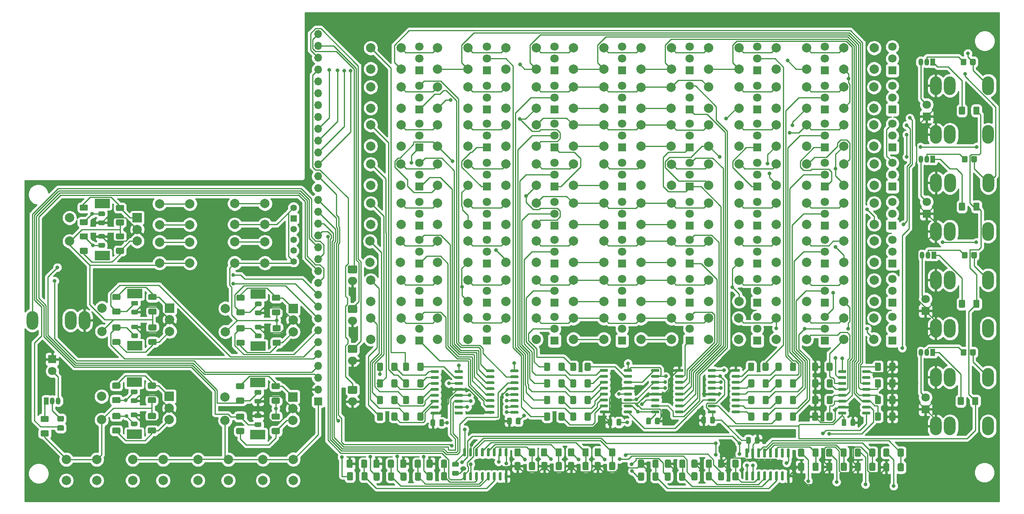
<source format=gbr>
%TF.GenerationSoftware,KiCad,Pcbnew,(5.1.10)-1*%
%TF.CreationDate,2021-10-30T12:18:13-04:00*%
%TF.ProjectId,Control Board,436f6e74-726f-46c2-9042-6f6172642e6b,rev?*%
%TF.SameCoordinates,Original*%
%TF.FileFunction,Copper,L1,Top*%
%TF.FilePolarity,Positive*%
%FSLAX46Y46*%
G04 Gerber Fmt 4.6, Leading zero omitted, Abs format (unit mm)*
G04 Created by KiCad (PCBNEW (5.1.10)-1) date 2021-10-30 12:18:13*
%MOMM*%
%LPD*%
G01*
G04 APERTURE LIST*
%TA.AperFunction,ComponentPad*%
%ADD10C,2.000000*%
%TD*%
%TA.AperFunction,ComponentPad*%
%ADD11R,1.800000X1.800000*%
%TD*%
%TA.AperFunction,ComponentPad*%
%ADD12C,1.800000*%
%TD*%
%TA.AperFunction,ComponentPad*%
%ADD13O,2.000000X1.700000*%
%TD*%
%TA.AperFunction,ComponentPad*%
%ADD14R,1.700000X1.700000*%
%TD*%
%TA.AperFunction,ComponentPad*%
%ADD15O,1.700000X1.700000*%
%TD*%
%TA.AperFunction,ComponentPad*%
%ADD16O,1.050000X1.500000*%
%TD*%
%TA.AperFunction,ComponentPad*%
%ADD17R,1.050000X1.500000*%
%TD*%
%TA.AperFunction,ComponentPad*%
%ADD18R,1.400000X1.400000*%
%TD*%
%TA.AperFunction,ComponentPad*%
%ADD19C,1.400000*%
%TD*%
%TA.AperFunction,ComponentPad*%
%ADD20R,3.200000X2.000000*%
%TD*%
%TA.AperFunction,ComponentPad*%
%ADD21R,2.000000X2.000000*%
%TD*%
%TA.AperFunction,ComponentPad*%
%ADD22O,2.500000X4.000000*%
%TD*%
%TA.AperFunction,ViaPad*%
%ADD23C,0.800000*%
%TD*%
%TA.AperFunction,Conductor*%
%ADD24C,0.250000*%
%TD*%
%TA.AperFunction,Conductor*%
%ADD25C,0.254000*%
%TD*%
%TA.AperFunction,Conductor*%
%ADD26C,0.100000*%
%TD*%
G04 APERTURE END LIST*
%TO.P,R94,2*%
%TO.N,Net-(C11-Pad2)*%
%TA.AperFunction,SMDPad,CuDef*%
G36*
G01*
X236586000Y-109400500D02*
X236586000Y-108150500D01*
G75*
G02*
X236836000Y-107900500I250000J0D01*
G01*
X237636000Y-107900500D01*
G75*
G02*
X237886000Y-108150500I0J-250000D01*
G01*
X237886000Y-109400500D01*
G75*
G02*
X237636000Y-109650500I-250000J0D01*
G01*
X236836000Y-109650500D01*
G75*
G02*
X236586000Y-109400500I0J250000D01*
G01*
G37*
%TD.AperFunction*%
%TO.P,R94,1*%
%TO.N,Net-(Q5-Pad1)*%
%TA.AperFunction,SMDPad,CuDef*%
G36*
G01*
X233486000Y-109400500D02*
X233486000Y-108150500D01*
G75*
G02*
X233736000Y-107900500I250000J0D01*
G01*
X234536000Y-107900500D01*
G75*
G02*
X234786000Y-108150500I0J-250000D01*
G01*
X234786000Y-109400500D01*
G75*
G02*
X234536000Y-109650500I-250000J0D01*
G01*
X233736000Y-109650500D01*
G75*
G02*
X233486000Y-109400500I0J250000D01*
G01*
G37*
%TD.AperFunction*%
%TD*%
%TO.P,R34,2*%
%TO.N,Net-(C11-Pad2)*%
%TA.AperFunction,SMDPad,CuDef*%
G36*
G01*
X37271800Y-115073600D02*
X38521800Y-115073600D01*
G75*
G02*
X38771800Y-115323600I0J-250000D01*
G01*
X38771800Y-116123600D01*
G75*
G02*
X38521800Y-116373600I-250000J0D01*
G01*
X37271800Y-116373600D01*
G75*
G02*
X37021800Y-116123600I0J250000D01*
G01*
X37021800Y-115323600D01*
G75*
G02*
X37271800Y-115073600I250000J0D01*
G01*
G37*
%TD.AperFunction*%
%TO.P,R34,1*%
%TO.N,Net-(Q1-Pad1)*%
%TA.AperFunction,SMDPad,CuDef*%
G36*
G01*
X37271800Y-111973600D02*
X38521800Y-111973600D01*
G75*
G02*
X38771800Y-112223600I0J-250000D01*
G01*
X38771800Y-113023600D01*
G75*
G02*
X38521800Y-113273600I-250000J0D01*
G01*
X37271800Y-113273600D01*
G75*
G02*
X37021800Y-113023600I0J250000D01*
G01*
X37021800Y-112223600D01*
G75*
G02*
X37271800Y-111973600I250000J0D01*
G01*
G37*
%TD.AperFunction*%
%TD*%
%TO.P,R50,1*%
%TO.N,Net-(R50-Pad1)*%
%TA.AperFunction,SMDPad,CuDef*%
G36*
G01*
X124095200Y-121599800D02*
X124095200Y-122849800D01*
G75*
G02*
X123845200Y-123099800I-250000J0D01*
G01*
X123045200Y-123099800D01*
G75*
G02*
X122795200Y-122849800I0J250000D01*
G01*
X122795200Y-121599800D01*
G75*
G02*
X123045200Y-121349800I250000J0D01*
G01*
X123845200Y-121349800D01*
G75*
G02*
X124095200Y-121599800I0J-250000D01*
G01*
G37*
%TD.AperFunction*%
%TO.P,R50,2*%
%TO.N,GND*%
%TA.AperFunction,SMDPad,CuDef*%
G36*
G01*
X120995200Y-121599800D02*
X120995200Y-122849800D01*
G75*
G02*
X120745200Y-123099800I-250000J0D01*
G01*
X119945200Y-123099800D01*
G75*
G02*
X119695200Y-122849800I0J250000D01*
G01*
X119695200Y-121599800D01*
G75*
G02*
X119945200Y-121349800I250000J0D01*
G01*
X120745200Y-121349800D01*
G75*
G02*
X120995200Y-121599800I0J-250000D01*
G01*
G37*
%TD.AperFunction*%
%TD*%
%TO.P,R47,2*%
%TO.N,GND*%
%TA.AperFunction,SMDPad,CuDef*%
G36*
G01*
X103874400Y-121599800D02*
X103874400Y-122849800D01*
G75*
G02*
X103624400Y-123099800I-250000J0D01*
G01*
X102824400Y-123099800D01*
G75*
G02*
X102574400Y-122849800I0J250000D01*
G01*
X102574400Y-121599800D01*
G75*
G02*
X102824400Y-121349800I250000J0D01*
G01*
X103624400Y-121349800D01*
G75*
G02*
X103874400Y-121599800I0J-250000D01*
G01*
G37*
%TD.AperFunction*%
%TO.P,R47,1*%
%TO.N,Net-(R47-Pad1)*%
%TA.AperFunction,SMDPad,CuDef*%
G36*
G01*
X106974400Y-121599800D02*
X106974400Y-122849800D01*
G75*
G02*
X106724400Y-123099800I-250000J0D01*
G01*
X105924400Y-123099800D01*
G75*
G02*
X105674400Y-122849800I0J250000D01*
G01*
X105674400Y-121599800D01*
G75*
G02*
X105924400Y-121349800I250000J0D01*
G01*
X106724400Y-121349800D01*
G75*
G02*
X106974400Y-121599800I0J-250000D01*
G01*
G37*
%TD.AperFunction*%
%TD*%
%TO.P,R48,2*%
%TO.N,GND*%
%TA.AperFunction,SMDPad,CuDef*%
G36*
G01*
X109616000Y-121599800D02*
X109616000Y-122849800D01*
G75*
G02*
X109366000Y-123099800I-250000J0D01*
G01*
X108566000Y-123099800D01*
G75*
G02*
X108316000Y-122849800I0J250000D01*
G01*
X108316000Y-121599800D01*
G75*
G02*
X108566000Y-121349800I250000J0D01*
G01*
X109366000Y-121349800D01*
G75*
G02*
X109616000Y-121599800I0J-250000D01*
G01*
G37*
%TD.AperFunction*%
%TO.P,R48,1*%
%TO.N,Net-(R48-Pad1)*%
%TA.AperFunction,SMDPad,CuDef*%
G36*
G01*
X112716000Y-121599800D02*
X112716000Y-122849800D01*
G75*
G02*
X112466000Y-123099800I-250000J0D01*
G01*
X111666000Y-123099800D01*
G75*
G02*
X111416000Y-122849800I0J250000D01*
G01*
X111416000Y-121599800D01*
G75*
G02*
X111666000Y-121349800I250000J0D01*
G01*
X112466000Y-121349800D01*
G75*
G02*
X112716000Y-121599800I0J-250000D01*
G01*
G37*
%TD.AperFunction*%
%TD*%
%TO.P,R49,2*%
%TO.N,GND*%
%TA.AperFunction,SMDPad,CuDef*%
G36*
G01*
X115356400Y-121599800D02*
X115356400Y-122849800D01*
G75*
G02*
X115106400Y-123099800I-250000J0D01*
G01*
X114306400Y-123099800D01*
G75*
G02*
X114056400Y-122849800I0J250000D01*
G01*
X114056400Y-121599800D01*
G75*
G02*
X114306400Y-121349800I250000J0D01*
G01*
X115106400Y-121349800D01*
G75*
G02*
X115356400Y-121599800I0J-250000D01*
G01*
G37*
%TD.AperFunction*%
%TO.P,R49,1*%
%TO.N,Net-(R49-Pad1)*%
%TA.AperFunction,SMDPad,CuDef*%
G36*
G01*
X118456400Y-121599800D02*
X118456400Y-122849800D01*
G75*
G02*
X118206400Y-123099800I-250000J0D01*
G01*
X117406400Y-123099800D01*
G75*
G02*
X117156400Y-122849800I0J250000D01*
G01*
X117156400Y-121599800D01*
G75*
G02*
X117406400Y-121349800I250000J0D01*
G01*
X118206400Y-121349800D01*
G75*
G02*
X118456400Y-121599800I0J-250000D01*
G01*
G37*
%TD.AperFunction*%
%TD*%
%TO.P,R63,2*%
%TO.N,Net-(R47-Pad1)*%
%TA.AperFunction,SMDPad,CuDef*%
G36*
G01*
X105751200Y-125542200D02*
X105751200Y-124292200D01*
G75*
G02*
X106001200Y-124042200I250000J0D01*
G01*
X106801200Y-124042200D01*
G75*
G02*
X107051200Y-124292200I0J-250000D01*
G01*
X107051200Y-125542200D01*
G75*
G02*
X106801200Y-125792200I-250000J0D01*
G01*
X106001200Y-125792200D01*
G75*
G02*
X105751200Y-125542200I0J250000D01*
G01*
G37*
%TD.AperFunction*%
%TO.P,R63,1*%
%TO.N,Net-(R63-Pad1)*%
%TA.AperFunction,SMDPad,CuDef*%
G36*
G01*
X102651200Y-125542200D02*
X102651200Y-124292200D01*
G75*
G02*
X102901200Y-124042200I250000J0D01*
G01*
X103701200Y-124042200D01*
G75*
G02*
X103951200Y-124292200I0J-250000D01*
G01*
X103951200Y-125542200D01*
G75*
G02*
X103701200Y-125792200I-250000J0D01*
G01*
X102901200Y-125792200D01*
G75*
G02*
X102651200Y-125542200I0J250000D01*
G01*
G37*
%TD.AperFunction*%
%TD*%
%TO.P,R64,1*%
%TO.N,Net-(R64-Pad1)*%
%TA.AperFunction,SMDPad,CuDef*%
G36*
G01*
X108365600Y-125593000D02*
X108365600Y-124343000D01*
G75*
G02*
X108615600Y-124093000I250000J0D01*
G01*
X109415600Y-124093000D01*
G75*
G02*
X109665600Y-124343000I0J-250000D01*
G01*
X109665600Y-125593000D01*
G75*
G02*
X109415600Y-125843000I-250000J0D01*
G01*
X108615600Y-125843000D01*
G75*
G02*
X108365600Y-125593000I0J250000D01*
G01*
G37*
%TD.AperFunction*%
%TO.P,R64,2*%
%TO.N,Net-(R48-Pad1)*%
%TA.AperFunction,SMDPad,CuDef*%
G36*
G01*
X111465600Y-125593000D02*
X111465600Y-124343000D01*
G75*
G02*
X111715600Y-124093000I250000J0D01*
G01*
X112515600Y-124093000D01*
G75*
G02*
X112765600Y-124343000I0J-250000D01*
G01*
X112765600Y-125593000D01*
G75*
G02*
X112515600Y-125843000I-250000J0D01*
G01*
X111715600Y-125843000D01*
G75*
G02*
X111465600Y-125593000I0J250000D01*
G01*
G37*
%TD.AperFunction*%
%TD*%
%TO.P,R65,2*%
%TO.N,Net-(R49-Pad1)*%
%TA.AperFunction,SMDPad,CuDef*%
G36*
G01*
X117206000Y-125593000D02*
X117206000Y-124343000D01*
G75*
G02*
X117456000Y-124093000I250000J0D01*
G01*
X118256000Y-124093000D01*
G75*
G02*
X118506000Y-124343000I0J-250000D01*
G01*
X118506000Y-125593000D01*
G75*
G02*
X118256000Y-125843000I-250000J0D01*
G01*
X117456000Y-125843000D01*
G75*
G02*
X117206000Y-125593000I0J250000D01*
G01*
G37*
%TD.AperFunction*%
%TO.P,R65,1*%
%TO.N,Net-(R65-Pad1)*%
%TA.AperFunction,SMDPad,CuDef*%
G36*
G01*
X114106000Y-125593000D02*
X114106000Y-124343000D01*
G75*
G02*
X114356000Y-124093000I250000J0D01*
G01*
X115156000Y-124093000D01*
G75*
G02*
X115406000Y-124343000I0J-250000D01*
G01*
X115406000Y-125593000D01*
G75*
G02*
X115156000Y-125843000I-250000J0D01*
G01*
X114356000Y-125843000D01*
G75*
G02*
X114106000Y-125593000I0J250000D01*
G01*
G37*
%TD.AperFunction*%
%TD*%
%TO.P,R66,1*%
%TO.N,Net-(R66-Pad1)*%
%TA.AperFunction,SMDPad,CuDef*%
G36*
G01*
X119694000Y-125542200D02*
X119694000Y-124292200D01*
G75*
G02*
X119944000Y-124042200I250000J0D01*
G01*
X120744000Y-124042200D01*
G75*
G02*
X120994000Y-124292200I0J-250000D01*
G01*
X120994000Y-125542200D01*
G75*
G02*
X120744000Y-125792200I-250000J0D01*
G01*
X119944000Y-125792200D01*
G75*
G02*
X119694000Y-125542200I0J250000D01*
G01*
G37*
%TD.AperFunction*%
%TO.P,R66,2*%
%TO.N,Net-(R50-Pad1)*%
%TA.AperFunction,SMDPad,CuDef*%
G36*
G01*
X122794000Y-125542200D02*
X122794000Y-124292200D01*
G75*
G02*
X123044000Y-124042200I250000J0D01*
G01*
X123844000Y-124042200D01*
G75*
G02*
X124094000Y-124292200I0J-250000D01*
G01*
X124094000Y-125542200D01*
G75*
G02*
X123844000Y-125792200I-250000J0D01*
G01*
X123044000Y-125792200D01*
G75*
G02*
X122794000Y-125542200I0J250000D01*
G01*
G37*
%TD.AperFunction*%
%TD*%
D10*
%TO.P,SW16,1*%
%TO.N,Net-(R24-Pad1)*%
X122051800Y-91033600D03*
%TO.P,SW16,2*%
%TO.N,Net-(R26-Pad1)*%
X122051800Y-95533600D03*
%TO.P,SW16,1*%
%TO.N,Net-(R24-Pad1)*%
X128551800Y-91033600D03*
%TO.P,SW16,2*%
%TO.N,Net-(R26-Pad1)*%
X128551800Y-95533600D03*
%TD*%
%TO.P,SW49,1*%
%TO.N,Net-(R17-Pad1)*%
X194591800Y-33121600D03*
%TO.P,SW49,2*%
%TO.N,Net-(R31-Pad1)*%
X194591800Y-37621600D03*
%TO.P,SW49,1*%
%TO.N,Net-(R17-Pad1)*%
X201091800Y-33121600D03*
%TO.P,SW49,2*%
%TO.N,Net-(R31-Pad1)*%
X201091800Y-37621600D03*
%TD*%
%TO.P,SW58,1*%
%TO.N,Net-(R18-Pad1)*%
X209044400Y-41503600D03*
%TO.P,SW58,2*%
%TO.N,Net-(R32-Pad1)*%
X209044400Y-46003600D03*
%TO.P,SW58,1*%
%TO.N,Net-(R18-Pad1)*%
X215544400Y-41503600D03*
%TO.P,SW58,2*%
%TO.N,Net-(R32-Pad1)*%
X215544400Y-46003600D03*
%TD*%
%TO.P,SW10,2*%
%TO.N,Net-(R26-Pad1)*%
X128551800Y-46003600D03*
%TO.P,SW10,1*%
%TO.N,Net-(R18-Pad1)*%
X128551800Y-41503600D03*
%TO.P,SW10,2*%
%TO.N,Net-(R26-Pad1)*%
X122051800Y-46003600D03*
%TO.P,SW10,1*%
%TO.N,Net-(R18-Pad1)*%
X122051800Y-41503600D03*
%TD*%
%TO.P,SW13,2*%
%TO.N,Net-(R26-Pad1)*%
X128551800Y-70895600D03*
%TO.P,SW13,1*%
%TO.N,Net-(R21-Pad1)*%
X128551800Y-66395600D03*
%TO.P,SW13,2*%
%TO.N,Net-(R26-Pad1)*%
X122051800Y-70895600D03*
%TO.P,SW13,1*%
%TO.N,Net-(R21-Pad1)*%
X122051800Y-66395600D03*
%TD*%
D11*
%TO.P,D45,1*%
%TO.N,Net-(D13-Pad1)*%
X147091400Y-71221600D03*
D12*
%TO.P,D45,2*%
%TO.N,Net-(D13-Pad2)*%
X147091400Y-68681600D03*
%TO.P,D45,3*%
%TO.N,Net-(D13-Pad3)*%
X147091400Y-66141600D03*
%TD*%
D10*
%TO.P,SW25,2*%
%TO.N,Net-(R28-Pad1)*%
X157657800Y-37621600D03*
%TO.P,SW25,1*%
%TO.N,Net-(R17-Pad1)*%
X157657800Y-33121600D03*
%TO.P,SW25,2*%
%TO.N,Net-(R28-Pad1)*%
X151157800Y-37621600D03*
%TO.P,SW25,1*%
%TO.N,Net-(R17-Pad1)*%
X151157800Y-33121600D03*
%TD*%
%TO.P,C1,1*%
%TO.N,Net-(C1-Pad1)*%
%TA.AperFunction,SMDPad,CuDef*%
G36*
G01*
X50563800Y-75894900D02*
X49613800Y-75894900D01*
G75*
G02*
X49363800Y-75644900I0J250000D01*
G01*
X49363800Y-75144900D01*
G75*
G02*
X49613800Y-74894900I250000J0D01*
G01*
X50563800Y-74894900D01*
G75*
G02*
X50813800Y-75144900I0J-250000D01*
G01*
X50813800Y-75644900D01*
G75*
G02*
X50563800Y-75894900I-250000J0D01*
G01*
G37*
%TD.AperFunction*%
%TO.P,C1,2*%
%TO.N,GND*%
%TA.AperFunction,SMDPad,CuDef*%
G36*
G01*
X50563800Y-73994900D02*
X49613800Y-73994900D01*
G75*
G02*
X49363800Y-73744900I0J250000D01*
G01*
X49363800Y-73244900D01*
G75*
G02*
X49613800Y-72994900I250000J0D01*
G01*
X50563800Y-72994900D01*
G75*
G02*
X50813800Y-73244900I0J-250000D01*
G01*
X50813800Y-73744900D01*
G75*
G02*
X50563800Y-73994900I-250000J0D01*
G01*
G37*
%TD.AperFunction*%
%TD*%
%TO.P,C2,2*%
%TO.N,GND*%
%TA.AperFunction,SMDPad,CuDef*%
G36*
G01*
X49613800Y-70068900D02*
X50563800Y-70068900D01*
G75*
G02*
X50813800Y-70318900I0J-250000D01*
G01*
X50813800Y-70818900D01*
G75*
G02*
X50563800Y-71068900I-250000J0D01*
G01*
X49613800Y-71068900D01*
G75*
G02*
X49363800Y-70818900I0J250000D01*
G01*
X49363800Y-70318900D01*
G75*
G02*
X49613800Y-70068900I250000J0D01*
G01*
G37*
%TD.AperFunction*%
%TO.P,C2,1*%
%TO.N,Net-(C2-Pad1)*%
%TA.AperFunction,SMDPad,CuDef*%
G36*
G01*
X49613800Y-68168900D02*
X50563800Y-68168900D01*
G75*
G02*
X50813800Y-68418900I0J-250000D01*
G01*
X50813800Y-68918900D01*
G75*
G02*
X50563800Y-69168900I-250000J0D01*
G01*
X49613800Y-69168900D01*
G75*
G02*
X49363800Y-68918900I0J250000D01*
G01*
X49363800Y-68418900D01*
G75*
G02*
X49613800Y-68168900I250000J0D01*
G01*
G37*
%TD.AperFunction*%
%TD*%
%TO.P,C3,1*%
%TO.N,Net-(C3-Pad1)*%
%TA.AperFunction,SMDPad,CuDef*%
G36*
G01*
X57650400Y-95300500D02*
X56700400Y-95300500D01*
G75*
G02*
X56450400Y-95050500I0J250000D01*
G01*
X56450400Y-94550500D01*
G75*
G02*
X56700400Y-94300500I250000J0D01*
G01*
X57650400Y-94300500D01*
G75*
G02*
X57900400Y-94550500I0J-250000D01*
G01*
X57900400Y-95050500D01*
G75*
G02*
X57650400Y-95300500I-250000J0D01*
G01*
G37*
%TD.AperFunction*%
%TO.P,C3,2*%
%TO.N,GND*%
%TA.AperFunction,SMDPad,CuDef*%
G36*
G01*
X57650400Y-93400500D02*
X56700400Y-93400500D01*
G75*
G02*
X56450400Y-93150500I0J250000D01*
G01*
X56450400Y-92650500D01*
G75*
G02*
X56700400Y-92400500I250000J0D01*
G01*
X57650400Y-92400500D01*
G75*
G02*
X57900400Y-92650500I0J-250000D01*
G01*
X57900400Y-93150500D01*
G75*
G02*
X57650400Y-93400500I-250000J0D01*
G01*
G37*
%TD.AperFunction*%
%TD*%
%TO.P,C4,2*%
%TO.N,GND*%
%TA.AperFunction,SMDPad,CuDef*%
G36*
G01*
X56700400Y-89225500D02*
X57650400Y-89225500D01*
G75*
G02*
X57900400Y-89475500I0J-250000D01*
G01*
X57900400Y-89975500D01*
G75*
G02*
X57650400Y-90225500I-250000J0D01*
G01*
X56700400Y-90225500D01*
G75*
G02*
X56450400Y-89975500I0J250000D01*
G01*
X56450400Y-89475500D01*
G75*
G02*
X56700400Y-89225500I250000J0D01*
G01*
G37*
%TD.AperFunction*%
%TO.P,C4,1*%
%TO.N,Net-(C4-Pad1)*%
%TA.AperFunction,SMDPad,CuDef*%
G36*
G01*
X56700400Y-87325500D02*
X57650400Y-87325500D01*
G75*
G02*
X57900400Y-87575500I0J-250000D01*
G01*
X57900400Y-88075500D01*
G75*
G02*
X57650400Y-88325500I-250000J0D01*
G01*
X56700400Y-88325500D01*
G75*
G02*
X56450400Y-88075500I0J250000D01*
G01*
X56450400Y-87575500D01*
G75*
G02*
X56700400Y-87325500I250000J0D01*
G01*
G37*
%TD.AperFunction*%
%TD*%
%TO.P,C5,1*%
%TO.N,Net-(C5-Pad1)*%
%TA.AperFunction,SMDPad,CuDef*%
G36*
G01*
X84117200Y-95338600D02*
X83167200Y-95338600D01*
G75*
G02*
X82917200Y-95088600I0J250000D01*
G01*
X82917200Y-94588600D01*
G75*
G02*
X83167200Y-94338600I250000J0D01*
G01*
X84117200Y-94338600D01*
G75*
G02*
X84367200Y-94588600I0J-250000D01*
G01*
X84367200Y-95088600D01*
G75*
G02*
X84117200Y-95338600I-250000J0D01*
G01*
G37*
%TD.AperFunction*%
%TO.P,C5,2*%
%TO.N,GND*%
%TA.AperFunction,SMDPad,CuDef*%
G36*
G01*
X84117200Y-93438600D02*
X83167200Y-93438600D01*
G75*
G02*
X82917200Y-93188600I0J250000D01*
G01*
X82917200Y-92688600D01*
G75*
G02*
X83167200Y-92438600I250000J0D01*
G01*
X84117200Y-92438600D01*
G75*
G02*
X84367200Y-92688600I0J-250000D01*
G01*
X84367200Y-93188600D01*
G75*
G02*
X84117200Y-93438600I-250000J0D01*
G01*
G37*
%TD.AperFunction*%
%TD*%
%TO.P,C6,2*%
%TO.N,GND*%
%TA.AperFunction,SMDPad,CuDef*%
G36*
G01*
X83167200Y-89385600D02*
X84117200Y-89385600D01*
G75*
G02*
X84367200Y-89635600I0J-250000D01*
G01*
X84367200Y-90135600D01*
G75*
G02*
X84117200Y-90385600I-250000J0D01*
G01*
X83167200Y-90385600D01*
G75*
G02*
X82917200Y-90135600I0J250000D01*
G01*
X82917200Y-89635600D01*
G75*
G02*
X83167200Y-89385600I250000J0D01*
G01*
G37*
%TD.AperFunction*%
%TO.P,C6,1*%
%TO.N,Net-(C6-Pad1)*%
%TA.AperFunction,SMDPad,CuDef*%
G36*
G01*
X83167200Y-87485600D02*
X84117200Y-87485600D01*
G75*
G02*
X84367200Y-87735600I0J-250000D01*
G01*
X84367200Y-88235600D01*
G75*
G02*
X84117200Y-88485600I-250000J0D01*
G01*
X83167200Y-88485600D01*
G75*
G02*
X82917200Y-88235600I0J250000D01*
G01*
X82917200Y-87735600D01*
G75*
G02*
X83167200Y-87485600I250000J0D01*
G01*
G37*
%TD.AperFunction*%
%TD*%
%TO.P,C7,1*%
%TO.N,Net-(C7-Pad1)*%
%TA.AperFunction,SMDPad,CuDef*%
G36*
G01*
X57523400Y-114160000D02*
X56573400Y-114160000D01*
G75*
G02*
X56323400Y-113910000I0J250000D01*
G01*
X56323400Y-113410000D01*
G75*
G02*
X56573400Y-113160000I250000J0D01*
G01*
X57523400Y-113160000D01*
G75*
G02*
X57773400Y-113410000I0J-250000D01*
G01*
X57773400Y-113910000D01*
G75*
G02*
X57523400Y-114160000I-250000J0D01*
G01*
G37*
%TD.AperFunction*%
%TO.P,C7,2*%
%TO.N,GND*%
%TA.AperFunction,SMDPad,CuDef*%
G36*
G01*
X57523400Y-112260000D02*
X56573400Y-112260000D01*
G75*
G02*
X56323400Y-112010000I0J250000D01*
G01*
X56323400Y-111510000D01*
G75*
G02*
X56573400Y-111260000I250000J0D01*
G01*
X57523400Y-111260000D01*
G75*
G02*
X57773400Y-111510000I0J-250000D01*
G01*
X57773400Y-112010000D01*
G75*
G02*
X57523400Y-112260000I-250000J0D01*
G01*
G37*
%TD.AperFunction*%
%TD*%
%TO.P,C8,2*%
%TO.N,GND*%
%TA.AperFunction,SMDPad,CuDef*%
G36*
G01*
X56573400Y-108212000D02*
X57523400Y-108212000D01*
G75*
G02*
X57773400Y-108462000I0J-250000D01*
G01*
X57773400Y-108962000D01*
G75*
G02*
X57523400Y-109212000I-250000J0D01*
G01*
X56573400Y-109212000D01*
G75*
G02*
X56323400Y-108962000I0J250000D01*
G01*
X56323400Y-108462000D01*
G75*
G02*
X56573400Y-108212000I250000J0D01*
G01*
G37*
%TD.AperFunction*%
%TO.P,C8,1*%
%TO.N,Net-(C8-Pad1)*%
%TA.AperFunction,SMDPad,CuDef*%
G36*
G01*
X56573400Y-106312000D02*
X57523400Y-106312000D01*
G75*
G02*
X57773400Y-106562000I0J-250000D01*
G01*
X57773400Y-107062000D01*
G75*
G02*
X57523400Y-107312000I-250000J0D01*
G01*
X56573400Y-107312000D01*
G75*
G02*
X56323400Y-107062000I0J250000D01*
G01*
X56323400Y-106562000D01*
G75*
G02*
X56573400Y-106312000I250000J0D01*
G01*
G37*
%TD.AperFunction*%
%TD*%
%TO.P,C9,1*%
%TO.N,Net-(C9-Pad1)*%
%TA.AperFunction,SMDPad,CuDef*%
G36*
G01*
X84053700Y-114340300D02*
X83103700Y-114340300D01*
G75*
G02*
X82853700Y-114090300I0J250000D01*
G01*
X82853700Y-113590300D01*
G75*
G02*
X83103700Y-113340300I250000J0D01*
G01*
X84053700Y-113340300D01*
G75*
G02*
X84303700Y-113590300I0J-250000D01*
G01*
X84303700Y-114090300D01*
G75*
G02*
X84053700Y-114340300I-250000J0D01*
G01*
G37*
%TD.AperFunction*%
%TO.P,C9,2*%
%TO.N,GND*%
%TA.AperFunction,SMDPad,CuDef*%
G36*
G01*
X84053700Y-112440300D02*
X83103700Y-112440300D01*
G75*
G02*
X82853700Y-112190300I0J250000D01*
G01*
X82853700Y-111690300D01*
G75*
G02*
X83103700Y-111440300I250000J0D01*
G01*
X84053700Y-111440300D01*
G75*
G02*
X84303700Y-111690300I0J-250000D01*
G01*
X84303700Y-112190300D01*
G75*
G02*
X84053700Y-112440300I-250000J0D01*
G01*
G37*
%TD.AperFunction*%
%TD*%
%TO.P,C10,2*%
%TO.N,GND*%
%TA.AperFunction,SMDPad,CuDef*%
G36*
G01*
X83103700Y-108326300D02*
X84053700Y-108326300D01*
G75*
G02*
X84303700Y-108576300I0J-250000D01*
G01*
X84303700Y-109076300D01*
G75*
G02*
X84053700Y-109326300I-250000J0D01*
G01*
X83103700Y-109326300D01*
G75*
G02*
X82853700Y-109076300I0J250000D01*
G01*
X82853700Y-108576300D01*
G75*
G02*
X83103700Y-108326300I250000J0D01*
G01*
G37*
%TD.AperFunction*%
%TO.P,C10,1*%
%TO.N,Net-(C10-Pad1)*%
%TA.AperFunction,SMDPad,CuDef*%
G36*
G01*
X83103700Y-106426300D02*
X84053700Y-106426300D01*
G75*
G02*
X84303700Y-106676300I0J-250000D01*
G01*
X84303700Y-107176300D01*
G75*
G02*
X84053700Y-107426300I-250000J0D01*
G01*
X83103700Y-107426300D01*
G75*
G02*
X82853700Y-107176300I0J250000D01*
G01*
X82853700Y-106676300D01*
G75*
G02*
X83103700Y-106426300I250000J0D01*
G01*
G37*
%TD.AperFunction*%
%TD*%
D11*
%TO.P,D1,1*%
%TO.N,Net-(D1-Pad1)*%
X176047400Y-37947600D03*
D12*
%TO.P,D1,2*%
%TO.N,Net-(D1-Pad2)*%
X176047400Y-35407600D03*
%TO.P,D1,3*%
%TO.N,Net-(D1-Pad3)*%
X176047400Y-32867600D03*
%TD*%
D11*
%TO.P,D2,1*%
%TO.N,Net-(D1-Pad1)*%
X176047400Y-46329600D03*
D12*
%TO.P,D2,2*%
%TO.N,Net-(D18-Pad2)*%
X176047400Y-43789600D03*
%TO.P,D2,3*%
%TO.N,Net-(D1-Pad3)*%
X176047400Y-41249600D03*
%TD*%
%TO.P,D3,3*%
%TO.N,Net-(D19-Pad3)*%
X176047400Y-49377600D03*
%TO.P,D3,2*%
%TO.N,Net-(D19-Pad2)*%
X176047400Y-51917600D03*
D11*
%TO.P,D3,1*%
%TO.N,Net-(D19-Pad1)*%
X176047400Y-54457600D03*
%TD*%
%TO.P,D4,1*%
%TO.N,Net-(D19-Pad1)*%
X176047400Y-62839600D03*
D12*
%TO.P,D4,2*%
%TO.N,Net-(D20-Pad2)*%
X176047400Y-60299600D03*
%TO.P,D4,3*%
%TO.N,Net-(D19-Pad3)*%
X176047400Y-57759600D03*
%TD*%
%TO.P,D5,3*%
%TO.N,Net-(D21-Pad3)*%
X176047400Y-66141600D03*
%TO.P,D5,2*%
%TO.N,Net-(D21-Pad2)*%
X176047400Y-68681600D03*
D11*
%TO.P,D5,1*%
%TO.N,Net-(D21-Pad1)*%
X176047400Y-71221600D03*
%TD*%
%TO.P,D6,1*%
%TO.N,Net-(D21-Pad1)*%
X176047400Y-79349600D03*
D12*
%TO.P,D6,2*%
%TO.N,Net-(D22-Pad2)*%
X176047400Y-76809600D03*
%TO.P,D6,3*%
%TO.N,Net-(D21-Pad3)*%
X176047400Y-74269600D03*
%TD*%
%TO.P,D7,3*%
%TO.N,Net-(D23-Pad3)*%
X176047400Y-82651600D03*
%TO.P,D7,2*%
%TO.N,Net-(D23-Pad2)*%
X176047400Y-85191600D03*
D11*
%TO.P,D7,1*%
%TO.N,Net-(D23-Pad1)*%
X176047400Y-87731600D03*
%TD*%
%TO.P,D8,1*%
%TO.N,Net-(D23-Pad1)*%
X176047400Y-95859600D03*
D12*
%TO.P,D8,2*%
%TO.N,Net-(D24-Pad2)*%
X176047400Y-93319600D03*
%TO.P,D8,3*%
%TO.N,Net-(D23-Pad3)*%
X176047400Y-90779600D03*
%TD*%
%TO.P,D9,3*%
%TO.N,Net-(D10-Pad3)*%
X118135400Y-32867600D03*
%TO.P,D9,2*%
%TO.N,Net-(D25-Pad2)*%
X118135400Y-35407600D03*
D11*
%TO.P,D9,1*%
%TO.N,Net-(D10-Pad1)*%
X118135400Y-37947600D03*
%TD*%
D12*
%TO.P,D10,3*%
%TO.N,Net-(D10-Pad3)*%
X118135400Y-41249600D03*
%TO.P,D10,2*%
%TO.N,Net-(D10-Pad2)*%
X118135400Y-43789600D03*
D11*
%TO.P,D10,1*%
%TO.N,Net-(D10-Pad1)*%
X118135400Y-46329600D03*
%TD*%
%TO.P,D11,1*%
%TO.N,Net-(D11-Pad1)*%
X118135400Y-54457600D03*
D12*
%TO.P,D11,2*%
%TO.N,Net-(D11-Pad2)*%
X118135400Y-51917600D03*
%TO.P,D11,3*%
%TO.N,Net-(D11-Pad3)*%
X118135400Y-49377600D03*
%TD*%
%TO.P,D12,3*%
%TO.N,Net-(D11-Pad3)*%
X118135400Y-57759600D03*
%TO.P,D12,2*%
%TO.N,Net-(D12-Pad2)*%
X118135400Y-60299600D03*
D11*
%TO.P,D12,1*%
%TO.N,Net-(D11-Pad1)*%
X118135400Y-62839600D03*
%TD*%
%TO.P,D13,1*%
%TO.N,Net-(D13-Pad1)*%
X118135400Y-71221600D03*
D12*
%TO.P,D13,2*%
%TO.N,Net-(D13-Pad2)*%
X118135400Y-68681600D03*
%TO.P,D13,3*%
%TO.N,Net-(D13-Pad3)*%
X118135400Y-66141600D03*
%TD*%
%TO.P,D14,3*%
%TO.N,Net-(D13-Pad3)*%
X118135400Y-74269600D03*
%TO.P,D14,2*%
%TO.N,Net-(D14-Pad2)*%
X118135400Y-76809600D03*
D11*
%TO.P,D14,1*%
%TO.N,Net-(D13-Pad1)*%
X118135400Y-79349600D03*
%TD*%
%TO.P,D15,1*%
%TO.N,Net-(D15-Pad1)*%
X118135400Y-87731600D03*
D12*
%TO.P,D15,2*%
%TO.N,Net-(D15-Pad2)*%
X118135400Y-85191600D03*
%TO.P,D15,3*%
%TO.N,Net-(D15-Pad3)*%
X118135400Y-82651600D03*
%TD*%
%TO.P,D16,3*%
%TO.N,Net-(D15-Pad3)*%
X118135400Y-90779600D03*
%TO.P,D16,2*%
%TO.N,Net-(D16-Pad2)*%
X118135400Y-93319600D03*
D11*
%TO.P,D16,1*%
%TO.N,Net-(D15-Pad1)*%
X118135400Y-95859600D03*
%TD*%
D12*
%TO.P,D17,3*%
%TO.N,Net-(D1-Pad3)*%
X190525400Y-32867600D03*
%TO.P,D17,2*%
%TO.N,Net-(D1-Pad2)*%
X190525400Y-35407600D03*
D11*
%TO.P,D17,1*%
%TO.N,Net-(D1-Pad1)*%
X190525400Y-37947600D03*
%TD*%
%TO.P,D18,1*%
%TO.N,Net-(D1-Pad1)*%
X190525400Y-46329600D03*
D12*
%TO.P,D18,2*%
%TO.N,Net-(D18-Pad2)*%
X190525400Y-43789600D03*
%TO.P,D18,3*%
%TO.N,Net-(D1-Pad3)*%
X190525400Y-41249600D03*
%TD*%
D11*
%TO.P,D19,1*%
%TO.N,Net-(D19-Pad1)*%
X190525400Y-54457600D03*
D12*
%TO.P,D19,2*%
%TO.N,Net-(D19-Pad2)*%
X190525400Y-51917600D03*
%TO.P,D19,3*%
%TO.N,Net-(D19-Pad3)*%
X190525400Y-49377600D03*
%TD*%
%TO.P,D20,3*%
%TO.N,Net-(D19-Pad3)*%
X190525400Y-57759600D03*
%TO.P,D20,2*%
%TO.N,Net-(D20-Pad2)*%
X190525400Y-60299600D03*
D11*
%TO.P,D20,1*%
%TO.N,Net-(D19-Pad1)*%
X190525400Y-62839600D03*
%TD*%
D12*
%TO.P,D21,3*%
%TO.N,Net-(D21-Pad3)*%
X190525400Y-66141600D03*
%TO.P,D21,2*%
%TO.N,Net-(D21-Pad2)*%
X190525400Y-68681600D03*
D11*
%TO.P,D21,1*%
%TO.N,Net-(D21-Pad1)*%
X190525400Y-71221600D03*
%TD*%
%TO.P,D22,1*%
%TO.N,Net-(D21-Pad1)*%
X190525400Y-79349600D03*
D12*
%TO.P,D22,2*%
%TO.N,Net-(D22-Pad2)*%
X190525400Y-76809600D03*
%TO.P,D22,3*%
%TO.N,Net-(D21-Pad3)*%
X190525400Y-74269600D03*
%TD*%
%TO.P,D23,3*%
%TO.N,Net-(D23-Pad3)*%
X190525400Y-82651600D03*
%TO.P,D23,2*%
%TO.N,Net-(D23-Pad2)*%
X190525400Y-85191600D03*
D11*
%TO.P,D23,1*%
%TO.N,Net-(D23-Pad1)*%
X190525400Y-87731600D03*
%TD*%
%TO.P,D24,1*%
%TO.N,Net-(D23-Pad1)*%
X190525400Y-95859600D03*
D12*
%TO.P,D24,2*%
%TO.N,Net-(D24-Pad2)*%
X190525400Y-93319600D03*
%TO.P,D24,3*%
%TO.N,Net-(D23-Pad3)*%
X190525400Y-90779600D03*
%TD*%
%TO.P,D25,3*%
%TO.N,Net-(D10-Pad3)*%
X132613400Y-32867600D03*
%TO.P,D25,2*%
%TO.N,Net-(D25-Pad2)*%
X132613400Y-35407600D03*
D11*
%TO.P,D25,1*%
%TO.N,Net-(D10-Pad1)*%
X132613400Y-37947600D03*
%TD*%
%TO.P,D26,1*%
%TO.N,Net-(D10-Pad1)*%
X132613400Y-46329600D03*
D12*
%TO.P,D26,2*%
%TO.N,Net-(D10-Pad2)*%
X132613400Y-43789600D03*
%TO.P,D26,3*%
%TO.N,Net-(D10-Pad3)*%
X132613400Y-41249600D03*
%TD*%
%TO.P,D27,3*%
%TO.N,Net-(D11-Pad3)*%
X132613400Y-49377600D03*
%TO.P,D27,2*%
%TO.N,Net-(D11-Pad2)*%
X132613400Y-51917600D03*
D11*
%TO.P,D27,1*%
%TO.N,Net-(D11-Pad1)*%
X132613400Y-54457600D03*
%TD*%
%TO.P,D28,1*%
%TO.N,Net-(D11-Pad1)*%
X132613400Y-62839600D03*
D12*
%TO.P,D28,2*%
%TO.N,Net-(D12-Pad2)*%
X132613400Y-60299600D03*
%TO.P,D28,3*%
%TO.N,Net-(D11-Pad3)*%
X132613400Y-57759600D03*
%TD*%
D11*
%TO.P,D29,1*%
%TO.N,Net-(D13-Pad1)*%
X132613400Y-71221600D03*
D12*
%TO.P,D29,2*%
%TO.N,Net-(D13-Pad2)*%
X132613400Y-68681600D03*
%TO.P,D29,3*%
%TO.N,Net-(D13-Pad3)*%
X132613400Y-66141600D03*
%TD*%
%TO.P,D30,3*%
%TO.N,Net-(D13-Pad3)*%
X132613400Y-74269600D03*
%TO.P,D30,2*%
%TO.N,Net-(D14-Pad2)*%
X132613400Y-76809600D03*
D11*
%TO.P,D30,1*%
%TO.N,Net-(D13-Pad1)*%
X132613400Y-79349600D03*
%TD*%
%TO.P,D31,1*%
%TO.N,Net-(D15-Pad1)*%
X132613400Y-87731600D03*
D12*
%TO.P,D31,2*%
%TO.N,Net-(D15-Pad2)*%
X132613400Y-85191600D03*
%TO.P,D31,3*%
%TO.N,Net-(D15-Pad3)*%
X132613400Y-82651600D03*
%TD*%
%TO.P,D32,3*%
%TO.N,Net-(D15-Pad3)*%
X132613400Y-90779600D03*
%TO.P,D32,2*%
%TO.N,Net-(D16-Pad2)*%
X132613400Y-93319600D03*
D11*
%TO.P,D32,1*%
%TO.N,Net-(D15-Pad1)*%
X132613400Y-95859600D03*
%TD*%
D12*
%TO.P,D33,3*%
%TO.N,Net-(D1-Pad3)*%
X205003400Y-32867600D03*
%TO.P,D33,2*%
%TO.N,Net-(D1-Pad2)*%
X205003400Y-35407600D03*
D11*
%TO.P,D33,1*%
%TO.N,Net-(D1-Pad1)*%
X205003400Y-37947600D03*
%TD*%
%TO.P,D34,1*%
%TO.N,Net-(D1-Pad1)*%
X205003400Y-46329600D03*
D12*
%TO.P,D34,2*%
%TO.N,Net-(D18-Pad2)*%
X205003400Y-43789600D03*
%TO.P,D34,3*%
%TO.N,Net-(D1-Pad3)*%
X205003400Y-41249600D03*
%TD*%
%TO.P,D35,3*%
%TO.N,Net-(D19-Pad3)*%
X205003400Y-49377600D03*
%TO.P,D35,2*%
%TO.N,Net-(D19-Pad2)*%
X205003400Y-51917600D03*
D11*
%TO.P,D35,1*%
%TO.N,Net-(D19-Pad1)*%
X205003400Y-54457600D03*
%TD*%
%TO.P,D36,1*%
%TO.N,Net-(D19-Pad1)*%
X205003400Y-62839600D03*
D12*
%TO.P,D36,2*%
%TO.N,Net-(D20-Pad2)*%
X205003400Y-60299600D03*
%TO.P,D36,3*%
%TO.N,Net-(D19-Pad3)*%
X205003400Y-57759600D03*
%TD*%
%TO.P,D37,3*%
%TO.N,Net-(D21-Pad3)*%
X205003400Y-66141600D03*
%TO.P,D37,2*%
%TO.N,Net-(D21-Pad2)*%
X205003400Y-68681600D03*
D11*
%TO.P,D37,1*%
%TO.N,Net-(D21-Pad1)*%
X205003400Y-71221600D03*
%TD*%
%TO.P,D38,1*%
%TO.N,Net-(D21-Pad1)*%
X205003400Y-79349600D03*
D12*
%TO.P,D38,2*%
%TO.N,Net-(D22-Pad2)*%
X205003400Y-76809600D03*
%TO.P,D38,3*%
%TO.N,Net-(D21-Pad3)*%
X205003400Y-74269600D03*
%TD*%
%TO.P,D39,3*%
%TO.N,Net-(D23-Pad3)*%
X205003400Y-82651600D03*
%TO.P,D39,2*%
%TO.N,Net-(D23-Pad2)*%
X205003400Y-85191600D03*
D11*
%TO.P,D39,1*%
%TO.N,Net-(D23-Pad1)*%
X205003400Y-87731600D03*
%TD*%
D12*
%TO.P,D40,3*%
%TO.N,Net-(D23-Pad3)*%
X205003400Y-90779600D03*
%TO.P,D40,2*%
%TO.N,Net-(D24-Pad2)*%
X205003400Y-93319600D03*
D11*
%TO.P,D40,1*%
%TO.N,Net-(D23-Pad1)*%
X205003400Y-95859600D03*
%TD*%
D12*
%TO.P,D41,3*%
%TO.N,Net-(D10-Pad3)*%
X147091400Y-32867600D03*
%TO.P,D41,2*%
%TO.N,Net-(D25-Pad2)*%
X147091400Y-35407600D03*
D11*
%TO.P,D41,1*%
%TO.N,Net-(D10-Pad1)*%
X147091400Y-37947600D03*
%TD*%
%TO.P,D42,1*%
%TO.N,Net-(D10-Pad1)*%
X147091400Y-46329600D03*
D12*
%TO.P,D42,2*%
%TO.N,Net-(D10-Pad2)*%
X147091400Y-43789600D03*
%TO.P,D42,3*%
%TO.N,Net-(D10-Pad3)*%
X147091400Y-41249600D03*
%TD*%
%TO.P,D43,3*%
%TO.N,Net-(D11-Pad3)*%
X147091400Y-49377600D03*
%TO.P,D43,2*%
%TO.N,Net-(D11-Pad2)*%
X147091400Y-51917600D03*
D11*
%TO.P,D43,1*%
%TO.N,Net-(D11-Pad1)*%
X147091400Y-54457600D03*
%TD*%
%TO.P,D44,1*%
%TO.N,Net-(D11-Pad1)*%
X147091400Y-62839600D03*
D12*
%TO.P,D44,2*%
%TO.N,Net-(D12-Pad2)*%
X147091400Y-60299600D03*
%TO.P,D44,3*%
%TO.N,Net-(D11-Pad3)*%
X147091400Y-57759600D03*
%TD*%
%TO.P,D46,3*%
%TO.N,Net-(D13-Pad3)*%
X147091400Y-74269600D03*
%TO.P,D46,2*%
%TO.N,Net-(D14-Pad2)*%
X147091400Y-76809600D03*
D11*
%TO.P,D46,1*%
%TO.N,Net-(D13-Pad1)*%
X147091400Y-79349600D03*
%TD*%
%TO.P,D47,1*%
%TO.N,Net-(D15-Pad1)*%
X147091400Y-87731600D03*
D12*
%TO.P,D47,2*%
%TO.N,Net-(D15-Pad2)*%
X147091400Y-85191600D03*
%TO.P,D47,3*%
%TO.N,Net-(D15-Pad3)*%
X147091400Y-82651600D03*
%TD*%
%TO.P,D48,3*%
%TO.N,Net-(D15-Pad3)*%
X147091400Y-90779600D03*
%TO.P,D48,2*%
%TO.N,Net-(D16-Pad2)*%
X147091400Y-93319600D03*
D11*
%TO.P,D48,1*%
%TO.N,Net-(D15-Pad1)*%
X147091400Y-95859600D03*
%TD*%
D12*
%TO.P,D49,3*%
%TO.N,Net-(D1-Pad3)*%
X219481400Y-32867600D03*
%TO.P,D49,2*%
%TO.N,Net-(D1-Pad2)*%
X219481400Y-35407600D03*
D11*
%TO.P,D49,1*%
%TO.N,Net-(D1-Pad1)*%
X219481400Y-37947600D03*
%TD*%
%TO.P,D50,1*%
%TO.N,Net-(D1-Pad1)*%
X219481400Y-46329600D03*
D12*
%TO.P,D50,2*%
%TO.N,Net-(D18-Pad2)*%
X219481400Y-43789600D03*
%TO.P,D50,3*%
%TO.N,Net-(D1-Pad3)*%
X219481400Y-41249600D03*
%TD*%
%TO.P,D51,3*%
%TO.N,Net-(D19-Pad3)*%
X219481400Y-49377600D03*
%TO.P,D51,2*%
%TO.N,Net-(D19-Pad2)*%
X219481400Y-51917600D03*
D11*
%TO.P,D51,1*%
%TO.N,Net-(D19-Pad1)*%
X219481400Y-54457600D03*
%TD*%
%TO.P,D52,1*%
%TO.N,Net-(D19-Pad1)*%
X219481400Y-62839600D03*
D12*
%TO.P,D52,2*%
%TO.N,Net-(D20-Pad2)*%
X219481400Y-60299600D03*
%TO.P,D52,3*%
%TO.N,Net-(D19-Pad3)*%
X219481400Y-57759600D03*
%TD*%
%TO.P,D53,3*%
%TO.N,Net-(D21-Pad3)*%
X219481400Y-66141600D03*
%TO.P,D53,2*%
%TO.N,Net-(D21-Pad2)*%
X219481400Y-68681600D03*
D11*
%TO.P,D53,1*%
%TO.N,Net-(D21-Pad1)*%
X219481400Y-71221600D03*
%TD*%
%TO.P,D54,1*%
%TO.N,Net-(D21-Pad1)*%
X219481400Y-79349600D03*
D12*
%TO.P,D54,2*%
%TO.N,Net-(D22-Pad2)*%
X219481400Y-76809600D03*
%TO.P,D54,3*%
%TO.N,Net-(D21-Pad3)*%
X219481400Y-74269600D03*
%TD*%
%TO.P,D55,3*%
%TO.N,Net-(D23-Pad3)*%
X219481400Y-82651600D03*
%TO.P,D55,2*%
%TO.N,Net-(D23-Pad2)*%
X219481400Y-85191600D03*
D11*
%TO.P,D55,1*%
%TO.N,Net-(D23-Pad1)*%
X219481400Y-87731600D03*
%TD*%
%TO.P,D56,1*%
%TO.N,Net-(D23-Pad1)*%
X219481400Y-95859600D03*
D12*
%TO.P,D56,2*%
%TO.N,Net-(D24-Pad2)*%
X219481400Y-93319600D03*
%TO.P,D56,3*%
%TO.N,Net-(D23-Pad3)*%
X219481400Y-90779600D03*
%TD*%
%TO.P,D57,3*%
%TO.N,Net-(D10-Pad3)*%
X161569400Y-32867600D03*
%TO.P,D57,2*%
%TO.N,Net-(D25-Pad2)*%
X161569400Y-35407600D03*
D11*
%TO.P,D57,1*%
%TO.N,Net-(D10-Pad1)*%
X161569400Y-37947600D03*
%TD*%
%TO.P,D58,1*%
%TO.N,Net-(D10-Pad1)*%
X161569400Y-46329600D03*
D12*
%TO.P,D58,2*%
%TO.N,Net-(D10-Pad2)*%
X161569400Y-43789600D03*
%TO.P,D58,3*%
%TO.N,Net-(D10-Pad3)*%
X161569400Y-41249600D03*
%TD*%
%TO.P,D59,3*%
%TO.N,Net-(D11-Pad3)*%
X161569400Y-49377600D03*
%TO.P,D59,2*%
%TO.N,Net-(D11-Pad2)*%
X161569400Y-51917600D03*
D11*
%TO.P,D59,1*%
%TO.N,Net-(D11-Pad1)*%
X161569400Y-54457600D03*
%TD*%
%TO.P,D60,1*%
%TO.N,Net-(D11-Pad1)*%
X161569400Y-62839600D03*
D12*
%TO.P,D60,2*%
%TO.N,Net-(D12-Pad2)*%
X161569400Y-60299600D03*
%TO.P,D60,3*%
%TO.N,Net-(D11-Pad3)*%
X161569400Y-57759600D03*
%TD*%
D11*
%TO.P,D61,1*%
%TO.N,Net-(D13-Pad1)*%
X161569400Y-71221600D03*
D12*
%TO.P,D61,2*%
%TO.N,Net-(D13-Pad2)*%
X161569400Y-68681600D03*
%TO.P,D61,3*%
%TO.N,Net-(D13-Pad3)*%
X161569400Y-66141600D03*
%TD*%
%TO.P,D62,3*%
%TO.N,Net-(D13-Pad3)*%
X161569400Y-74269600D03*
%TO.P,D62,2*%
%TO.N,Net-(D14-Pad2)*%
X161569400Y-76809600D03*
D11*
%TO.P,D62,1*%
%TO.N,Net-(D13-Pad1)*%
X161569400Y-79349600D03*
%TD*%
%TO.P,D63,1*%
%TO.N,Net-(D15-Pad1)*%
X161569400Y-87731600D03*
D12*
%TO.P,D63,2*%
%TO.N,Net-(D15-Pad2)*%
X161569400Y-85191600D03*
%TO.P,D63,3*%
%TO.N,Net-(D15-Pad3)*%
X161569400Y-82651600D03*
%TD*%
D11*
%TO.P,D64,1*%
%TO.N,Net-(D15-Pad1)*%
X161569400Y-95859600D03*
D12*
%TO.P,D64,2*%
%TO.N,Net-(D16-Pad2)*%
X161569400Y-93319600D03*
%TO.P,D64,3*%
%TO.N,Net-(D15-Pad3)*%
X161569400Y-90779600D03*
%TD*%
D11*
%TO.P,D65,1*%
%TO.N,GND*%
X39522400Y-99822000D03*
D12*
%TO.P,D65,2*%
%TO.N,Net-(D65-Pad2)*%
X39522400Y-102362000D03*
%TD*%
D11*
%TO.P,D66,1*%
%TO.N,GND*%
X226822000Y-47815500D03*
D12*
%TO.P,D66,2*%
%TO.N,Net-(D66-Pad2)*%
X226822000Y-45275500D03*
%TD*%
%TO.P,D67,2*%
%TO.N,Net-(D67-Pad2)*%
X226822000Y-66103500D03*
D11*
%TO.P,D67,1*%
%TO.N,GND*%
X226822000Y-68643500D03*
%TD*%
%TO.P,D68,1*%
%TO.N,GND*%
X226568000Y-89471500D03*
D12*
%TO.P,D68,2*%
%TO.N,Net-(D68-Pad2)*%
X226568000Y-86931500D03*
%TD*%
%TO.P,D69,2*%
%TO.N,Net-(D69-Pad2)*%
X226568000Y-108013500D03*
D11*
%TO.P,D69,1*%
%TO.N,GND*%
X226568000Y-110553500D03*
%TD*%
D13*
%TO.P,J1,2*%
%TO.N,GND*%
X103835200Y-83068800D03*
%TO.P,J1,1*%
%TO.N,Net-(J1-Pad1)*%
%TA.AperFunction,ComponentPad*%
G36*
G01*
X103085200Y-79718800D02*
X104585200Y-79718800D01*
G75*
G02*
X104835200Y-79968800I0J-250000D01*
G01*
X104835200Y-81168800D01*
G75*
G02*
X104585200Y-81418800I-250000J0D01*
G01*
X103085200Y-81418800D01*
G75*
G02*
X102835200Y-81168800I0J250000D01*
G01*
X102835200Y-79968800D01*
G75*
G02*
X103085200Y-79718800I250000J0D01*
G01*
G37*
%TD.AperFunction*%
%TD*%
%TO.P,J2,1*%
%TO.N,Net-(J2-Pad1)*%
%TA.AperFunction,ComponentPad*%
G36*
G01*
X103085200Y-88242400D02*
X104585200Y-88242400D01*
G75*
G02*
X104835200Y-88492400I0J-250000D01*
G01*
X104835200Y-89692400D01*
G75*
G02*
X104585200Y-89942400I-250000J0D01*
G01*
X103085200Y-89942400D01*
G75*
G02*
X102835200Y-89692400I0J250000D01*
G01*
X102835200Y-88492400D01*
G75*
G02*
X103085200Y-88242400I250000J0D01*
G01*
G37*
%TD.AperFunction*%
%TO.P,J2,2*%
%TO.N,GND*%
X103835200Y-91592400D03*
%TD*%
%TO.P,J3,2*%
%TO.N,GND*%
X103835200Y-100126800D03*
%TO.P,J3,1*%
%TO.N,Net-(J3-Pad1)*%
%TA.AperFunction,ComponentPad*%
G36*
G01*
X103085200Y-96776800D02*
X104585200Y-96776800D01*
G75*
G02*
X104835200Y-97026800I0J-250000D01*
G01*
X104835200Y-98226800D01*
G75*
G02*
X104585200Y-98476800I-250000J0D01*
G01*
X103085200Y-98476800D01*
G75*
G02*
X102835200Y-98226800I0J250000D01*
G01*
X102835200Y-97026800D01*
G75*
G02*
X103085200Y-96776800I250000J0D01*
G01*
G37*
%TD.AperFunction*%
%TD*%
%TO.P,J4,1*%
%TO.N,Net-(J4-Pad1)*%
%TA.AperFunction,ComponentPad*%
G36*
G01*
X103085200Y-105525200D02*
X104585200Y-105525200D01*
G75*
G02*
X104835200Y-105775200I0J-250000D01*
G01*
X104835200Y-106975200D01*
G75*
G02*
X104585200Y-107225200I-250000J0D01*
G01*
X103085200Y-107225200D01*
G75*
G02*
X102835200Y-106975200I0J250000D01*
G01*
X102835200Y-105775200D01*
G75*
G02*
X103085200Y-105525200I250000J0D01*
G01*
G37*
%TD.AperFunction*%
%TO.P,J4,2*%
%TO.N,GND*%
X103835200Y-108875200D03*
%TD*%
D14*
%TO.P,J5,1*%
%TO.N,Net-(C11-Pad2)*%
X96469200Y-108864400D03*
D15*
%TO.P,J5,2*%
%TO.N,GND*%
X96469200Y-106324400D03*
%TO.P,J5,3*%
%TO.N,Net-(C1-Pad1)*%
X96469200Y-103784400D03*
%TO.P,J5,4*%
%TO.N,Net-(C2-Pad1)*%
X96469200Y-101244400D03*
%TO.P,J5,5*%
%TO.N,Net-(C3-Pad1)*%
X96469200Y-98704400D03*
%TO.P,J5,6*%
%TO.N,Net-(C4-Pad1)*%
X96469200Y-96164400D03*
%TO.P,J5,7*%
%TO.N,Net-(C5-Pad1)*%
X96469200Y-93624400D03*
%TO.P,J5,8*%
%TO.N,Net-(C6-Pad1)*%
X96469200Y-91084400D03*
%TO.P,J5,9*%
%TO.N,Net-(C7-Pad1)*%
X96469200Y-88544400D03*
%TO.P,J5,10*%
%TO.N,Net-(C8-Pad1)*%
X96469200Y-86004400D03*
%TO.P,J5,11*%
%TO.N,Net-(C9-Pad1)*%
X96469200Y-83464400D03*
%TO.P,J5,12*%
%TO.N,Net-(C10-Pad1)*%
X96469200Y-80924400D03*
%TO.P,J5,13*%
%TO.N,Net-(J5-Pad13)*%
X96469200Y-78384400D03*
%TO.P,J5,14*%
%TO.N,Net-(J5-Pad14)*%
X96469200Y-75844400D03*
%TO.P,J5,15*%
%TO.N,Net-(J5-Pad15)*%
X96469200Y-73304400D03*
%TO.P,J5,16*%
%TO.N,Net-(J5-Pad16)*%
X96469200Y-70764400D03*
%TO.P,J5,17*%
%TO.N,Net-(J5-Pad17)*%
X96469200Y-68224400D03*
%TO.P,J5,18*%
%TO.N,Net-(J5-Pad18)*%
X96469200Y-65684400D03*
%TO.P,J5,19*%
%TO.N,Net-(J5-Pad19)*%
X96469200Y-63144400D03*
%TO.P,J5,20*%
%TO.N,Net-(J5-Pad20)*%
X96469200Y-60604400D03*
%TO.P,J5,21*%
%TO.N,Net-(J5-Pad21)*%
X96469200Y-58064400D03*
%TO.P,J5,22*%
%TO.N,Net-(J5-Pad22)*%
X96469200Y-55524400D03*
%TO.P,J5,23*%
%TO.N,Net-(J5-Pad23)*%
X96469200Y-52984400D03*
%TO.P,J5,24*%
%TO.N,Net-(J5-Pad24)*%
X96469200Y-50444400D03*
%TO.P,J5,25*%
%TO.N,Net-(J5-Pad25)*%
X96469200Y-47904400D03*
%TO.P,J5,26*%
%TO.N,Net-(J5-Pad26)*%
X96469200Y-45364400D03*
%TO.P,J5,27*%
%TO.N,Net-(J5-Pad27)*%
X96469200Y-42824400D03*
%TO.P,J5,28*%
%TO.N,Net-(J5-Pad28)*%
X96469200Y-40284400D03*
%TO.P,J5,29*%
%TO.N,Net-(J4-Pad1)*%
X96469200Y-37744400D03*
%TO.P,J5,30*%
%TO.N,Net-(J3-Pad1)*%
X96469200Y-35204400D03*
%TO.P,J5,31*%
%TO.N,Net-(J2-Pad1)*%
X96469200Y-32664400D03*
%TO.P,J5,32*%
%TO.N,Net-(J1-Pad1)*%
X96469200Y-30124400D03*
%TD*%
D16*
%TO.P,Q1,2*%
%TO.N,Net-(Q1-Pad2)*%
X39522400Y-108762800D03*
%TO.P,Q1,3*%
%TO.N,Net-(D65-Pad2)*%
X40792400Y-108762800D03*
D17*
%TO.P,Q1,1*%
%TO.N,Net-(Q1-Pad1)*%
X38252400Y-108762800D03*
%TD*%
%TO.P,Q2,1*%
%TO.N,Net-(Q2-Pad1)*%
X228092000Y-36131500D03*
D16*
%TO.P,Q2,3*%
%TO.N,Net-(D66-Pad2)*%
X225552000Y-36131500D03*
%TO.P,Q2,2*%
%TO.N,Net-(Q2-Pad2)*%
X226822000Y-36131500D03*
%TD*%
%TO.P,Q3,2*%
%TO.N,Net-(Q3-Pad2)*%
X226822000Y-56959500D03*
%TO.P,Q3,3*%
%TO.N,Net-(D67-Pad2)*%
X225552000Y-56959500D03*
D17*
%TO.P,Q3,1*%
%TO.N,Net-(Q3-Pad1)*%
X228092000Y-56959500D03*
%TD*%
D16*
%TO.P,Q4,2*%
%TO.N,Net-(Q4-Pad2)*%
X227076000Y-77533500D03*
%TO.P,Q4,3*%
%TO.N,Net-(D68-Pad2)*%
X225806000Y-77533500D03*
D17*
%TO.P,Q4,1*%
%TO.N,Net-(Q4-Pad1)*%
X228346000Y-77533500D03*
%TD*%
%TO.P,Q5,1*%
%TO.N,Net-(Q5-Pad1)*%
X228092000Y-98361500D03*
D16*
%TO.P,Q5,3*%
%TO.N,Net-(D69-Pad2)*%
X225552000Y-98361500D03*
%TO.P,Q5,2*%
%TO.N,Net-(Q5-Pad2)*%
X226822000Y-98361500D03*
%TD*%
%TO.P,R1,2*%
%TO.N,Net-(D1-Pad2)*%
%TA.AperFunction,SMDPad,CuDef*%
G36*
G01*
X191679400Y-102072600D02*
X191679400Y-100822600D01*
G75*
G02*
X191929400Y-100572600I250000J0D01*
G01*
X192729400Y-100572600D01*
G75*
G02*
X192979400Y-100822600I0J-250000D01*
G01*
X192979400Y-102072600D01*
G75*
G02*
X192729400Y-102322600I-250000J0D01*
G01*
X191929400Y-102322600D01*
G75*
G02*
X191679400Y-102072600I0J250000D01*
G01*
G37*
%TD.AperFunction*%
%TO.P,R1,1*%
%TO.N,Net-(R1-Pad1)*%
%TA.AperFunction,SMDPad,CuDef*%
G36*
G01*
X188579400Y-102072600D02*
X188579400Y-100822600D01*
G75*
G02*
X188829400Y-100572600I250000J0D01*
G01*
X189629400Y-100572600D01*
G75*
G02*
X189879400Y-100822600I0J-250000D01*
G01*
X189879400Y-102072600D01*
G75*
G02*
X189629400Y-102322600I-250000J0D01*
G01*
X188829400Y-102322600D01*
G75*
G02*
X188579400Y-102072600I0J250000D01*
G01*
G37*
%TD.AperFunction*%
%TD*%
%TO.P,R2,1*%
%TO.N,Net-(R2-Pad1)*%
%TA.AperFunction,SMDPad,CuDef*%
G36*
G01*
X194447400Y-102072600D02*
X194447400Y-100822600D01*
G75*
G02*
X194697400Y-100572600I250000J0D01*
G01*
X195497400Y-100572600D01*
G75*
G02*
X195747400Y-100822600I0J-250000D01*
G01*
X195747400Y-102072600D01*
G75*
G02*
X195497400Y-102322600I-250000J0D01*
G01*
X194697400Y-102322600D01*
G75*
G02*
X194447400Y-102072600I0J250000D01*
G01*
G37*
%TD.AperFunction*%
%TO.P,R2,2*%
%TO.N,Net-(D18-Pad2)*%
%TA.AperFunction,SMDPad,CuDef*%
G36*
G01*
X197547400Y-102072600D02*
X197547400Y-100822600D01*
G75*
G02*
X197797400Y-100572600I250000J0D01*
G01*
X198597400Y-100572600D01*
G75*
G02*
X198847400Y-100822600I0J-250000D01*
G01*
X198847400Y-102072600D01*
G75*
G02*
X198597400Y-102322600I-250000J0D01*
G01*
X197797400Y-102322600D01*
G75*
G02*
X197547400Y-102072600I0J250000D01*
G01*
G37*
%TD.AperFunction*%
%TD*%
%TO.P,R3,1*%
%TO.N,Net-(R3-Pad1)*%
%TA.AperFunction,SMDPad,CuDef*%
G36*
G01*
X188605400Y-105628600D02*
X188605400Y-104378600D01*
G75*
G02*
X188855400Y-104128600I250000J0D01*
G01*
X189655400Y-104128600D01*
G75*
G02*
X189905400Y-104378600I0J-250000D01*
G01*
X189905400Y-105628600D01*
G75*
G02*
X189655400Y-105878600I-250000J0D01*
G01*
X188855400Y-105878600D01*
G75*
G02*
X188605400Y-105628600I0J250000D01*
G01*
G37*
%TD.AperFunction*%
%TO.P,R3,2*%
%TO.N,Net-(D19-Pad2)*%
%TA.AperFunction,SMDPad,CuDef*%
G36*
G01*
X191705400Y-105628600D02*
X191705400Y-104378600D01*
G75*
G02*
X191955400Y-104128600I250000J0D01*
G01*
X192755400Y-104128600D01*
G75*
G02*
X193005400Y-104378600I0J-250000D01*
G01*
X193005400Y-105628600D01*
G75*
G02*
X192755400Y-105878600I-250000J0D01*
G01*
X191955400Y-105878600D01*
G75*
G02*
X191705400Y-105628600I0J250000D01*
G01*
G37*
%TD.AperFunction*%
%TD*%
%TO.P,R4,2*%
%TO.N,Net-(D20-Pad2)*%
%TA.AperFunction,SMDPad,CuDef*%
G36*
G01*
X197547400Y-105628600D02*
X197547400Y-104378600D01*
G75*
G02*
X197797400Y-104128600I250000J0D01*
G01*
X198597400Y-104128600D01*
G75*
G02*
X198847400Y-104378600I0J-250000D01*
G01*
X198847400Y-105628600D01*
G75*
G02*
X198597400Y-105878600I-250000J0D01*
G01*
X197797400Y-105878600D01*
G75*
G02*
X197547400Y-105628600I0J250000D01*
G01*
G37*
%TD.AperFunction*%
%TO.P,R4,1*%
%TO.N,Net-(R4-Pad1)*%
%TA.AperFunction,SMDPad,CuDef*%
G36*
G01*
X194447400Y-105628600D02*
X194447400Y-104378600D01*
G75*
G02*
X194697400Y-104128600I250000J0D01*
G01*
X195497400Y-104128600D01*
G75*
G02*
X195747400Y-104378600I0J-250000D01*
G01*
X195747400Y-105628600D01*
G75*
G02*
X195497400Y-105878600I-250000J0D01*
G01*
X194697400Y-105878600D01*
G75*
G02*
X194447400Y-105628600I0J250000D01*
G01*
G37*
%TD.AperFunction*%
%TD*%
%TO.P,R5,1*%
%TO.N,Net-(R5-Pad1)*%
%TA.AperFunction,SMDPad,CuDef*%
G36*
G01*
X188605400Y-109184600D02*
X188605400Y-107934600D01*
G75*
G02*
X188855400Y-107684600I250000J0D01*
G01*
X189655400Y-107684600D01*
G75*
G02*
X189905400Y-107934600I0J-250000D01*
G01*
X189905400Y-109184600D01*
G75*
G02*
X189655400Y-109434600I-250000J0D01*
G01*
X188855400Y-109434600D01*
G75*
G02*
X188605400Y-109184600I0J250000D01*
G01*
G37*
%TD.AperFunction*%
%TO.P,R5,2*%
%TO.N,Net-(D21-Pad2)*%
%TA.AperFunction,SMDPad,CuDef*%
G36*
G01*
X191705400Y-109184600D02*
X191705400Y-107934600D01*
G75*
G02*
X191955400Y-107684600I250000J0D01*
G01*
X192755400Y-107684600D01*
G75*
G02*
X193005400Y-107934600I0J-250000D01*
G01*
X193005400Y-109184600D01*
G75*
G02*
X192755400Y-109434600I-250000J0D01*
G01*
X191955400Y-109434600D01*
G75*
G02*
X191705400Y-109184600I0J250000D01*
G01*
G37*
%TD.AperFunction*%
%TD*%
%TO.P,R6,2*%
%TO.N,Net-(D22-Pad2)*%
%TA.AperFunction,SMDPad,CuDef*%
G36*
G01*
X197547400Y-109184600D02*
X197547400Y-107934600D01*
G75*
G02*
X197797400Y-107684600I250000J0D01*
G01*
X198597400Y-107684600D01*
G75*
G02*
X198847400Y-107934600I0J-250000D01*
G01*
X198847400Y-109184600D01*
G75*
G02*
X198597400Y-109434600I-250000J0D01*
G01*
X197797400Y-109434600D01*
G75*
G02*
X197547400Y-109184600I0J250000D01*
G01*
G37*
%TD.AperFunction*%
%TO.P,R6,1*%
%TO.N,Net-(R6-Pad1)*%
%TA.AperFunction,SMDPad,CuDef*%
G36*
G01*
X194447400Y-109184600D02*
X194447400Y-107934600D01*
G75*
G02*
X194697400Y-107684600I250000J0D01*
G01*
X195497400Y-107684600D01*
G75*
G02*
X195747400Y-107934600I0J-250000D01*
G01*
X195747400Y-109184600D01*
G75*
G02*
X195497400Y-109434600I-250000J0D01*
G01*
X194697400Y-109434600D01*
G75*
G02*
X194447400Y-109184600I0J250000D01*
G01*
G37*
%TD.AperFunction*%
%TD*%
%TO.P,R7,1*%
%TO.N,Net-(R7-Pad1)*%
%TA.AperFunction,SMDPad,CuDef*%
G36*
G01*
X188605400Y-112740600D02*
X188605400Y-111490600D01*
G75*
G02*
X188855400Y-111240600I250000J0D01*
G01*
X189655400Y-111240600D01*
G75*
G02*
X189905400Y-111490600I0J-250000D01*
G01*
X189905400Y-112740600D01*
G75*
G02*
X189655400Y-112990600I-250000J0D01*
G01*
X188855400Y-112990600D01*
G75*
G02*
X188605400Y-112740600I0J250000D01*
G01*
G37*
%TD.AperFunction*%
%TO.P,R7,2*%
%TO.N,Net-(D23-Pad2)*%
%TA.AperFunction,SMDPad,CuDef*%
G36*
G01*
X191705400Y-112740600D02*
X191705400Y-111490600D01*
G75*
G02*
X191955400Y-111240600I250000J0D01*
G01*
X192755400Y-111240600D01*
G75*
G02*
X193005400Y-111490600I0J-250000D01*
G01*
X193005400Y-112740600D01*
G75*
G02*
X192755400Y-112990600I-250000J0D01*
G01*
X191955400Y-112990600D01*
G75*
G02*
X191705400Y-112740600I0J250000D01*
G01*
G37*
%TD.AperFunction*%
%TD*%
%TO.P,R8,2*%
%TO.N,Net-(D24-Pad2)*%
%TA.AperFunction,SMDPad,CuDef*%
G36*
G01*
X197547400Y-112740600D02*
X197547400Y-111490600D01*
G75*
G02*
X197797400Y-111240600I250000J0D01*
G01*
X198597400Y-111240600D01*
G75*
G02*
X198847400Y-111490600I0J-250000D01*
G01*
X198847400Y-112740600D01*
G75*
G02*
X198597400Y-112990600I-250000J0D01*
G01*
X197797400Y-112990600D01*
G75*
G02*
X197547400Y-112740600I0J250000D01*
G01*
G37*
%TD.AperFunction*%
%TO.P,R8,1*%
%TO.N,Net-(R8-Pad1)*%
%TA.AperFunction,SMDPad,CuDef*%
G36*
G01*
X194447400Y-112740600D02*
X194447400Y-111490600D01*
G75*
G02*
X194697400Y-111240600I250000J0D01*
G01*
X195497400Y-111240600D01*
G75*
G02*
X195747400Y-111490600I0J-250000D01*
G01*
X195747400Y-112740600D01*
G75*
G02*
X195497400Y-112990600I-250000J0D01*
G01*
X194697400Y-112990600D01*
G75*
G02*
X194447400Y-112740600I0J250000D01*
G01*
G37*
%TD.AperFunction*%
%TD*%
%TO.P,R9,1*%
%TO.N,Net-(R9-Pad1)*%
%TA.AperFunction,SMDPad,CuDef*%
G36*
G01*
X149265400Y-111490600D02*
X149265400Y-112740600D01*
G75*
G02*
X149015400Y-112990600I-250000J0D01*
G01*
X148215400Y-112990600D01*
G75*
G02*
X147965400Y-112740600I0J250000D01*
G01*
X147965400Y-111490600D01*
G75*
G02*
X148215400Y-111240600I250000J0D01*
G01*
X149015400Y-111240600D01*
G75*
G02*
X149265400Y-111490600I0J-250000D01*
G01*
G37*
%TD.AperFunction*%
%TO.P,R9,2*%
%TO.N,Net-(D25-Pad2)*%
%TA.AperFunction,SMDPad,CuDef*%
G36*
G01*
X146165400Y-111490600D02*
X146165400Y-112740600D01*
G75*
G02*
X145915400Y-112990600I-250000J0D01*
G01*
X145115400Y-112990600D01*
G75*
G02*
X144865400Y-112740600I0J250000D01*
G01*
X144865400Y-111490600D01*
G75*
G02*
X145115400Y-111240600I250000J0D01*
G01*
X145915400Y-111240600D01*
G75*
G02*
X146165400Y-111490600I0J-250000D01*
G01*
G37*
%TD.AperFunction*%
%TD*%
%TO.P,R10,2*%
%TO.N,Net-(D10-Pad2)*%
%TA.AperFunction,SMDPad,CuDef*%
G36*
G01*
X151753400Y-111490600D02*
X151753400Y-112740600D01*
G75*
G02*
X151503400Y-112990600I-250000J0D01*
G01*
X150703400Y-112990600D01*
G75*
G02*
X150453400Y-112740600I0J250000D01*
G01*
X150453400Y-111490600D01*
G75*
G02*
X150703400Y-111240600I250000J0D01*
G01*
X151503400Y-111240600D01*
G75*
G02*
X151753400Y-111490600I0J-250000D01*
G01*
G37*
%TD.AperFunction*%
%TO.P,R10,1*%
%TO.N,Net-(R10-Pad1)*%
%TA.AperFunction,SMDPad,CuDef*%
G36*
G01*
X154853400Y-111490600D02*
X154853400Y-112740600D01*
G75*
G02*
X154603400Y-112990600I-250000J0D01*
G01*
X153803400Y-112990600D01*
G75*
G02*
X153553400Y-112740600I0J250000D01*
G01*
X153553400Y-111490600D01*
G75*
G02*
X153803400Y-111240600I250000J0D01*
G01*
X154603400Y-111240600D01*
G75*
G02*
X154853400Y-111490600I0J-250000D01*
G01*
G37*
%TD.AperFunction*%
%TD*%
%TO.P,R11,1*%
%TO.N,Net-(R11-Pad1)*%
%TA.AperFunction,SMDPad,CuDef*%
G36*
G01*
X149265400Y-107934600D02*
X149265400Y-109184600D01*
G75*
G02*
X149015400Y-109434600I-250000J0D01*
G01*
X148215400Y-109434600D01*
G75*
G02*
X147965400Y-109184600I0J250000D01*
G01*
X147965400Y-107934600D01*
G75*
G02*
X148215400Y-107684600I250000J0D01*
G01*
X149015400Y-107684600D01*
G75*
G02*
X149265400Y-107934600I0J-250000D01*
G01*
G37*
%TD.AperFunction*%
%TO.P,R11,2*%
%TO.N,Net-(D11-Pad2)*%
%TA.AperFunction,SMDPad,CuDef*%
G36*
G01*
X146165400Y-107934600D02*
X146165400Y-109184600D01*
G75*
G02*
X145915400Y-109434600I-250000J0D01*
G01*
X145115400Y-109434600D01*
G75*
G02*
X144865400Y-109184600I0J250000D01*
G01*
X144865400Y-107934600D01*
G75*
G02*
X145115400Y-107684600I250000J0D01*
G01*
X145915400Y-107684600D01*
G75*
G02*
X146165400Y-107934600I0J-250000D01*
G01*
G37*
%TD.AperFunction*%
%TD*%
%TO.P,R12,2*%
%TO.N,Net-(D12-Pad2)*%
%TA.AperFunction,SMDPad,CuDef*%
G36*
G01*
X151753400Y-107934600D02*
X151753400Y-109184600D01*
G75*
G02*
X151503400Y-109434600I-250000J0D01*
G01*
X150703400Y-109434600D01*
G75*
G02*
X150453400Y-109184600I0J250000D01*
G01*
X150453400Y-107934600D01*
G75*
G02*
X150703400Y-107684600I250000J0D01*
G01*
X151503400Y-107684600D01*
G75*
G02*
X151753400Y-107934600I0J-250000D01*
G01*
G37*
%TD.AperFunction*%
%TO.P,R12,1*%
%TO.N,Net-(R12-Pad1)*%
%TA.AperFunction,SMDPad,CuDef*%
G36*
G01*
X154853400Y-107934600D02*
X154853400Y-109184600D01*
G75*
G02*
X154603400Y-109434600I-250000J0D01*
G01*
X153803400Y-109434600D01*
G75*
G02*
X153553400Y-109184600I0J250000D01*
G01*
X153553400Y-107934600D01*
G75*
G02*
X153803400Y-107684600I250000J0D01*
G01*
X154603400Y-107684600D01*
G75*
G02*
X154853400Y-107934600I0J-250000D01*
G01*
G37*
%TD.AperFunction*%
%TD*%
%TO.P,R13,1*%
%TO.N,Net-(R13-Pad1)*%
%TA.AperFunction,SMDPad,CuDef*%
G36*
G01*
X149265400Y-104378600D02*
X149265400Y-105628600D01*
G75*
G02*
X149015400Y-105878600I-250000J0D01*
G01*
X148215400Y-105878600D01*
G75*
G02*
X147965400Y-105628600I0J250000D01*
G01*
X147965400Y-104378600D01*
G75*
G02*
X148215400Y-104128600I250000J0D01*
G01*
X149015400Y-104128600D01*
G75*
G02*
X149265400Y-104378600I0J-250000D01*
G01*
G37*
%TD.AperFunction*%
%TO.P,R13,2*%
%TO.N,Net-(D13-Pad2)*%
%TA.AperFunction,SMDPad,CuDef*%
G36*
G01*
X146165400Y-104378600D02*
X146165400Y-105628600D01*
G75*
G02*
X145915400Y-105878600I-250000J0D01*
G01*
X145115400Y-105878600D01*
G75*
G02*
X144865400Y-105628600I0J250000D01*
G01*
X144865400Y-104378600D01*
G75*
G02*
X145115400Y-104128600I250000J0D01*
G01*
X145915400Y-104128600D01*
G75*
G02*
X146165400Y-104378600I0J-250000D01*
G01*
G37*
%TD.AperFunction*%
%TD*%
%TO.P,R14,2*%
%TO.N,Net-(D14-Pad2)*%
%TA.AperFunction,SMDPad,CuDef*%
G36*
G01*
X151753400Y-104378600D02*
X151753400Y-105628600D01*
G75*
G02*
X151503400Y-105878600I-250000J0D01*
G01*
X150703400Y-105878600D01*
G75*
G02*
X150453400Y-105628600I0J250000D01*
G01*
X150453400Y-104378600D01*
G75*
G02*
X150703400Y-104128600I250000J0D01*
G01*
X151503400Y-104128600D01*
G75*
G02*
X151753400Y-104378600I0J-250000D01*
G01*
G37*
%TD.AperFunction*%
%TO.P,R14,1*%
%TO.N,Net-(R14-Pad1)*%
%TA.AperFunction,SMDPad,CuDef*%
G36*
G01*
X154853400Y-104378600D02*
X154853400Y-105628600D01*
G75*
G02*
X154603400Y-105878600I-250000J0D01*
G01*
X153803400Y-105878600D01*
G75*
G02*
X153553400Y-105628600I0J250000D01*
G01*
X153553400Y-104378600D01*
G75*
G02*
X153803400Y-104128600I250000J0D01*
G01*
X154603400Y-104128600D01*
G75*
G02*
X154853400Y-104378600I0J-250000D01*
G01*
G37*
%TD.AperFunction*%
%TD*%
%TO.P,R15,1*%
%TO.N,Net-(R15-Pad1)*%
%TA.AperFunction,SMDPad,CuDef*%
G36*
G01*
X149265400Y-100822600D02*
X149265400Y-102072600D01*
G75*
G02*
X149015400Y-102322600I-250000J0D01*
G01*
X148215400Y-102322600D01*
G75*
G02*
X147965400Y-102072600I0J250000D01*
G01*
X147965400Y-100822600D01*
G75*
G02*
X148215400Y-100572600I250000J0D01*
G01*
X149015400Y-100572600D01*
G75*
G02*
X149265400Y-100822600I0J-250000D01*
G01*
G37*
%TD.AperFunction*%
%TO.P,R15,2*%
%TO.N,Net-(D15-Pad2)*%
%TA.AperFunction,SMDPad,CuDef*%
G36*
G01*
X146165400Y-100822600D02*
X146165400Y-102072600D01*
G75*
G02*
X145915400Y-102322600I-250000J0D01*
G01*
X145115400Y-102322600D01*
G75*
G02*
X144865400Y-102072600I0J250000D01*
G01*
X144865400Y-100822600D01*
G75*
G02*
X145115400Y-100572600I250000J0D01*
G01*
X145915400Y-100572600D01*
G75*
G02*
X146165400Y-100822600I0J-250000D01*
G01*
G37*
%TD.AperFunction*%
%TD*%
%TO.P,R16,2*%
%TO.N,Net-(D16-Pad2)*%
%TA.AperFunction,SMDPad,CuDef*%
G36*
G01*
X151753400Y-100822600D02*
X151753400Y-102072600D01*
G75*
G02*
X151503400Y-102322600I-250000J0D01*
G01*
X150703400Y-102322600D01*
G75*
G02*
X150453400Y-102072600I0J250000D01*
G01*
X150453400Y-100822600D01*
G75*
G02*
X150703400Y-100572600I250000J0D01*
G01*
X151503400Y-100572600D01*
G75*
G02*
X151753400Y-100822600I0J-250000D01*
G01*
G37*
%TD.AperFunction*%
%TO.P,R16,1*%
%TO.N,Net-(R16-Pad1)*%
%TA.AperFunction,SMDPad,CuDef*%
G36*
G01*
X154853400Y-100822600D02*
X154853400Y-102072600D01*
G75*
G02*
X154603400Y-102322600I-250000J0D01*
G01*
X153803400Y-102322600D01*
G75*
G02*
X153553400Y-102072600I0J250000D01*
G01*
X153553400Y-100822600D01*
G75*
G02*
X153803400Y-100572600I250000J0D01*
G01*
X154603400Y-100572600D01*
G75*
G02*
X154853400Y-100822600I0J-250000D01*
G01*
G37*
%TD.AperFunction*%
%TD*%
%TO.P,R17,1*%
%TO.N,Net-(R17-Pad1)*%
%TA.AperFunction,SMDPad,CuDef*%
G36*
G01*
X114639400Y-102072600D02*
X114639400Y-100822600D01*
G75*
G02*
X114889400Y-100572600I250000J0D01*
G01*
X115689400Y-100572600D01*
G75*
G02*
X115939400Y-100822600I0J-250000D01*
G01*
X115939400Y-102072600D01*
G75*
G02*
X115689400Y-102322600I-250000J0D01*
G01*
X114889400Y-102322600D01*
G75*
G02*
X114639400Y-102072600I0J250000D01*
G01*
G37*
%TD.AperFunction*%
%TO.P,R17,2*%
%TO.N,Net-(R17-Pad2)*%
%TA.AperFunction,SMDPad,CuDef*%
G36*
G01*
X117739400Y-102072600D02*
X117739400Y-100822600D01*
G75*
G02*
X117989400Y-100572600I250000J0D01*
G01*
X118789400Y-100572600D01*
G75*
G02*
X119039400Y-100822600I0J-250000D01*
G01*
X119039400Y-102072600D01*
G75*
G02*
X118789400Y-102322600I-250000J0D01*
G01*
X117989400Y-102322600D01*
G75*
G02*
X117739400Y-102072600I0J250000D01*
G01*
G37*
%TD.AperFunction*%
%TD*%
%TO.P,R18,2*%
%TO.N,Net-(R18-Pad2)*%
%TA.AperFunction,SMDPad,CuDef*%
G36*
G01*
X112151400Y-102072600D02*
X112151400Y-100822600D01*
G75*
G02*
X112401400Y-100572600I250000J0D01*
G01*
X113201400Y-100572600D01*
G75*
G02*
X113451400Y-100822600I0J-250000D01*
G01*
X113451400Y-102072600D01*
G75*
G02*
X113201400Y-102322600I-250000J0D01*
G01*
X112401400Y-102322600D01*
G75*
G02*
X112151400Y-102072600I0J250000D01*
G01*
G37*
%TD.AperFunction*%
%TO.P,R18,1*%
%TO.N,Net-(R18-Pad1)*%
%TA.AperFunction,SMDPad,CuDef*%
G36*
G01*
X109051400Y-102072600D02*
X109051400Y-100822600D01*
G75*
G02*
X109301400Y-100572600I250000J0D01*
G01*
X110101400Y-100572600D01*
G75*
G02*
X110351400Y-100822600I0J-250000D01*
G01*
X110351400Y-102072600D01*
G75*
G02*
X110101400Y-102322600I-250000J0D01*
G01*
X109301400Y-102322600D01*
G75*
G02*
X109051400Y-102072600I0J250000D01*
G01*
G37*
%TD.AperFunction*%
%TD*%
%TO.P,R19,1*%
%TO.N,Net-(R19-Pad1)*%
%TA.AperFunction,SMDPad,CuDef*%
G36*
G01*
X114639400Y-105628600D02*
X114639400Y-104378600D01*
G75*
G02*
X114889400Y-104128600I250000J0D01*
G01*
X115689400Y-104128600D01*
G75*
G02*
X115939400Y-104378600I0J-250000D01*
G01*
X115939400Y-105628600D01*
G75*
G02*
X115689400Y-105878600I-250000J0D01*
G01*
X114889400Y-105878600D01*
G75*
G02*
X114639400Y-105628600I0J250000D01*
G01*
G37*
%TD.AperFunction*%
%TO.P,R19,2*%
%TO.N,Net-(R19-Pad2)*%
%TA.AperFunction,SMDPad,CuDef*%
G36*
G01*
X117739400Y-105628600D02*
X117739400Y-104378600D01*
G75*
G02*
X117989400Y-104128600I250000J0D01*
G01*
X118789400Y-104128600D01*
G75*
G02*
X119039400Y-104378600I0J-250000D01*
G01*
X119039400Y-105628600D01*
G75*
G02*
X118789400Y-105878600I-250000J0D01*
G01*
X117989400Y-105878600D01*
G75*
G02*
X117739400Y-105628600I0J250000D01*
G01*
G37*
%TD.AperFunction*%
%TD*%
%TO.P,R20,2*%
%TO.N,Net-(R20-Pad2)*%
%TA.AperFunction,SMDPad,CuDef*%
G36*
G01*
X112151400Y-105628600D02*
X112151400Y-104378600D01*
G75*
G02*
X112401400Y-104128600I250000J0D01*
G01*
X113201400Y-104128600D01*
G75*
G02*
X113451400Y-104378600I0J-250000D01*
G01*
X113451400Y-105628600D01*
G75*
G02*
X113201400Y-105878600I-250000J0D01*
G01*
X112401400Y-105878600D01*
G75*
G02*
X112151400Y-105628600I0J250000D01*
G01*
G37*
%TD.AperFunction*%
%TO.P,R20,1*%
%TO.N,Net-(R20-Pad1)*%
%TA.AperFunction,SMDPad,CuDef*%
G36*
G01*
X109051400Y-105628600D02*
X109051400Y-104378600D01*
G75*
G02*
X109301400Y-104128600I250000J0D01*
G01*
X110101400Y-104128600D01*
G75*
G02*
X110351400Y-104378600I0J-250000D01*
G01*
X110351400Y-105628600D01*
G75*
G02*
X110101400Y-105878600I-250000J0D01*
G01*
X109301400Y-105878600D01*
G75*
G02*
X109051400Y-105628600I0J250000D01*
G01*
G37*
%TD.AperFunction*%
%TD*%
%TO.P,R21,1*%
%TO.N,Net-(R21-Pad1)*%
%TA.AperFunction,SMDPad,CuDef*%
G36*
G01*
X114639400Y-109184600D02*
X114639400Y-107934600D01*
G75*
G02*
X114889400Y-107684600I250000J0D01*
G01*
X115689400Y-107684600D01*
G75*
G02*
X115939400Y-107934600I0J-250000D01*
G01*
X115939400Y-109184600D01*
G75*
G02*
X115689400Y-109434600I-250000J0D01*
G01*
X114889400Y-109434600D01*
G75*
G02*
X114639400Y-109184600I0J250000D01*
G01*
G37*
%TD.AperFunction*%
%TO.P,R21,2*%
%TO.N,Net-(R21-Pad2)*%
%TA.AperFunction,SMDPad,CuDef*%
G36*
G01*
X117739400Y-109184600D02*
X117739400Y-107934600D01*
G75*
G02*
X117989400Y-107684600I250000J0D01*
G01*
X118789400Y-107684600D01*
G75*
G02*
X119039400Y-107934600I0J-250000D01*
G01*
X119039400Y-109184600D01*
G75*
G02*
X118789400Y-109434600I-250000J0D01*
G01*
X117989400Y-109434600D01*
G75*
G02*
X117739400Y-109184600I0J250000D01*
G01*
G37*
%TD.AperFunction*%
%TD*%
%TO.P,R22,2*%
%TO.N,Net-(R22-Pad2)*%
%TA.AperFunction,SMDPad,CuDef*%
G36*
G01*
X112151400Y-109184600D02*
X112151400Y-107934600D01*
G75*
G02*
X112401400Y-107684600I250000J0D01*
G01*
X113201400Y-107684600D01*
G75*
G02*
X113451400Y-107934600I0J-250000D01*
G01*
X113451400Y-109184600D01*
G75*
G02*
X113201400Y-109434600I-250000J0D01*
G01*
X112401400Y-109434600D01*
G75*
G02*
X112151400Y-109184600I0J250000D01*
G01*
G37*
%TD.AperFunction*%
%TO.P,R22,1*%
%TO.N,Net-(R22-Pad1)*%
%TA.AperFunction,SMDPad,CuDef*%
G36*
G01*
X109051400Y-109184600D02*
X109051400Y-107934600D01*
G75*
G02*
X109301400Y-107684600I250000J0D01*
G01*
X110101400Y-107684600D01*
G75*
G02*
X110351400Y-107934600I0J-250000D01*
G01*
X110351400Y-109184600D01*
G75*
G02*
X110101400Y-109434600I-250000J0D01*
G01*
X109301400Y-109434600D01*
G75*
G02*
X109051400Y-109184600I0J250000D01*
G01*
G37*
%TD.AperFunction*%
%TD*%
%TO.P,R23,1*%
%TO.N,Net-(R23-Pad1)*%
%TA.AperFunction,SMDPad,CuDef*%
G36*
G01*
X114639400Y-112740600D02*
X114639400Y-111490600D01*
G75*
G02*
X114889400Y-111240600I250000J0D01*
G01*
X115689400Y-111240600D01*
G75*
G02*
X115939400Y-111490600I0J-250000D01*
G01*
X115939400Y-112740600D01*
G75*
G02*
X115689400Y-112990600I-250000J0D01*
G01*
X114889400Y-112990600D01*
G75*
G02*
X114639400Y-112740600I0J250000D01*
G01*
G37*
%TD.AperFunction*%
%TO.P,R23,2*%
%TO.N,Net-(R23-Pad2)*%
%TA.AperFunction,SMDPad,CuDef*%
G36*
G01*
X117739400Y-112740600D02*
X117739400Y-111490600D01*
G75*
G02*
X117989400Y-111240600I250000J0D01*
G01*
X118789400Y-111240600D01*
G75*
G02*
X119039400Y-111490600I0J-250000D01*
G01*
X119039400Y-112740600D01*
G75*
G02*
X118789400Y-112990600I-250000J0D01*
G01*
X117989400Y-112990600D01*
G75*
G02*
X117739400Y-112740600I0J250000D01*
G01*
G37*
%TD.AperFunction*%
%TD*%
%TO.P,R24,2*%
%TO.N,Net-(R24-Pad2)*%
%TA.AperFunction,SMDPad,CuDef*%
G36*
G01*
X112151400Y-112740600D02*
X112151400Y-111490600D01*
G75*
G02*
X112401400Y-111240600I250000J0D01*
G01*
X113201400Y-111240600D01*
G75*
G02*
X113451400Y-111490600I0J-250000D01*
G01*
X113451400Y-112740600D01*
G75*
G02*
X113201400Y-112990600I-250000J0D01*
G01*
X112401400Y-112990600D01*
G75*
G02*
X112151400Y-112740600I0J250000D01*
G01*
G37*
%TD.AperFunction*%
%TO.P,R24,1*%
%TO.N,Net-(R24-Pad1)*%
%TA.AperFunction,SMDPad,CuDef*%
G36*
G01*
X109051400Y-112740600D02*
X109051400Y-111490600D01*
G75*
G02*
X109301400Y-111240600I250000J0D01*
G01*
X110101400Y-111240600D01*
G75*
G02*
X110351400Y-111490600I0J-250000D01*
G01*
X110351400Y-112740600D01*
G75*
G02*
X110101400Y-112990600I-250000J0D01*
G01*
X109301400Y-112990600D01*
G75*
G02*
X109051400Y-112740600I0J250000D01*
G01*
G37*
%TD.AperFunction*%
%TD*%
%TO.P,R25,2*%
%TO.N,GND*%
%TA.AperFunction,SMDPad,CuDef*%
G36*
G01*
X218831400Y-102072600D02*
X218831400Y-100822600D01*
G75*
G02*
X219081400Y-100572600I250000J0D01*
G01*
X219881400Y-100572600D01*
G75*
G02*
X220131400Y-100822600I0J-250000D01*
G01*
X220131400Y-102072600D01*
G75*
G02*
X219881400Y-102322600I-250000J0D01*
G01*
X219081400Y-102322600D01*
G75*
G02*
X218831400Y-102072600I0J250000D01*
G01*
G37*
%TD.AperFunction*%
%TO.P,R25,1*%
%TO.N,Net-(R25-Pad1)*%
%TA.AperFunction,SMDPad,CuDef*%
G36*
G01*
X215731400Y-102072600D02*
X215731400Y-100822600D01*
G75*
G02*
X215981400Y-100572600I250000J0D01*
G01*
X216781400Y-100572600D01*
G75*
G02*
X217031400Y-100822600I0J-250000D01*
G01*
X217031400Y-102072600D01*
G75*
G02*
X216781400Y-102322600I-250000J0D01*
G01*
X215981400Y-102322600D01*
G75*
G02*
X215731400Y-102072600I0J250000D01*
G01*
G37*
%TD.AperFunction*%
%TD*%
%TO.P,R26,1*%
%TO.N,Net-(R26-Pad1)*%
%TA.AperFunction,SMDPad,CuDef*%
G36*
G01*
X215731400Y-105628600D02*
X215731400Y-104378600D01*
G75*
G02*
X215981400Y-104128600I250000J0D01*
G01*
X216781400Y-104128600D01*
G75*
G02*
X217031400Y-104378600I0J-250000D01*
G01*
X217031400Y-105628600D01*
G75*
G02*
X216781400Y-105878600I-250000J0D01*
G01*
X215981400Y-105878600D01*
G75*
G02*
X215731400Y-105628600I0J250000D01*
G01*
G37*
%TD.AperFunction*%
%TO.P,R26,2*%
%TO.N,GND*%
%TA.AperFunction,SMDPad,CuDef*%
G36*
G01*
X218831400Y-105628600D02*
X218831400Y-104378600D01*
G75*
G02*
X219081400Y-104128600I250000J0D01*
G01*
X219881400Y-104128600D01*
G75*
G02*
X220131400Y-104378600I0J-250000D01*
G01*
X220131400Y-105628600D01*
G75*
G02*
X219881400Y-105878600I-250000J0D01*
G01*
X219081400Y-105878600D01*
G75*
G02*
X218831400Y-105628600I0J250000D01*
G01*
G37*
%TD.AperFunction*%
%TD*%
%TO.P,R27,2*%
%TO.N,GND*%
%TA.AperFunction,SMDPad,CuDef*%
G36*
G01*
X218831400Y-109184600D02*
X218831400Y-107934600D01*
G75*
G02*
X219081400Y-107684600I250000J0D01*
G01*
X219881400Y-107684600D01*
G75*
G02*
X220131400Y-107934600I0J-250000D01*
G01*
X220131400Y-109184600D01*
G75*
G02*
X219881400Y-109434600I-250000J0D01*
G01*
X219081400Y-109434600D01*
G75*
G02*
X218831400Y-109184600I0J250000D01*
G01*
G37*
%TD.AperFunction*%
%TO.P,R27,1*%
%TO.N,Net-(R27-Pad1)*%
%TA.AperFunction,SMDPad,CuDef*%
G36*
G01*
X215731400Y-109184600D02*
X215731400Y-107934600D01*
G75*
G02*
X215981400Y-107684600I250000J0D01*
G01*
X216781400Y-107684600D01*
G75*
G02*
X217031400Y-107934600I0J-250000D01*
G01*
X217031400Y-109184600D01*
G75*
G02*
X216781400Y-109434600I-250000J0D01*
G01*
X215981400Y-109434600D01*
G75*
G02*
X215731400Y-109184600I0J250000D01*
G01*
G37*
%TD.AperFunction*%
%TD*%
%TO.P,R28,1*%
%TO.N,Net-(R28-Pad1)*%
%TA.AperFunction,SMDPad,CuDef*%
G36*
G01*
X215731400Y-112740600D02*
X215731400Y-111490600D01*
G75*
G02*
X215981400Y-111240600I250000J0D01*
G01*
X216781400Y-111240600D01*
G75*
G02*
X217031400Y-111490600I0J-250000D01*
G01*
X217031400Y-112740600D01*
G75*
G02*
X216781400Y-112990600I-250000J0D01*
G01*
X215981400Y-112990600D01*
G75*
G02*
X215731400Y-112740600I0J250000D01*
G01*
G37*
%TD.AperFunction*%
%TO.P,R28,2*%
%TO.N,GND*%
%TA.AperFunction,SMDPad,CuDef*%
G36*
G01*
X218831400Y-112740600D02*
X218831400Y-111490600D01*
G75*
G02*
X219081400Y-111240600I250000J0D01*
G01*
X219881400Y-111240600D01*
G75*
G02*
X220131400Y-111490600I0J-250000D01*
G01*
X220131400Y-112740600D01*
G75*
G02*
X219881400Y-112990600I-250000J0D01*
G01*
X219081400Y-112990600D01*
G75*
G02*
X218831400Y-112740600I0J250000D01*
G01*
G37*
%TD.AperFunction*%
%TD*%
%TO.P,R29,1*%
%TO.N,Net-(R29-Pad1)*%
%TA.AperFunction,SMDPad,CuDef*%
G36*
G01*
X206669400Y-111490600D02*
X206669400Y-112740600D01*
G75*
G02*
X206419400Y-112990600I-250000J0D01*
G01*
X205619400Y-112990600D01*
G75*
G02*
X205369400Y-112740600I0J250000D01*
G01*
X205369400Y-111490600D01*
G75*
G02*
X205619400Y-111240600I250000J0D01*
G01*
X206419400Y-111240600D01*
G75*
G02*
X206669400Y-111490600I0J-250000D01*
G01*
G37*
%TD.AperFunction*%
%TO.P,R29,2*%
%TO.N,GND*%
%TA.AperFunction,SMDPad,CuDef*%
G36*
G01*
X203569400Y-111490600D02*
X203569400Y-112740600D01*
G75*
G02*
X203319400Y-112990600I-250000J0D01*
G01*
X202519400Y-112990600D01*
G75*
G02*
X202269400Y-112740600I0J250000D01*
G01*
X202269400Y-111490600D01*
G75*
G02*
X202519400Y-111240600I250000J0D01*
G01*
X203319400Y-111240600D01*
G75*
G02*
X203569400Y-111490600I0J-250000D01*
G01*
G37*
%TD.AperFunction*%
%TD*%
%TO.P,R30,1*%
%TO.N,Net-(R30-Pad1)*%
%TA.AperFunction,SMDPad,CuDef*%
G36*
G01*
X206721400Y-107934600D02*
X206721400Y-109184600D01*
G75*
G02*
X206471400Y-109434600I-250000J0D01*
G01*
X205671400Y-109434600D01*
G75*
G02*
X205421400Y-109184600I0J250000D01*
G01*
X205421400Y-107934600D01*
G75*
G02*
X205671400Y-107684600I250000J0D01*
G01*
X206471400Y-107684600D01*
G75*
G02*
X206721400Y-107934600I0J-250000D01*
G01*
G37*
%TD.AperFunction*%
%TO.P,R30,2*%
%TO.N,GND*%
%TA.AperFunction,SMDPad,CuDef*%
G36*
G01*
X203621400Y-107934600D02*
X203621400Y-109184600D01*
G75*
G02*
X203371400Y-109434600I-250000J0D01*
G01*
X202571400Y-109434600D01*
G75*
G02*
X202321400Y-109184600I0J250000D01*
G01*
X202321400Y-107934600D01*
G75*
G02*
X202571400Y-107684600I250000J0D01*
G01*
X203371400Y-107684600D01*
G75*
G02*
X203621400Y-107934600I0J-250000D01*
G01*
G37*
%TD.AperFunction*%
%TD*%
%TO.P,R31,2*%
%TO.N,GND*%
%TA.AperFunction,SMDPad,CuDef*%
G36*
G01*
X203621400Y-104378600D02*
X203621400Y-105628600D01*
G75*
G02*
X203371400Y-105878600I-250000J0D01*
G01*
X202571400Y-105878600D01*
G75*
G02*
X202321400Y-105628600I0J250000D01*
G01*
X202321400Y-104378600D01*
G75*
G02*
X202571400Y-104128600I250000J0D01*
G01*
X203371400Y-104128600D01*
G75*
G02*
X203621400Y-104378600I0J-250000D01*
G01*
G37*
%TD.AperFunction*%
%TO.P,R31,1*%
%TO.N,Net-(R31-Pad1)*%
%TA.AperFunction,SMDPad,CuDef*%
G36*
G01*
X206721400Y-104378600D02*
X206721400Y-105628600D01*
G75*
G02*
X206471400Y-105878600I-250000J0D01*
G01*
X205671400Y-105878600D01*
G75*
G02*
X205421400Y-105628600I0J250000D01*
G01*
X205421400Y-104378600D01*
G75*
G02*
X205671400Y-104128600I250000J0D01*
G01*
X206471400Y-104128600D01*
G75*
G02*
X206721400Y-104378600I0J-250000D01*
G01*
G37*
%TD.AperFunction*%
%TD*%
%TO.P,R32,1*%
%TO.N,Net-(R32-Pad1)*%
%TA.AperFunction,SMDPad,CuDef*%
G36*
G01*
X206669400Y-100822600D02*
X206669400Y-102072600D01*
G75*
G02*
X206419400Y-102322600I-250000J0D01*
G01*
X205619400Y-102322600D01*
G75*
G02*
X205369400Y-102072600I0J250000D01*
G01*
X205369400Y-100822600D01*
G75*
G02*
X205619400Y-100572600I250000J0D01*
G01*
X206419400Y-100572600D01*
G75*
G02*
X206669400Y-100822600I0J-250000D01*
G01*
G37*
%TD.AperFunction*%
%TO.P,R32,2*%
%TO.N,GND*%
%TA.AperFunction,SMDPad,CuDef*%
G36*
G01*
X203569400Y-100822600D02*
X203569400Y-102072600D01*
G75*
G02*
X203319400Y-102322600I-250000J0D01*
G01*
X202519400Y-102322600D01*
G75*
G02*
X202269400Y-102072600I0J250000D01*
G01*
X202269400Y-100822600D01*
G75*
G02*
X202519400Y-100572600I250000J0D01*
G01*
X203319400Y-100572600D01*
G75*
G02*
X203569400Y-100822600I0J-250000D01*
G01*
G37*
%TD.AperFunction*%
%TD*%
%TO.P,R33,2*%
%TO.N,Net-(J5-Pad14)*%
%TA.AperFunction,SMDPad,CuDef*%
G36*
G01*
X40850399Y-113972800D02*
X41750401Y-113972800D01*
G75*
G02*
X42000400Y-114222799I0J-249999D01*
G01*
X42000400Y-114922801D01*
G75*
G02*
X41750401Y-115172800I-249999J0D01*
G01*
X40850399Y-115172800D01*
G75*
G02*
X40600400Y-114922801I0J249999D01*
G01*
X40600400Y-114222799D01*
G75*
G02*
X40850399Y-113972800I249999J0D01*
G01*
G37*
%TD.AperFunction*%
%TO.P,R33,1*%
%TO.N,Net-(Q1-Pad2)*%
%TA.AperFunction,SMDPad,CuDef*%
G36*
G01*
X40850399Y-111972800D02*
X41750401Y-111972800D01*
G75*
G02*
X42000400Y-112222799I0J-249999D01*
G01*
X42000400Y-112922801D01*
G75*
G02*
X41750401Y-113172800I-249999J0D01*
G01*
X40850399Y-113172800D01*
G75*
G02*
X40600400Y-112922801I0J249999D01*
G01*
X40600400Y-112222799D01*
G75*
G02*
X40850399Y-111972800I249999J0D01*
G01*
G37*
%TD.AperFunction*%
%TD*%
%TO.P,R35,2*%
%TO.N,Net-(C9-Pad1)*%
%TA.AperFunction,SMDPad,CuDef*%
G36*
G01*
X80393700Y-112778300D02*
X79143700Y-112778300D01*
G75*
G02*
X78893700Y-112528300I0J250000D01*
G01*
X78893700Y-111728300D01*
G75*
G02*
X79143700Y-111478300I250000J0D01*
G01*
X80393700Y-111478300D01*
G75*
G02*
X80643700Y-111728300I0J-250000D01*
G01*
X80643700Y-112528300D01*
G75*
G02*
X80393700Y-112778300I-250000J0D01*
G01*
G37*
%TD.AperFunction*%
%TO.P,R35,1*%
%TO.N,Net-(R35-Pad1)*%
%TA.AperFunction,SMDPad,CuDef*%
G36*
G01*
X80393700Y-115878300D02*
X79143700Y-115878300D01*
G75*
G02*
X78893700Y-115628300I0J250000D01*
G01*
X78893700Y-114828300D01*
G75*
G02*
X79143700Y-114578300I250000J0D01*
G01*
X80393700Y-114578300D01*
G75*
G02*
X80643700Y-114828300I0J-250000D01*
G01*
X80643700Y-115628300D01*
G75*
G02*
X80393700Y-115878300I-250000J0D01*
G01*
G37*
%TD.AperFunction*%
%TD*%
%TO.P,R36,2*%
%TO.N,Net-(C11-Pad2)*%
%TA.AperFunction,SMDPad,CuDef*%
G36*
G01*
X88013700Y-112778300D02*
X86763700Y-112778300D01*
G75*
G02*
X86513700Y-112528300I0J250000D01*
G01*
X86513700Y-111728300D01*
G75*
G02*
X86763700Y-111478300I250000J0D01*
G01*
X88013700Y-111478300D01*
G75*
G02*
X88263700Y-111728300I0J-250000D01*
G01*
X88263700Y-112528300D01*
G75*
G02*
X88013700Y-112778300I-250000J0D01*
G01*
G37*
%TD.AperFunction*%
%TO.P,R36,1*%
%TO.N,Net-(R35-Pad1)*%
%TA.AperFunction,SMDPad,CuDef*%
G36*
G01*
X88013700Y-115878300D02*
X86763700Y-115878300D01*
G75*
G02*
X86513700Y-115628300I0J250000D01*
G01*
X86513700Y-114828300D01*
G75*
G02*
X86763700Y-114578300I250000J0D01*
G01*
X88013700Y-114578300D01*
G75*
G02*
X88263700Y-114828300I0J-250000D01*
G01*
X88263700Y-115628300D01*
G75*
G02*
X88013700Y-115878300I-250000J0D01*
G01*
G37*
%TD.AperFunction*%
%TD*%
%TO.P,R37,1*%
%TO.N,Net-(R37-Pad1)*%
%TA.AperFunction,SMDPad,CuDef*%
G36*
G01*
X86763700Y-104949300D02*
X88013700Y-104949300D01*
G75*
G02*
X88263700Y-105199300I0J-250000D01*
G01*
X88263700Y-105999300D01*
G75*
G02*
X88013700Y-106249300I-250000J0D01*
G01*
X86763700Y-106249300D01*
G75*
G02*
X86513700Y-105999300I0J250000D01*
G01*
X86513700Y-105199300D01*
G75*
G02*
X86763700Y-104949300I250000J0D01*
G01*
G37*
%TD.AperFunction*%
%TO.P,R37,2*%
%TO.N,Net-(C11-Pad2)*%
%TA.AperFunction,SMDPad,CuDef*%
G36*
G01*
X86763700Y-108049300D02*
X88013700Y-108049300D01*
G75*
G02*
X88263700Y-108299300I0J-250000D01*
G01*
X88263700Y-109099300D01*
G75*
G02*
X88013700Y-109349300I-250000J0D01*
G01*
X86763700Y-109349300D01*
G75*
G02*
X86513700Y-109099300I0J250000D01*
G01*
X86513700Y-108299300D01*
G75*
G02*
X86763700Y-108049300I250000J0D01*
G01*
G37*
%TD.AperFunction*%
%TD*%
%TO.P,R38,1*%
%TO.N,Net-(R37-Pad1)*%
%TA.AperFunction,SMDPad,CuDef*%
G36*
G01*
X79143700Y-104949300D02*
X80393700Y-104949300D01*
G75*
G02*
X80643700Y-105199300I0J-250000D01*
G01*
X80643700Y-105999300D01*
G75*
G02*
X80393700Y-106249300I-250000J0D01*
G01*
X79143700Y-106249300D01*
G75*
G02*
X78893700Y-105999300I0J250000D01*
G01*
X78893700Y-105199300D01*
G75*
G02*
X79143700Y-104949300I250000J0D01*
G01*
G37*
%TD.AperFunction*%
%TO.P,R38,2*%
%TO.N,Net-(C10-Pad1)*%
%TA.AperFunction,SMDPad,CuDef*%
G36*
G01*
X79143700Y-108049300D02*
X80393700Y-108049300D01*
G75*
G02*
X80643700Y-108299300I0J-250000D01*
G01*
X80643700Y-109099300D01*
G75*
G02*
X80393700Y-109349300I-250000J0D01*
G01*
X79143700Y-109349300D01*
G75*
G02*
X78893700Y-109099300I0J250000D01*
G01*
X78893700Y-108299300D01*
G75*
G02*
X79143700Y-108049300I250000J0D01*
G01*
G37*
%TD.AperFunction*%
%TD*%
%TO.P,R39,2*%
%TO.N,Net-(C7-Pad1)*%
%TA.AperFunction,SMDPad,CuDef*%
G36*
G01*
X53863400Y-112664000D02*
X52613400Y-112664000D01*
G75*
G02*
X52363400Y-112414000I0J250000D01*
G01*
X52363400Y-111614000D01*
G75*
G02*
X52613400Y-111364000I250000J0D01*
G01*
X53863400Y-111364000D01*
G75*
G02*
X54113400Y-111614000I0J-250000D01*
G01*
X54113400Y-112414000D01*
G75*
G02*
X53863400Y-112664000I-250000J0D01*
G01*
G37*
%TD.AperFunction*%
%TO.P,R39,1*%
%TO.N,Net-(R39-Pad1)*%
%TA.AperFunction,SMDPad,CuDef*%
G36*
G01*
X53863400Y-115764000D02*
X52613400Y-115764000D01*
G75*
G02*
X52363400Y-115514000I0J250000D01*
G01*
X52363400Y-114714000D01*
G75*
G02*
X52613400Y-114464000I250000J0D01*
G01*
X53863400Y-114464000D01*
G75*
G02*
X54113400Y-114714000I0J-250000D01*
G01*
X54113400Y-115514000D01*
G75*
G02*
X53863400Y-115764000I-250000J0D01*
G01*
G37*
%TD.AperFunction*%
%TD*%
%TO.P,R40,1*%
%TO.N,Net-(R39-Pad1)*%
%TA.AperFunction,SMDPad,CuDef*%
G36*
G01*
X61483400Y-115764000D02*
X60233400Y-115764000D01*
G75*
G02*
X59983400Y-115514000I0J250000D01*
G01*
X59983400Y-114714000D01*
G75*
G02*
X60233400Y-114464000I250000J0D01*
G01*
X61483400Y-114464000D01*
G75*
G02*
X61733400Y-114714000I0J-250000D01*
G01*
X61733400Y-115514000D01*
G75*
G02*
X61483400Y-115764000I-250000J0D01*
G01*
G37*
%TD.AperFunction*%
%TO.P,R40,2*%
%TO.N,Net-(C11-Pad2)*%
%TA.AperFunction,SMDPad,CuDef*%
G36*
G01*
X61483400Y-112664000D02*
X60233400Y-112664000D01*
G75*
G02*
X59983400Y-112414000I0J250000D01*
G01*
X59983400Y-111614000D01*
G75*
G02*
X60233400Y-111364000I250000J0D01*
G01*
X61483400Y-111364000D01*
G75*
G02*
X61733400Y-111614000I0J-250000D01*
G01*
X61733400Y-112414000D01*
G75*
G02*
X61483400Y-112664000I-250000J0D01*
G01*
G37*
%TD.AperFunction*%
%TD*%
%TO.P,R41,1*%
%TO.N,Net-(R41-Pad1)*%
%TA.AperFunction,SMDPad,CuDef*%
G36*
G01*
X60233400Y-104835000D02*
X61483400Y-104835000D01*
G75*
G02*
X61733400Y-105085000I0J-250000D01*
G01*
X61733400Y-105885000D01*
G75*
G02*
X61483400Y-106135000I-250000J0D01*
G01*
X60233400Y-106135000D01*
G75*
G02*
X59983400Y-105885000I0J250000D01*
G01*
X59983400Y-105085000D01*
G75*
G02*
X60233400Y-104835000I250000J0D01*
G01*
G37*
%TD.AperFunction*%
%TO.P,R41,2*%
%TO.N,Net-(C11-Pad2)*%
%TA.AperFunction,SMDPad,CuDef*%
G36*
G01*
X60233400Y-107935000D02*
X61483400Y-107935000D01*
G75*
G02*
X61733400Y-108185000I0J-250000D01*
G01*
X61733400Y-108985000D01*
G75*
G02*
X61483400Y-109235000I-250000J0D01*
G01*
X60233400Y-109235000D01*
G75*
G02*
X59983400Y-108985000I0J250000D01*
G01*
X59983400Y-108185000D01*
G75*
G02*
X60233400Y-107935000I250000J0D01*
G01*
G37*
%TD.AperFunction*%
%TD*%
%TO.P,R42,1*%
%TO.N,Net-(R41-Pad1)*%
%TA.AperFunction,SMDPad,CuDef*%
G36*
G01*
X52613400Y-104835000D02*
X53863400Y-104835000D01*
G75*
G02*
X54113400Y-105085000I0J-250000D01*
G01*
X54113400Y-105885000D01*
G75*
G02*
X53863400Y-106135000I-250000J0D01*
G01*
X52613400Y-106135000D01*
G75*
G02*
X52363400Y-105885000I0J250000D01*
G01*
X52363400Y-105085000D01*
G75*
G02*
X52613400Y-104835000I250000J0D01*
G01*
G37*
%TD.AperFunction*%
%TO.P,R42,2*%
%TO.N,Net-(C8-Pad1)*%
%TA.AperFunction,SMDPad,CuDef*%
G36*
G01*
X52613400Y-107935000D02*
X53863400Y-107935000D01*
G75*
G02*
X54113400Y-108185000I0J-250000D01*
G01*
X54113400Y-108985000D01*
G75*
G02*
X53863400Y-109235000I-250000J0D01*
G01*
X52613400Y-109235000D01*
G75*
G02*
X52363400Y-108985000I0J250000D01*
G01*
X52363400Y-108185000D01*
G75*
G02*
X52613400Y-107935000I250000J0D01*
G01*
G37*
%TD.AperFunction*%
%TD*%
%TO.P,R43,2*%
%TO.N,Net-(C5-Pad1)*%
%TA.AperFunction,SMDPad,CuDef*%
G36*
G01*
X80457200Y-93842600D02*
X79207200Y-93842600D01*
G75*
G02*
X78957200Y-93592600I0J250000D01*
G01*
X78957200Y-92792600D01*
G75*
G02*
X79207200Y-92542600I250000J0D01*
G01*
X80457200Y-92542600D01*
G75*
G02*
X80707200Y-92792600I0J-250000D01*
G01*
X80707200Y-93592600D01*
G75*
G02*
X80457200Y-93842600I-250000J0D01*
G01*
G37*
%TD.AperFunction*%
%TO.P,R43,1*%
%TO.N,Net-(R43-Pad1)*%
%TA.AperFunction,SMDPad,CuDef*%
G36*
G01*
X80457200Y-96942600D02*
X79207200Y-96942600D01*
G75*
G02*
X78957200Y-96692600I0J250000D01*
G01*
X78957200Y-95892600D01*
G75*
G02*
X79207200Y-95642600I250000J0D01*
G01*
X80457200Y-95642600D01*
G75*
G02*
X80707200Y-95892600I0J-250000D01*
G01*
X80707200Y-96692600D01*
G75*
G02*
X80457200Y-96942600I-250000J0D01*
G01*
G37*
%TD.AperFunction*%
%TD*%
%TO.P,R44,1*%
%TO.N,Net-(R43-Pad1)*%
%TA.AperFunction,SMDPad,CuDef*%
G36*
G01*
X88204200Y-96942600D02*
X86954200Y-96942600D01*
G75*
G02*
X86704200Y-96692600I0J250000D01*
G01*
X86704200Y-95892600D01*
G75*
G02*
X86954200Y-95642600I250000J0D01*
G01*
X88204200Y-95642600D01*
G75*
G02*
X88454200Y-95892600I0J-250000D01*
G01*
X88454200Y-96692600D01*
G75*
G02*
X88204200Y-96942600I-250000J0D01*
G01*
G37*
%TD.AperFunction*%
%TO.P,R44,2*%
%TO.N,Net-(C11-Pad2)*%
%TA.AperFunction,SMDPad,CuDef*%
G36*
G01*
X88204200Y-93842600D02*
X86954200Y-93842600D01*
G75*
G02*
X86704200Y-93592600I0J250000D01*
G01*
X86704200Y-92792600D01*
G75*
G02*
X86954200Y-92542600I250000J0D01*
G01*
X88204200Y-92542600D01*
G75*
G02*
X88454200Y-92792600I0J-250000D01*
G01*
X88454200Y-93592600D01*
G75*
G02*
X88204200Y-93842600I-250000J0D01*
G01*
G37*
%TD.AperFunction*%
%TD*%
%TO.P,R45,1*%
%TO.N,Net-(R45-Pad1)*%
%TA.AperFunction,SMDPad,CuDef*%
G36*
G01*
X86827200Y-86013600D02*
X88077200Y-86013600D01*
G75*
G02*
X88327200Y-86263600I0J-250000D01*
G01*
X88327200Y-87063600D01*
G75*
G02*
X88077200Y-87313600I-250000J0D01*
G01*
X86827200Y-87313600D01*
G75*
G02*
X86577200Y-87063600I0J250000D01*
G01*
X86577200Y-86263600D01*
G75*
G02*
X86827200Y-86013600I250000J0D01*
G01*
G37*
%TD.AperFunction*%
%TO.P,R45,2*%
%TO.N,Net-(C11-Pad2)*%
%TA.AperFunction,SMDPad,CuDef*%
G36*
G01*
X86827200Y-89113600D02*
X88077200Y-89113600D01*
G75*
G02*
X88327200Y-89363600I0J-250000D01*
G01*
X88327200Y-90163600D01*
G75*
G02*
X88077200Y-90413600I-250000J0D01*
G01*
X86827200Y-90413600D01*
G75*
G02*
X86577200Y-90163600I0J250000D01*
G01*
X86577200Y-89363600D01*
G75*
G02*
X86827200Y-89113600I250000J0D01*
G01*
G37*
%TD.AperFunction*%
%TD*%
%TO.P,R46,1*%
%TO.N,Net-(R45-Pad1)*%
%TA.AperFunction,SMDPad,CuDef*%
G36*
G01*
X79207200Y-86013600D02*
X80457200Y-86013600D01*
G75*
G02*
X80707200Y-86263600I0J-250000D01*
G01*
X80707200Y-87063600D01*
G75*
G02*
X80457200Y-87313600I-250000J0D01*
G01*
X79207200Y-87313600D01*
G75*
G02*
X78957200Y-87063600I0J250000D01*
G01*
X78957200Y-86263600D01*
G75*
G02*
X79207200Y-86013600I250000J0D01*
G01*
G37*
%TD.AperFunction*%
%TO.P,R46,2*%
%TO.N,Net-(C6-Pad1)*%
%TA.AperFunction,SMDPad,CuDef*%
G36*
G01*
X79207200Y-89113600D02*
X80457200Y-89113600D01*
G75*
G02*
X80707200Y-89363600I0J-250000D01*
G01*
X80707200Y-90163600D01*
G75*
G02*
X80457200Y-90413600I-250000J0D01*
G01*
X79207200Y-90413600D01*
G75*
G02*
X78957200Y-90163600I0J250000D01*
G01*
X78957200Y-89363600D01*
G75*
G02*
X79207200Y-89113600I250000J0D01*
G01*
G37*
%TD.AperFunction*%
%TD*%
%TO.P,R51,2*%
%TO.N,GND*%
%TA.AperFunction,SMDPad,CuDef*%
G36*
G01*
X157011200Y-122107800D02*
X157011200Y-123357800D01*
G75*
G02*
X156761200Y-123607800I-250000J0D01*
G01*
X155961200Y-123607800D01*
G75*
G02*
X155711200Y-123357800I0J250000D01*
G01*
X155711200Y-122107800D01*
G75*
G02*
X155961200Y-121857800I250000J0D01*
G01*
X156761200Y-121857800D01*
G75*
G02*
X157011200Y-122107800I0J-250000D01*
G01*
G37*
%TD.AperFunction*%
%TO.P,R51,1*%
%TO.N,Net-(R51-Pad1)*%
%TA.AperFunction,SMDPad,CuDef*%
G36*
G01*
X160111200Y-122107800D02*
X160111200Y-123357800D01*
G75*
G02*
X159861200Y-123607800I-250000J0D01*
G01*
X159061200Y-123607800D01*
G75*
G02*
X158811200Y-123357800I0J250000D01*
G01*
X158811200Y-122107800D01*
G75*
G02*
X159061200Y-121857800I250000J0D01*
G01*
X159861200Y-121857800D01*
G75*
G02*
X160111200Y-122107800I0J-250000D01*
G01*
G37*
%TD.AperFunction*%
%TD*%
%TO.P,R52,1*%
%TO.N,Net-(R52-Pad1)*%
%TA.AperFunction,SMDPad,CuDef*%
G36*
G01*
X154422800Y-122107800D02*
X154422800Y-123357800D01*
G75*
G02*
X154172800Y-123607800I-250000J0D01*
G01*
X153372800Y-123607800D01*
G75*
G02*
X153122800Y-123357800I0J250000D01*
G01*
X153122800Y-122107800D01*
G75*
G02*
X153372800Y-121857800I250000J0D01*
G01*
X154172800Y-121857800D01*
G75*
G02*
X154422800Y-122107800I0J-250000D01*
G01*
G37*
%TD.AperFunction*%
%TO.P,R52,2*%
%TO.N,GND*%
%TA.AperFunction,SMDPad,CuDef*%
G36*
G01*
X151322800Y-122107800D02*
X151322800Y-123357800D01*
G75*
G02*
X151072800Y-123607800I-250000J0D01*
G01*
X150272800Y-123607800D01*
G75*
G02*
X150022800Y-123357800I0J250000D01*
G01*
X150022800Y-122107800D01*
G75*
G02*
X150272800Y-121857800I250000J0D01*
G01*
X151072800Y-121857800D01*
G75*
G02*
X151322800Y-122107800I0J-250000D01*
G01*
G37*
%TD.AperFunction*%
%TD*%
%TO.P,R53,2*%
%TO.N,GND*%
%TA.AperFunction,SMDPad,CuDef*%
G36*
G01*
X145581200Y-122107800D02*
X145581200Y-123357800D01*
G75*
G02*
X145331200Y-123607800I-250000J0D01*
G01*
X144531200Y-123607800D01*
G75*
G02*
X144281200Y-123357800I0J250000D01*
G01*
X144281200Y-122107800D01*
G75*
G02*
X144531200Y-121857800I250000J0D01*
G01*
X145331200Y-121857800D01*
G75*
G02*
X145581200Y-122107800I0J-250000D01*
G01*
G37*
%TD.AperFunction*%
%TO.P,R53,1*%
%TO.N,Net-(R53-Pad1)*%
%TA.AperFunction,SMDPad,CuDef*%
G36*
G01*
X148681200Y-122107800D02*
X148681200Y-123357800D01*
G75*
G02*
X148431200Y-123607800I-250000J0D01*
G01*
X147631200Y-123607800D01*
G75*
G02*
X147381200Y-123357800I0J250000D01*
G01*
X147381200Y-122107800D01*
G75*
G02*
X147631200Y-121857800I250000J0D01*
G01*
X148431200Y-121857800D01*
G75*
G02*
X148681200Y-122107800I0J-250000D01*
G01*
G37*
%TD.AperFunction*%
%TD*%
%TO.P,R54,1*%
%TO.N,Net-(R54-Pad1)*%
%TA.AperFunction,SMDPad,CuDef*%
G36*
G01*
X142940800Y-122107800D02*
X142940800Y-123357800D01*
G75*
G02*
X142690800Y-123607800I-250000J0D01*
G01*
X141890800Y-123607800D01*
G75*
G02*
X141640800Y-123357800I0J250000D01*
G01*
X141640800Y-122107800D01*
G75*
G02*
X141890800Y-121857800I250000J0D01*
G01*
X142690800Y-121857800D01*
G75*
G02*
X142940800Y-122107800I0J-250000D01*
G01*
G37*
%TD.AperFunction*%
%TO.P,R54,2*%
%TO.N,GND*%
%TA.AperFunction,SMDPad,CuDef*%
G36*
G01*
X139840800Y-122107800D02*
X139840800Y-123357800D01*
G75*
G02*
X139590800Y-123607800I-250000J0D01*
G01*
X138790800Y-123607800D01*
G75*
G02*
X138540800Y-123357800I0J250000D01*
G01*
X138540800Y-122107800D01*
G75*
G02*
X138790800Y-121857800I250000J0D01*
G01*
X139590800Y-121857800D01*
G75*
G02*
X139840800Y-122107800I0J-250000D01*
G01*
G37*
%TD.AperFunction*%
%TD*%
%TO.P,R55,2*%
%TO.N,Net-(C3-Pad1)*%
%TA.AperFunction,SMDPad,CuDef*%
G36*
G01*
X53863400Y-93677500D02*
X52613400Y-93677500D01*
G75*
G02*
X52363400Y-93427500I0J250000D01*
G01*
X52363400Y-92627500D01*
G75*
G02*
X52613400Y-92377500I250000J0D01*
G01*
X53863400Y-92377500D01*
G75*
G02*
X54113400Y-92627500I0J-250000D01*
G01*
X54113400Y-93427500D01*
G75*
G02*
X53863400Y-93677500I-250000J0D01*
G01*
G37*
%TD.AperFunction*%
%TO.P,R55,1*%
%TO.N,Net-(R55-Pad1)*%
%TA.AperFunction,SMDPad,CuDef*%
G36*
G01*
X53863400Y-96777500D02*
X52613400Y-96777500D01*
G75*
G02*
X52363400Y-96527500I0J250000D01*
G01*
X52363400Y-95727500D01*
G75*
G02*
X52613400Y-95477500I250000J0D01*
G01*
X53863400Y-95477500D01*
G75*
G02*
X54113400Y-95727500I0J-250000D01*
G01*
X54113400Y-96527500D01*
G75*
G02*
X53863400Y-96777500I-250000J0D01*
G01*
G37*
%TD.AperFunction*%
%TD*%
%TO.P,R56,1*%
%TO.N,Net-(R55-Pad1)*%
%TA.AperFunction,SMDPad,CuDef*%
G36*
G01*
X61610400Y-96777500D02*
X60360400Y-96777500D01*
G75*
G02*
X60110400Y-96527500I0J250000D01*
G01*
X60110400Y-95727500D01*
G75*
G02*
X60360400Y-95477500I250000J0D01*
G01*
X61610400Y-95477500D01*
G75*
G02*
X61860400Y-95727500I0J-250000D01*
G01*
X61860400Y-96527500D01*
G75*
G02*
X61610400Y-96777500I-250000J0D01*
G01*
G37*
%TD.AperFunction*%
%TO.P,R56,2*%
%TO.N,Net-(C11-Pad2)*%
%TA.AperFunction,SMDPad,CuDef*%
G36*
G01*
X61610400Y-93677500D02*
X60360400Y-93677500D01*
G75*
G02*
X60110400Y-93427500I0J250000D01*
G01*
X60110400Y-92627500D01*
G75*
G02*
X60360400Y-92377500I250000J0D01*
G01*
X61610400Y-92377500D01*
G75*
G02*
X61860400Y-92627500I0J-250000D01*
G01*
X61860400Y-93427500D01*
G75*
G02*
X61610400Y-93677500I-250000J0D01*
G01*
G37*
%TD.AperFunction*%
%TD*%
%TO.P,R57,2*%
%TO.N,Net-(C11-Pad2)*%
%TA.AperFunction,SMDPad,CuDef*%
G36*
G01*
X60360400Y-88948500D02*
X61610400Y-88948500D01*
G75*
G02*
X61860400Y-89198500I0J-250000D01*
G01*
X61860400Y-89998500D01*
G75*
G02*
X61610400Y-90248500I-250000J0D01*
G01*
X60360400Y-90248500D01*
G75*
G02*
X60110400Y-89998500I0J250000D01*
G01*
X60110400Y-89198500D01*
G75*
G02*
X60360400Y-88948500I250000J0D01*
G01*
G37*
%TD.AperFunction*%
%TO.P,R57,1*%
%TO.N,Net-(R57-Pad1)*%
%TA.AperFunction,SMDPad,CuDef*%
G36*
G01*
X60360400Y-85848500D02*
X61610400Y-85848500D01*
G75*
G02*
X61860400Y-86098500I0J-250000D01*
G01*
X61860400Y-86898500D01*
G75*
G02*
X61610400Y-87148500I-250000J0D01*
G01*
X60360400Y-87148500D01*
G75*
G02*
X60110400Y-86898500I0J250000D01*
G01*
X60110400Y-86098500D01*
G75*
G02*
X60360400Y-85848500I250000J0D01*
G01*
G37*
%TD.AperFunction*%
%TD*%
%TO.P,R58,1*%
%TO.N,Net-(R57-Pad1)*%
%TA.AperFunction,SMDPad,CuDef*%
G36*
G01*
X52613400Y-85848500D02*
X53863400Y-85848500D01*
G75*
G02*
X54113400Y-86098500I0J-250000D01*
G01*
X54113400Y-86898500D01*
G75*
G02*
X53863400Y-87148500I-250000J0D01*
G01*
X52613400Y-87148500D01*
G75*
G02*
X52363400Y-86898500I0J250000D01*
G01*
X52363400Y-86098500D01*
G75*
G02*
X52613400Y-85848500I250000J0D01*
G01*
G37*
%TD.AperFunction*%
%TO.P,R58,2*%
%TO.N,Net-(C4-Pad1)*%
%TA.AperFunction,SMDPad,CuDef*%
G36*
G01*
X52613400Y-88948500D02*
X53863400Y-88948500D01*
G75*
G02*
X54113400Y-89198500I0J-250000D01*
G01*
X54113400Y-89998500D01*
G75*
G02*
X53863400Y-90248500I-250000J0D01*
G01*
X52613400Y-90248500D01*
G75*
G02*
X52363400Y-89998500I0J250000D01*
G01*
X52363400Y-89198500D01*
G75*
G02*
X52613400Y-88948500I250000J0D01*
G01*
G37*
%TD.AperFunction*%
%TD*%
%TO.P,R59,1*%
%TO.N,Net-(R59-Pad1)*%
%TA.AperFunction,SMDPad,CuDef*%
G36*
G01*
X46903800Y-77244900D02*
X45653800Y-77244900D01*
G75*
G02*
X45403800Y-76994900I0J250000D01*
G01*
X45403800Y-76194900D01*
G75*
G02*
X45653800Y-75944900I250000J0D01*
G01*
X46903800Y-75944900D01*
G75*
G02*
X47153800Y-76194900I0J-250000D01*
G01*
X47153800Y-76994900D01*
G75*
G02*
X46903800Y-77244900I-250000J0D01*
G01*
G37*
%TD.AperFunction*%
%TO.P,R59,2*%
%TO.N,Net-(C1-Pad1)*%
%TA.AperFunction,SMDPad,CuDef*%
G36*
G01*
X46903800Y-74144900D02*
X45653800Y-74144900D01*
G75*
G02*
X45403800Y-73894900I0J250000D01*
G01*
X45403800Y-73094900D01*
G75*
G02*
X45653800Y-72844900I250000J0D01*
G01*
X46903800Y-72844900D01*
G75*
G02*
X47153800Y-73094900I0J-250000D01*
G01*
X47153800Y-73894900D01*
G75*
G02*
X46903800Y-74144900I-250000J0D01*
G01*
G37*
%TD.AperFunction*%
%TD*%
%TO.P,R60,2*%
%TO.N,Net-(C11-Pad2)*%
%TA.AperFunction,SMDPad,CuDef*%
G36*
G01*
X54650800Y-74144900D02*
X53400800Y-74144900D01*
G75*
G02*
X53150800Y-73894900I0J250000D01*
G01*
X53150800Y-73094900D01*
G75*
G02*
X53400800Y-72844900I250000J0D01*
G01*
X54650800Y-72844900D01*
G75*
G02*
X54900800Y-73094900I0J-250000D01*
G01*
X54900800Y-73894900D01*
G75*
G02*
X54650800Y-74144900I-250000J0D01*
G01*
G37*
%TD.AperFunction*%
%TO.P,R60,1*%
%TO.N,Net-(R59-Pad1)*%
%TA.AperFunction,SMDPad,CuDef*%
G36*
G01*
X54650800Y-77244900D02*
X53400800Y-77244900D01*
G75*
G02*
X53150800Y-76994900I0J250000D01*
G01*
X53150800Y-76194900D01*
G75*
G02*
X53400800Y-75944900I250000J0D01*
G01*
X54650800Y-75944900D01*
G75*
G02*
X54900800Y-76194900I0J-250000D01*
G01*
X54900800Y-76994900D01*
G75*
G02*
X54650800Y-77244900I-250000J0D01*
G01*
G37*
%TD.AperFunction*%
%TD*%
%TO.P,R61,1*%
%TO.N,Net-(R61-Pad1)*%
%TA.AperFunction,SMDPad,CuDef*%
G36*
G01*
X53400800Y-66748900D02*
X54650800Y-66748900D01*
G75*
G02*
X54900800Y-66998900I0J-250000D01*
G01*
X54900800Y-67798900D01*
G75*
G02*
X54650800Y-68048900I-250000J0D01*
G01*
X53400800Y-68048900D01*
G75*
G02*
X53150800Y-67798900I0J250000D01*
G01*
X53150800Y-66998900D01*
G75*
G02*
X53400800Y-66748900I250000J0D01*
G01*
G37*
%TD.AperFunction*%
%TO.P,R61,2*%
%TO.N,Net-(C11-Pad2)*%
%TA.AperFunction,SMDPad,CuDef*%
G36*
G01*
X53400800Y-69848900D02*
X54650800Y-69848900D01*
G75*
G02*
X54900800Y-70098900I0J-250000D01*
G01*
X54900800Y-70898900D01*
G75*
G02*
X54650800Y-71148900I-250000J0D01*
G01*
X53400800Y-71148900D01*
G75*
G02*
X53150800Y-70898900I0J250000D01*
G01*
X53150800Y-70098900D01*
G75*
G02*
X53400800Y-69848900I250000J0D01*
G01*
G37*
%TD.AperFunction*%
%TD*%
%TO.P,R62,2*%
%TO.N,Net-(C2-Pad1)*%
%TA.AperFunction,SMDPad,CuDef*%
G36*
G01*
X45653800Y-69796900D02*
X46903800Y-69796900D01*
G75*
G02*
X47153800Y-70046900I0J-250000D01*
G01*
X47153800Y-70846900D01*
G75*
G02*
X46903800Y-71096900I-250000J0D01*
G01*
X45653800Y-71096900D01*
G75*
G02*
X45403800Y-70846900I0J250000D01*
G01*
X45403800Y-70046900D01*
G75*
G02*
X45653800Y-69796900I250000J0D01*
G01*
G37*
%TD.AperFunction*%
%TO.P,R62,1*%
%TO.N,Net-(R61-Pad1)*%
%TA.AperFunction,SMDPad,CuDef*%
G36*
G01*
X45653800Y-66696900D02*
X46903800Y-66696900D01*
G75*
G02*
X47153800Y-66946900I0J-250000D01*
G01*
X47153800Y-67746900D01*
G75*
G02*
X46903800Y-67996900I-250000J0D01*
G01*
X45653800Y-67996900D01*
G75*
G02*
X45403800Y-67746900I0J250000D01*
G01*
X45403800Y-66946900D01*
G75*
G02*
X45653800Y-66696900I250000J0D01*
G01*
G37*
%TD.AperFunction*%
%TD*%
%TO.P,R67,2*%
%TO.N,Net-(R51-Pad1)*%
%TA.AperFunction,SMDPad,CuDef*%
G36*
G01*
X158811200Y-120411400D02*
X158811200Y-119161400D01*
G75*
G02*
X159061200Y-118911400I250000J0D01*
G01*
X159861200Y-118911400D01*
G75*
G02*
X160111200Y-119161400I0J-250000D01*
G01*
X160111200Y-120411400D01*
G75*
G02*
X159861200Y-120661400I-250000J0D01*
G01*
X159061200Y-120661400D01*
G75*
G02*
X158811200Y-120411400I0J250000D01*
G01*
G37*
%TD.AperFunction*%
%TO.P,R67,1*%
%TO.N,Net-(R67-Pad1)*%
%TA.AperFunction,SMDPad,CuDef*%
G36*
G01*
X155711200Y-120411400D02*
X155711200Y-119161400D01*
G75*
G02*
X155961200Y-118911400I250000J0D01*
G01*
X156761200Y-118911400D01*
G75*
G02*
X157011200Y-119161400I0J-250000D01*
G01*
X157011200Y-120411400D01*
G75*
G02*
X156761200Y-120661400I-250000J0D01*
G01*
X155961200Y-120661400D01*
G75*
G02*
X155711200Y-120411400I0J250000D01*
G01*
G37*
%TD.AperFunction*%
%TD*%
%TO.P,R68,1*%
%TO.N,Net-(R68-Pad1)*%
%TA.AperFunction,SMDPad,CuDef*%
G36*
G01*
X150021600Y-120411400D02*
X150021600Y-119161400D01*
G75*
G02*
X150271600Y-118911400I250000J0D01*
G01*
X151071600Y-118911400D01*
G75*
G02*
X151321600Y-119161400I0J-250000D01*
G01*
X151321600Y-120411400D01*
G75*
G02*
X151071600Y-120661400I-250000J0D01*
G01*
X150271600Y-120661400D01*
G75*
G02*
X150021600Y-120411400I0J250000D01*
G01*
G37*
%TD.AperFunction*%
%TO.P,R68,2*%
%TO.N,Net-(R52-Pad1)*%
%TA.AperFunction,SMDPad,CuDef*%
G36*
G01*
X153121600Y-120411400D02*
X153121600Y-119161400D01*
G75*
G02*
X153371600Y-118911400I250000J0D01*
G01*
X154171600Y-118911400D01*
G75*
G02*
X154421600Y-119161400I0J-250000D01*
G01*
X154421600Y-120411400D01*
G75*
G02*
X154171600Y-120661400I-250000J0D01*
G01*
X153371600Y-120661400D01*
G75*
G02*
X153121600Y-120411400I0J250000D01*
G01*
G37*
%TD.AperFunction*%
%TD*%
%TO.P,R69,1*%
%TO.N,Net-(R69-Pad1)*%
%TA.AperFunction,SMDPad,CuDef*%
G36*
G01*
X144230400Y-120411400D02*
X144230400Y-119161400D01*
G75*
G02*
X144480400Y-118911400I250000J0D01*
G01*
X145280400Y-118911400D01*
G75*
G02*
X145530400Y-119161400I0J-250000D01*
G01*
X145530400Y-120411400D01*
G75*
G02*
X145280400Y-120661400I-250000J0D01*
G01*
X144480400Y-120661400D01*
G75*
G02*
X144230400Y-120411400I0J250000D01*
G01*
G37*
%TD.AperFunction*%
%TO.P,R69,2*%
%TO.N,Net-(R53-Pad1)*%
%TA.AperFunction,SMDPad,CuDef*%
G36*
G01*
X147330400Y-120411400D02*
X147330400Y-119161400D01*
G75*
G02*
X147580400Y-118911400I250000J0D01*
G01*
X148380400Y-118911400D01*
G75*
G02*
X148630400Y-119161400I0J-250000D01*
G01*
X148630400Y-120411400D01*
G75*
G02*
X148380400Y-120661400I-250000J0D01*
G01*
X147580400Y-120661400D01*
G75*
G02*
X147330400Y-120411400I0J250000D01*
G01*
G37*
%TD.AperFunction*%
%TD*%
%TO.P,R70,2*%
%TO.N,Net-(R54-Pad1)*%
%TA.AperFunction,SMDPad,CuDef*%
G36*
G01*
X141640800Y-120411400D02*
X141640800Y-119161400D01*
G75*
G02*
X141890800Y-118911400I250000J0D01*
G01*
X142690800Y-118911400D01*
G75*
G02*
X142940800Y-119161400I0J-250000D01*
G01*
X142940800Y-120411400D01*
G75*
G02*
X142690800Y-120661400I-250000J0D01*
G01*
X141890800Y-120661400D01*
G75*
G02*
X141640800Y-120411400I0J250000D01*
G01*
G37*
%TD.AperFunction*%
%TO.P,R70,1*%
%TO.N,Net-(R70-Pad1)*%
%TA.AperFunction,SMDPad,CuDef*%
G36*
G01*
X138540800Y-120411400D02*
X138540800Y-119161400D01*
G75*
G02*
X138790800Y-118911400I250000J0D01*
G01*
X139590800Y-118911400D01*
G75*
G02*
X139840800Y-119161400I0J-250000D01*
G01*
X139840800Y-120411400D01*
G75*
G02*
X139590800Y-120661400I-250000J0D01*
G01*
X138790800Y-120661400D01*
G75*
G02*
X138540800Y-120411400I0J250000D01*
G01*
G37*
%TD.AperFunction*%
%TD*%
%TO.P,R71,1*%
%TO.N,Net-(R71-Pad1)*%
%TA.AperFunction,SMDPad,CuDef*%
G36*
G01*
X169407600Y-121599800D02*
X169407600Y-122849800D01*
G75*
G02*
X169157600Y-123099800I-250000J0D01*
G01*
X168357600Y-123099800D01*
G75*
G02*
X168107600Y-122849800I0J250000D01*
G01*
X168107600Y-121599800D01*
G75*
G02*
X168357600Y-121349800I250000J0D01*
G01*
X169157600Y-121349800D01*
G75*
G02*
X169407600Y-121599800I0J-250000D01*
G01*
G37*
%TD.AperFunction*%
%TO.P,R71,2*%
%TO.N,GND*%
%TA.AperFunction,SMDPad,CuDef*%
G36*
G01*
X166307600Y-121599800D02*
X166307600Y-122849800D01*
G75*
G02*
X166057600Y-123099800I-250000J0D01*
G01*
X165257600Y-123099800D01*
G75*
G02*
X165007600Y-122849800I0J250000D01*
G01*
X165007600Y-121599800D01*
G75*
G02*
X165257600Y-121349800I250000J0D01*
G01*
X166057600Y-121349800D01*
G75*
G02*
X166307600Y-121599800I0J-250000D01*
G01*
G37*
%TD.AperFunction*%
%TD*%
%TO.P,R72,2*%
%TO.N,GND*%
%TA.AperFunction,SMDPad,CuDef*%
G36*
G01*
X172048000Y-121599800D02*
X172048000Y-122849800D01*
G75*
G02*
X171798000Y-123099800I-250000J0D01*
G01*
X170998000Y-123099800D01*
G75*
G02*
X170748000Y-122849800I0J250000D01*
G01*
X170748000Y-121599800D01*
G75*
G02*
X170998000Y-121349800I250000J0D01*
G01*
X171798000Y-121349800D01*
G75*
G02*
X172048000Y-121599800I0J-250000D01*
G01*
G37*
%TD.AperFunction*%
%TO.P,R72,1*%
%TO.N,Net-(R72-Pad1)*%
%TA.AperFunction,SMDPad,CuDef*%
G36*
G01*
X175148000Y-121599800D02*
X175148000Y-122849800D01*
G75*
G02*
X174898000Y-123099800I-250000J0D01*
G01*
X174098000Y-123099800D01*
G75*
G02*
X173848000Y-122849800I0J250000D01*
G01*
X173848000Y-121599800D01*
G75*
G02*
X174098000Y-121349800I250000J0D01*
G01*
X174898000Y-121349800D01*
G75*
G02*
X175148000Y-121599800I0J-250000D01*
G01*
G37*
%TD.AperFunction*%
%TD*%
%TO.P,R73,1*%
%TO.N,Net-(R73-Pad1)*%
%TA.AperFunction,SMDPad,CuDef*%
G36*
G01*
X180838800Y-121599800D02*
X180838800Y-122849800D01*
G75*
G02*
X180588800Y-123099800I-250000J0D01*
G01*
X179788800Y-123099800D01*
G75*
G02*
X179538800Y-122849800I0J250000D01*
G01*
X179538800Y-121599800D01*
G75*
G02*
X179788800Y-121349800I250000J0D01*
G01*
X180588800Y-121349800D01*
G75*
G02*
X180838800Y-121599800I0J-250000D01*
G01*
G37*
%TD.AperFunction*%
%TO.P,R73,2*%
%TO.N,GND*%
%TA.AperFunction,SMDPad,CuDef*%
G36*
G01*
X177738800Y-121599800D02*
X177738800Y-122849800D01*
G75*
G02*
X177488800Y-123099800I-250000J0D01*
G01*
X176688800Y-123099800D01*
G75*
G02*
X176438800Y-122849800I0J250000D01*
G01*
X176438800Y-121599800D01*
G75*
G02*
X176688800Y-121349800I250000J0D01*
G01*
X177488800Y-121349800D01*
G75*
G02*
X177738800Y-121599800I0J-250000D01*
G01*
G37*
%TD.AperFunction*%
%TD*%
%TO.P,R74,2*%
%TO.N,GND*%
%TA.AperFunction,SMDPad,CuDef*%
G36*
G01*
X183427200Y-121549000D02*
X183427200Y-122799000D01*
G75*
G02*
X183177200Y-123049000I-250000J0D01*
G01*
X182377200Y-123049000D01*
G75*
G02*
X182127200Y-122799000I0J250000D01*
G01*
X182127200Y-121549000D01*
G75*
G02*
X182377200Y-121299000I250000J0D01*
G01*
X183177200Y-121299000D01*
G75*
G02*
X183427200Y-121549000I0J-250000D01*
G01*
G37*
%TD.AperFunction*%
%TO.P,R74,1*%
%TO.N,Net-(R74-Pad1)*%
%TA.AperFunction,SMDPad,CuDef*%
G36*
G01*
X186527200Y-121549000D02*
X186527200Y-122799000D01*
G75*
G02*
X186277200Y-123049000I-250000J0D01*
G01*
X185477200Y-123049000D01*
G75*
G02*
X185227200Y-122799000I0J250000D01*
G01*
X185227200Y-121549000D01*
G75*
G02*
X185477200Y-121299000I250000J0D01*
G01*
X186277200Y-121299000D01*
G75*
G02*
X186527200Y-121549000I0J-250000D01*
G01*
G37*
%TD.AperFunction*%
%TD*%
%TO.P,R75,1*%
%TO.N,Net-(R75-Pad1)*%
%TA.AperFunction,SMDPad,CuDef*%
G36*
G01*
X221936000Y-122361800D02*
X221936000Y-123611800D01*
G75*
G02*
X221686000Y-123861800I-250000J0D01*
G01*
X220886000Y-123861800D01*
G75*
G02*
X220636000Y-123611800I0J250000D01*
G01*
X220636000Y-122361800D01*
G75*
G02*
X220886000Y-122111800I250000J0D01*
G01*
X221686000Y-122111800D01*
G75*
G02*
X221936000Y-122361800I0J-250000D01*
G01*
G37*
%TD.AperFunction*%
%TO.P,R75,2*%
%TO.N,GND*%
%TA.AperFunction,SMDPad,CuDef*%
G36*
G01*
X218836000Y-122361800D02*
X218836000Y-123611800D01*
G75*
G02*
X218586000Y-123861800I-250000J0D01*
G01*
X217786000Y-123861800D01*
G75*
G02*
X217536000Y-123611800I0J250000D01*
G01*
X217536000Y-122361800D01*
G75*
G02*
X217786000Y-122111800I250000J0D01*
G01*
X218586000Y-122111800D01*
G75*
G02*
X218836000Y-122361800I0J-250000D01*
G01*
G37*
%TD.AperFunction*%
%TD*%
%TO.P,R76,2*%
%TO.N,GND*%
%TA.AperFunction,SMDPad,CuDef*%
G36*
G01*
X212740000Y-122260200D02*
X212740000Y-123510200D01*
G75*
G02*
X212490000Y-123760200I-250000J0D01*
G01*
X211690000Y-123760200D01*
G75*
G02*
X211440000Y-123510200I0J250000D01*
G01*
X211440000Y-122260200D01*
G75*
G02*
X211690000Y-122010200I250000J0D01*
G01*
X212490000Y-122010200D01*
G75*
G02*
X212740000Y-122260200I0J-250000D01*
G01*
G37*
%TD.AperFunction*%
%TO.P,R76,1*%
%TO.N,Net-(R76-Pad1)*%
%TA.AperFunction,SMDPad,CuDef*%
G36*
G01*
X215840000Y-122260200D02*
X215840000Y-123510200D01*
G75*
G02*
X215590000Y-123760200I-250000J0D01*
G01*
X214790000Y-123760200D01*
G75*
G02*
X214540000Y-123510200I0J250000D01*
G01*
X214540000Y-122260200D01*
G75*
G02*
X214790000Y-122010200I250000J0D01*
G01*
X215590000Y-122010200D01*
G75*
G02*
X215840000Y-122260200I0J-250000D01*
G01*
G37*
%TD.AperFunction*%
%TD*%
%TO.P,R77,1*%
%TO.N,Net-(R77-Pad1)*%
%TA.AperFunction,SMDPad,CuDef*%
G36*
G01*
X209718000Y-122260200D02*
X209718000Y-123510200D01*
G75*
G02*
X209468000Y-123760200I-250000J0D01*
G01*
X208668000Y-123760200D01*
G75*
G02*
X208418000Y-123510200I0J250000D01*
G01*
X208418000Y-122260200D01*
G75*
G02*
X208668000Y-122010200I250000J0D01*
G01*
X209468000Y-122010200D01*
G75*
G02*
X209718000Y-122260200I0J-250000D01*
G01*
G37*
%TD.AperFunction*%
%TO.P,R77,2*%
%TO.N,GND*%
%TA.AperFunction,SMDPad,CuDef*%
G36*
G01*
X206618000Y-122260200D02*
X206618000Y-123510200D01*
G75*
G02*
X206368000Y-123760200I-250000J0D01*
G01*
X205568000Y-123760200D01*
G75*
G02*
X205318000Y-123510200I0J250000D01*
G01*
X205318000Y-122260200D01*
G75*
G02*
X205568000Y-122010200I250000J0D01*
G01*
X206368000Y-122010200D01*
G75*
G02*
X206618000Y-122260200I0J-250000D01*
G01*
G37*
%TD.AperFunction*%
%TD*%
%TO.P,R78,2*%
%TO.N,GND*%
%TA.AperFunction,SMDPad,CuDef*%
G36*
G01*
X200598800Y-122260200D02*
X200598800Y-123510200D01*
G75*
G02*
X200348800Y-123760200I-250000J0D01*
G01*
X199548800Y-123760200D01*
G75*
G02*
X199298800Y-123510200I0J250000D01*
G01*
X199298800Y-122260200D01*
G75*
G02*
X199548800Y-122010200I250000J0D01*
G01*
X200348800Y-122010200D01*
G75*
G02*
X200598800Y-122260200I0J-250000D01*
G01*
G37*
%TD.AperFunction*%
%TO.P,R78,1*%
%TO.N,Net-(R78-Pad1)*%
%TA.AperFunction,SMDPad,CuDef*%
G36*
G01*
X203698800Y-122260200D02*
X203698800Y-123510200D01*
G75*
G02*
X203448800Y-123760200I-250000J0D01*
G01*
X202648800Y-123760200D01*
G75*
G02*
X202398800Y-123510200I0J250000D01*
G01*
X202398800Y-122260200D01*
G75*
G02*
X202648800Y-122010200I250000J0D01*
G01*
X203448800Y-122010200D01*
G75*
G02*
X203698800Y-122260200I0J-250000D01*
G01*
G37*
%TD.AperFunction*%
%TD*%
%TO.P,R79,2*%
%TO.N,Net-(R71-Pad1)*%
%TA.AperFunction,SMDPad,CuDef*%
G36*
G01*
X168107600Y-125593000D02*
X168107600Y-124343000D01*
G75*
G02*
X168357600Y-124093000I250000J0D01*
G01*
X169157600Y-124093000D01*
G75*
G02*
X169407600Y-124343000I0J-250000D01*
G01*
X169407600Y-125593000D01*
G75*
G02*
X169157600Y-125843000I-250000J0D01*
G01*
X168357600Y-125843000D01*
G75*
G02*
X168107600Y-125593000I0J250000D01*
G01*
G37*
%TD.AperFunction*%
%TO.P,R79,1*%
%TO.N,Net-(R79-Pad1)*%
%TA.AperFunction,SMDPad,CuDef*%
G36*
G01*
X165007600Y-125593000D02*
X165007600Y-124343000D01*
G75*
G02*
X165257600Y-124093000I250000J0D01*
G01*
X166057600Y-124093000D01*
G75*
G02*
X166307600Y-124343000I0J-250000D01*
G01*
X166307600Y-125593000D01*
G75*
G02*
X166057600Y-125843000I-250000J0D01*
G01*
X165257600Y-125843000D01*
G75*
G02*
X165007600Y-125593000I0J250000D01*
G01*
G37*
%TD.AperFunction*%
%TD*%
%TO.P,R80,1*%
%TO.N,Net-(R80-Pad1)*%
%TA.AperFunction,SMDPad,CuDef*%
G36*
G01*
X170697200Y-125593000D02*
X170697200Y-124343000D01*
G75*
G02*
X170947200Y-124093000I250000J0D01*
G01*
X171747200Y-124093000D01*
G75*
G02*
X171997200Y-124343000I0J-250000D01*
G01*
X171997200Y-125593000D01*
G75*
G02*
X171747200Y-125843000I-250000J0D01*
G01*
X170947200Y-125843000D01*
G75*
G02*
X170697200Y-125593000I0J250000D01*
G01*
G37*
%TD.AperFunction*%
%TO.P,R80,2*%
%TO.N,Net-(R72-Pad1)*%
%TA.AperFunction,SMDPad,CuDef*%
G36*
G01*
X173797200Y-125593000D02*
X173797200Y-124343000D01*
G75*
G02*
X174047200Y-124093000I250000J0D01*
G01*
X174847200Y-124093000D01*
G75*
G02*
X175097200Y-124343000I0J-250000D01*
G01*
X175097200Y-125593000D01*
G75*
G02*
X174847200Y-125843000I-250000J0D01*
G01*
X174047200Y-125843000D01*
G75*
G02*
X173797200Y-125593000I0J250000D01*
G01*
G37*
%TD.AperFunction*%
%TD*%
%TO.P,R81,2*%
%TO.N,Net-(R73-Pad1)*%
%TA.AperFunction,SMDPad,CuDef*%
G36*
G01*
X179537600Y-125542200D02*
X179537600Y-124292200D01*
G75*
G02*
X179787600Y-124042200I250000J0D01*
G01*
X180587600Y-124042200D01*
G75*
G02*
X180837600Y-124292200I0J-250000D01*
G01*
X180837600Y-125542200D01*
G75*
G02*
X180587600Y-125792200I-250000J0D01*
G01*
X179787600Y-125792200D01*
G75*
G02*
X179537600Y-125542200I0J250000D01*
G01*
G37*
%TD.AperFunction*%
%TO.P,R81,1*%
%TO.N,Net-(R81-Pad1)*%
%TA.AperFunction,SMDPad,CuDef*%
G36*
G01*
X176437600Y-125542200D02*
X176437600Y-124292200D01*
G75*
G02*
X176687600Y-124042200I250000J0D01*
G01*
X177487600Y-124042200D01*
G75*
G02*
X177737600Y-124292200I0J-250000D01*
G01*
X177737600Y-125542200D01*
G75*
G02*
X177487600Y-125792200I-250000J0D01*
G01*
X176687600Y-125792200D01*
G75*
G02*
X176437600Y-125542200I0J250000D01*
G01*
G37*
%TD.AperFunction*%
%TD*%
%TO.P,R82,1*%
%TO.N,Net-(R82-Pad1)*%
%TA.AperFunction,SMDPad,CuDef*%
G36*
G01*
X182127200Y-125542200D02*
X182127200Y-124292200D01*
G75*
G02*
X182377200Y-124042200I250000J0D01*
G01*
X183177200Y-124042200D01*
G75*
G02*
X183427200Y-124292200I0J-250000D01*
G01*
X183427200Y-125542200D01*
G75*
G02*
X183177200Y-125792200I-250000J0D01*
G01*
X182377200Y-125792200D01*
G75*
G02*
X182127200Y-125542200I0J250000D01*
G01*
G37*
%TD.AperFunction*%
%TO.P,R82,2*%
%TO.N,Net-(R74-Pad1)*%
%TA.AperFunction,SMDPad,CuDef*%
G36*
G01*
X185227200Y-125542200D02*
X185227200Y-124292200D01*
G75*
G02*
X185477200Y-124042200I250000J0D01*
G01*
X186277200Y-124042200D01*
G75*
G02*
X186527200Y-124292200I0J-250000D01*
G01*
X186527200Y-125542200D01*
G75*
G02*
X186277200Y-125792200I-250000J0D01*
G01*
X185477200Y-125792200D01*
G75*
G02*
X185227200Y-125542200I0J250000D01*
G01*
G37*
%TD.AperFunction*%
%TD*%
%TO.P,R83,1*%
%TO.N,Net-(R83-Pad1)*%
%TA.AperFunction,SMDPad,CuDef*%
G36*
G01*
X217534800Y-120462200D02*
X217534800Y-119212200D01*
G75*
G02*
X217784800Y-118962200I250000J0D01*
G01*
X218584800Y-118962200D01*
G75*
G02*
X218834800Y-119212200I0J-250000D01*
G01*
X218834800Y-120462200D01*
G75*
G02*
X218584800Y-120712200I-250000J0D01*
G01*
X217784800Y-120712200D01*
G75*
G02*
X217534800Y-120462200I0J250000D01*
G01*
G37*
%TD.AperFunction*%
%TO.P,R83,2*%
%TO.N,Net-(R75-Pad1)*%
%TA.AperFunction,SMDPad,CuDef*%
G36*
G01*
X220634800Y-120462200D02*
X220634800Y-119212200D01*
G75*
G02*
X220884800Y-118962200I250000J0D01*
G01*
X221684800Y-118962200D01*
G75*
G02*
X221934800Y-119212200I0J-250000D01*
G01*
X221934800Y-120462200D01*
G75*
G02*
X221684800Y-120712200I-250000J0D01*
G01*
X220884800Y-120712200D01*
G75*
G02*
X220634800Y-120462200I0J250000D01*
G01*
G37*
%TD.AperFunction*%
%TD*%
%TO.P,R84,2*%
%TO.N,Net-(R76-Pad1)*%
%TA.AperFunction,SMDPad,CuDef*%
G36*
G01*
X214538800Y-120462200D02*
X214538800Y-119212200D01*
G75*
G02*
X214788800Y-118962200I250000J0D01*
G01*
X215588800Y-118962200D01*
G75*
G02*
X215838800Y-119212200I0J-250000D01*
G01*
X215838800Y-120462200D01*
G75*
G02*
X215588800Y-120712200I-250000J0D01*
G01*
X214788800Y-120712200D01*
G75*
G02*
X214538800Y-120462200I0J250000D01*
G01*
G37*
%TD.AperFunction*%
%TO.P,R84,1*%
%TO.N,Net-(R84-Pad1)*%
%TA.AperFunction,SMDPad,CuDef*%
G36*
G01*
X211438800Y-120462200D02*
X211438800Y-119212200D01*
G75*
G02*
X211688800Y-118962200I250000J0D01*
G01*
X212488800Y-118962200D01*
G75*
G02*
X212738800Y-119212200I0J-250000D01*
G01*
X212738800Y-120462200D01*
G75*
G02*
X212488800Y-120712200I-250000J0D01*
G01*
X211688800Y-120712200D01*
G75*
G02*
X211438800Y-120462200I0J250000D01*
G01*
G37*
%TD.AperFunction*%
%TD*%
%TO.P,R85,1*%
%TO.N,Net-(R85-Pad1)*%
%TA.AperFunction,SMDPad,CuDef*%
G36*
G01*
X205292000Y-120462200D02*
X205292000Y-119212200D01*
G75*
G02*
X205542000Y-118962200I250000J0D01*
G01*
X206342000Y-118962200D01*
G75*
G02*
X206592000Y-119212200I0J-250000D01*
G01*
X206592000Y-120462200D01*
G75*
G02*
X206342000Y-120712200I-250000J0D01*
G01*
X205542000Y-120712200D01*
G75*
G02*
X205292000Y-120462200I0J250000D01*
G01*
G37*
%TD.AperFunction*%
%TO.P,R85,2*%
%TO.N,Net-(R77-Pad1)*%
%TA.AperFunction,SMDPad,CuDef*%
G36*
G01*
X208392000Y-120462200D02*
X208392000Y-119212200D01*
G75*
G02*
X208642000Y-118962200I250000J0D01*
G01*
X209442000Y-118962200D01*
G75*
G02*
X209692000Y-119212200I0J-250000D01*
G01*
X209692000Y-120462200D01*
G75*
G02*
X209442000Y-120712200I-250000J0D01*
G01*
X208642000Y-120712200D01*
G75*
G02*
X208392000Y-120462200I0J250000D01*
G01*
G37*
%TD.AperFunction*%
%TD*%
%TO.P,R86,2*%
%TO.N,Net-(R78-Pad1)*%
%TA.AperFunction,SMDPad,CuDef*%
G36*
G01*
X202397600Y-120462200D02*
X202397600Y-119212200D01*
G75*
G02*
X202647600Y-118962200I250000J0D01*
G01*
X203447600Y-118962200D01*
G75*
G02*
X203697600Y-119212200I0J-250000D01*
G01*
X203697600Y-120462200D01*
G75*
G02*
X203447600Y-120712200I-250000J0D01*
G01*
X202647600Y-120712200D01*
G75*
G02*
X202397600Y-120462200I0J250000D01*
G01*
G37*
%TD.AperFunction*%
%TO.P,R86,1*%
%TO.N,Net-(R86-Pad1)*%
%TA.AperFunction,SMDPad,CuDef*%
G36*
G01*
X199297600Y-120462200D02*
X199297600Y-119212200D01*
G75*
G02*
X199547600Y-118962200I250000J0D01*
G01*
X200347600Y-118962200D01*
G75*
G02*
X200597600Y-119212200I0J-250000D01*
G01*
X200597600Y-120462200D01*
G75*
G02*
X200347600Y-120712200I-250000J0D01*
G01*
X199547600Y-120712200D01*
G75*
G02*
X199297600Y-120462200I0J250000D01*
G01*
G37*
%TD.AperFunction*%
%TD*%
%TO.P,R87,2*%
%TO.N,Net-(J5-Pad21)*%
%TA.AperFunction,SMDPad,CuDef*%
G36*
G01*
X236128000Y-36581501D02*
X236128000Y-35681499D01*
G75*
G02*
X236377999Y-35431500I249999J0D01*
G01*
X237078001Y-35431500D01*
G75*
G02*
X237328000Y-35681499I0J-249999D01*
G01*
X237328000Y-36581501D01*
G75*
G02*
X237078001Y-36831500I-249999J0D01*
G01*
X236377999Y-36831500D01*
G75*
G02*
X236128000Y-36581501I0J249999D01*
G01*
G37*
%TD.AperFunction*%
%TO.P,R87,1*%
%TO.N,Net-(Q2-Pad2)*%
%TA.AperFunction,SMDPad,CuDef*%
G36*
G01*
X234128000Y-36581501D02*
X234128000Y-35681499D01*
G75*
G02*
X234377999Y-35431500I249999J0D01*
G01*
X235078001Y-35431500D01*
G75*
G02*
X235328000Y-35681499I0J-249999D01*
G01*
X235328000Y-36581501D01*
G75*
G02*
X235078001Y-36831500I-249999J0D01*
G01*
X234377999Y-36831500D01*
G75*
G02*
X234128000Y-36581501I0J249999D01*
G01*
G37*
%TD.AperFunction*%
%TD*%
%TO.P,R88,2*%
%TO.N,Net-(C11-Pad2)*%
%TA.AperFunction,SMDPad,CuDef*%
G36*
G01*
X236840000Y-47170500D02*
X236840000Y-45920500D01*
G75*
G02*
X237090000Y-45670500I250000J0D01*
G01*
X237890000Y-45670500D01*
G75*
G02*
X238140000Y-45920500I0J-250000D01*
G01*
X238140000Y-47170500D01*
G75*
G02*
X237890000Y-47420500I-250000J0D01*
G01*
X237090000Y-47420500D01*
G75*
G02*
X236840000Y-47170500I0J250000D01*
G01*
G37*
%TD.AperFunction*%
%TO.P,R88,1*%
%TO.N,Net-(Q2-Pad1)*%
%TA.AperFunction,SMDPad,CuDef*%
G36*
G01*
X233740000Y-47170500D02*
X233740000Y-45920500D01*
G75*
G02*
X233990000Y-45670500I250000J0D01*
G01*
X234790000Y-45670500D01*
G75*
G02*
X235040000Y-45920500I0J-250000D01*
G01*
X235040000Y-47170500D01*
G75*
G02*
X234790000Y-47420500I-250000J0D01*
G01*
X233990000Y-47420500D01*
G75*
G02*
X233740000Y-47170500I0J250000D01*
G01*
G37*
%TD.AperFunction*%
%TD*%
%TO.P,R89,1*%
%TO.N,Net-(Q3-Pad2)*%
%TA.AperFunction,SMDPad,CuDef*%
G36*
G01*
X234382000Y-57409501D02*
X234382000Y-56509499D01*
G75*
G02*
X234631999Y-56259500I249999J0D01*
G01*
X235332001Y-56259500D01*
G75*
G02*
X235582000Y-56509499I0J-249999D01*
G01*
X235582000Y-57409501D01*
G75*
G02*
X235332001Y-57659500I-249999J0D01*
G01*
X234631999Y-57659500D01*
G75*
G02*
X234382000Y-57409501I0J249999D01*
G01*
G37*
%TD.AperFunction*%
%TO.P,R89,2*%
%TO.N,Net-(J5-Pad22)*%
%TA.AperFunction,SMDPad,CuDef*%
G36*
G01*
X236382000Y-57409501D02*
X236382000Y-56509499D01*
G75*
G02*
X236631999Y-56259500I249999J0D01*
G01*
X237332001Y-56259500D01*
G75*
G02*
X237582000Y-56509499I0J-249999D01*
G01*
X237582000Y-57409501D01*
G75*
G02*
X237332001Y-57659500I-249999J0D01*
G01*
X236631999Y-57659500D01*
G75*
G02*
X236382000Y-57409501I0J249999D01*
G01*
G37*
%TD.AperFunction*%
%TD*%
%TO.P,R90,1*%
%TO.N,Net-(Q3-Pad1)*%
%TA.AperFunction,SMDPad,CuDef*%
G36*
G01*
X233740000Y-67744500D02*
X233740000Y-66494500D01*
G75*
G02*
X233990000Y-66244500I250000J0D01*
G01*
X234790000Y-66244500D01*
G75*
G02*
X235040000Y-66494500I0J-250000D01*
G01*
X235040000Y-67744500D01*
G75*
G02*
X234790000Y-67994500I-250000J0D01*
G01*
X233990000Y-67994500D01*
G75*
G02*
X233740000Y-67744500I0J250000D01*
G01*
G37*
%TD.AperFunction*%
%TO.P,R90,2*%
%TO.N,Net-(C11-Pad2)*%
%TA.AperFunction,SMDPad,CuDef*%
G36*
G01*
X236840000Y-67744500D02*
X236840000Y-66494500D01*
G75*
G02*
X237090000Y-66244500I250000J0D01*
G01*
X237890000Y-66244500D01*
G75*
G02*
X238140000Y-66494500I0J-250000D01*
G01*
X238140000Y-67744500D01*
G75*
G02*
X237890000Y-67994500I-250000J0D01*
G01*
X237090000Y-67994500D01*
G75*
G02*
X236840000Y-67744500I0J250000D01*
G01*
G37*
%TD.AperFunction*%
%TD*%
%TO.P,R91,1*%
%TO.N,Net-(Q4-Pad2)*%
%TA.AperFunction,SMDPad,CuDef*%
G36*
G01*
X234382000Y-77983501D02*
X234382000Y-77083499D01*
G75*
G02*
X234631999Y-76833500I249999J0D01*
G01*
X235332001Y-76833500D01*
G75*
G02*
X235582000Y-77083499I0J-249999D01*
G01*
X235582000Y-77983501D01*
G75*
G02*
X235332001Y-78233500I-249999J0D01*
G01*
X234631999Y-78233500D01*
G75*
G02*
X234382000Y-77983501I0J249999D01*
G01*
G37*
%TD.AperFunction*%
%TO.P,R91,2*%
%TO.N,Net-(J5-Pad23)*%
%TA.AperFunction,SMDPad,CuDef*%
G36*
G01*
X236382000Y-77983501D02*
X236382000Y-77083499D01*
G75*
G02*
X236631999Y-76833500I249999J0D01*
G01*
X237332001Y-76833500D01*
G75*
G02*
X237582000Y-77083499I0J-249999D01*
G01*
X237582000Y-77983501D01*
G75*
G02*
X237332001Y-78233500I-249999J0D01*
G01*
X236631999Y-78233500D01*
G75*
G02*
X236382000Y-77983501I0J249999D01*
G01*
G37*
%TD.AperFunction*%
%TD*%
%TO.P,R92,2*%
%TO.N,Net-(C11-Pad2)*%
%TA.AperFunction,SMDPad,CuDef*%
G36*
G01*
X236840000Y-88572500D02*
X236840000Y-87322500D01*
G75*
G02*
X237090000Y-87072500I250000J0D01*
G01*
X237890000Y-87072500D01*
G75*
G02*
X238140000Y-87322500I0J-250000D01*
G01*
X238140000Y-88572500D01*
G75*
G02*
X237890000Y-88822500I-250000J0D01*
G01*
X237090000Y-88822500D01*
G75*
G02*
X236840000Y-88572500I0J250000D01*
G01*
G37*
%TD.AperFunction*%
%TO.P,R92,1*%
%TO.N,Net-(Q4-Pad1)*%
%TA.AperFunction,SMDPad,CuDef*%
G36*
G01*
X233740000Y-88572500D02*
X233740000Y-87322500D01*
G75*
G02*
X233990000Y-87072500I250000J0D01*
G01*
X234790000Y-87072500D01*
G75*
G02*
X235040000Y-87322500I0J-250000D01*
G01*
X235040000Y-88572500D01*
G75*
G02*
X234790000Y-88822500I-250000J0D01*
G01*
X233990000Y-88822500D01*
G75*
G02*
X233740000Y-88572500I0J250000D01*
G01*
G37*
%TD.AperFunction*%
%TD*%
%TO.P,R93,1*%
%TO.N,Net-(Q5-Pad2)*%
%TA.AperFunction,SMDPad,CuDef*%
G36*
G01*
X234128000Y-98811501D02*
X234128000Y-97911499D01*
G75*
G02*
X234377999Y-97661500I249999J0D01*
G01*
X235078001Y-97661500D01*
G75*
G02*
X235328000Y-97911499I0J-249999D01*
G01*
X235328000Y-98811501D01*
G75*
G02*
X235078001Y-99061500I-249999J0D01*
G01*
X234377999Y-99061500D01*
G75*
G02*
X234128000Y-98811501I0J249999D01*
G01*
G37*
%TD.AperFunction*%
%TO.P,R93,2*%
%TO.N,Net-(J5-Pad24)*%
%TA.AperFunction,SMDPad,CuDef*%
G36*
G01*
X236128000Y-98811501D02*
X236128000Y-97911499D01*
G75*
G02*
X236377999Y-97661500I249999J0D01*
G01*
X237078001Y-97661500D01*
G75*
G02*
X237328000Y-97911499I0J-249999D01*
G01*
X237328000Y-98811501D01*
G75*
G02*
X237078001Y-99061500I-249999J0D01*
G01*
X236377999Y-99061500D01*
G75*
G02*
X236128000Y-98811501I0J249999D01*
G01*
G37*
%TD.AperFunction*%
%TD*%
D18*
%TO.P,S1,1*%
%TO.N,Net-(S1-Pad1)*%
X91186000Y-69659500D03*
D19*
%TO.P,S1,2*%
%TO.N,Net-(R68-Pad1)*%
X91186000Y-71959500D03*
%TO.P,S1,3*%
%TO.N,Net-(R69-Pad1)*%
X91186000Y-74259500D03*
%TO.P,S1,4*%
%TO.N,Net-(R70-Pad1)*%
X91186000Y-76559500D03*
%TO.P,S1,C1*%
%TO.N,Net-(C11-Pad2)*%
X91186000Y-67359500D03*
%TO.P,S1,C2*%
X91186000Y-78859500D03*
%TD*%
D10*
%TO.P,SW1,1*%
%TO.N,Net-(R17-Pad1)*%
X107723800Y-33121600D03*
%TO.P,SW1,2*%
%TO.N,Net-(R25-Pad1)*%
X107723800Y-37621600D03*
%TO.P,SW1,1*%
%TO.N,Net-(R17-Pad1)*%
X114223800Y-33121600D03*
%TO.P,SW1,2*%
%TO.N,Net-(R25-Pad1)*%
X114223800Y-37621600D03*
%TD*%
%TO.P,SW2,1*%
%TO.N,Net-(R18-Pad1)*%
X107723800Y-41503600D03*
%TO.P,SW2,2*%
%TO.N,Net-(R25-Pad1)*%
X107723800Y-46003600D03*
%TO.P,SW2,1*%
%TO.N,Net-(R18-Pad1)*%
X114223800Y-41503600D03*
%TO.P,SW2,2*%
%TO.N,Net-(R25-Pad1)*%
X114223800Y-46003600D03*
%TD*%
%TO.P,SW3,1*%
%TO.N,Net-(R19-Pad1)*%
X107723800Y-49631600D03*
%TO.P,SW3,2*%
%TO.N,Net-(R25-Pad1)*%
X107723800Y-54131600D03*
%TO.P,SW3,1*%
%TO.N,Net-(R19-Pad1)*%
X114223800Y-49631600D03*
%TO.P,SW3,2*%
%TO.N,Net-(R25-Pad1)*%
X114223800Y-54131600D03*
%TD*%
%TO.P,SW4,2*%
%TO.N,Net-(R25-Pad1)*%
X114196000Y-62513600D03*
%TO.P,SW4,1*%
%TO.N,Net-(R20-Pad1)*%
X114196000Y-58013600D03*
%TO.P,SW4,2*%
%TO.N,Net-(R25-Pad1)*%
X107696000Y-62513600D03*
%TO.P,SW4,1*%
%TO.N,Net-(R20-Pad1)*%
X107696000Y-58013600D03*
%TD*%
%TO.P,SW5,2*%
%TO.N,Net-(R25-Pad1)*%
X114223800Y-70895600D03*
%TO.P,SW5,1*%
%TO.N,Net-(R21-Pad1)*%
X114223800Y-66395600D03*
%TO.P,SW5,2*%
%TO.N,Net-(R25-Pad1)*%
X107723800Y-70895600D03*
%TO.P,SW5,1*%
%TO.N,Net-(R21-Pad1)*%
X107723800Y-66395600D03*
%TD*%
%TO.P,SW6,1*%
%TO.N,Net-(R22-Pad1)*%
X107573800Y-74523600D03*
%TO.P,SW6,2*%
%TO.N,Net-(R25-Pad1)*%
X107573800Y-79023600D03*
%TO.P,SW6,1*%
%TO.N,Net-(R22-Pad1)*%
X114073800Y-74523600D03*
%TO.P,SW6,2*%
%TO.N,Net-(R25-Pad1)*%
X114073800Y-79023600D03*
%TD*%
%TO.P,SW7,1*%
%TO.N,Net-(R23-Pad1)*%
X107723800Y-82905600D03*
%TO.P,SW7,2*%
%TO.N,Net-(R25-Pad1)*%
X107723800Y-87405600D03*
%TO.P,SW7,1*%
%TO.N,Net-(R23-Pad1)*%
X114223800Y-82905600D03*
%TO.P,SW7,2*%
%TO.N,Net-(R25-Pad1)*%
X114223800Y-87405600D03*
%TD*%
%TO.P,SW8,2*%
%TO.N,Net-(R25-Pad1)*%
X114223800Y-95533600D03*
%TO.P,SW8,1*%
%TO.N,Net-(R24-Pad1)*%
X114223800Y-91033600D03*
%TO.P,SW8,2*%
%TO.N,Net-(R25-Pad1)*%
X107723800Y-95533600D03*
%TO.P,SW8,1*%
%TO.N,Net-(R24-Pad1)*%
X107723800Y-91033600D03*
%TD*%
%TO.P,SW9,1*%
%TO.N,Net-(R17-Pad1)*%
X122051800Y-33121600D03*
%TO.P,SW9,2*%
%TO.N,Net-(R26-Pad1)*%
X122051800Y-37621600D03*
%TO.P,SW9,1*%
%TO.N,Net-(R17-Pad1)*%
X128551800Y-33121600D03*
%TO.P,SW9,2*%
%TO.N,Net-(R26-Pad1)*%
X128551800Y-37621600D03*
%TD*%
%TO.P,SW11,2*%
%TO.N,Net-(R26-Pad1)*%
X128551800Y-54131600D03*
%TO.P,SW11,1*%
%TO.N,Net-(R19-Pad1)*%
X128551800Y-49631600D03*
%TO.P,SW11,2*%
%TO.N,Net-(R26-Pad1)*%
X122051800Y-54131600D03*
%TO.P,SW11,1*%
%TO.N,Net-(R19-Pad1)*%
X122051800Y-49631600D03*
%TD*%
%TO.P,SW12,2*%
%TO.N,Net-(R26-Pad1)*%
X128551800Y-62513600D03*
%TO.P,SW12,1*%
%TO.N,Net-(R20-Pad1)*%
X128551800Y-58013600D03*
%TO.P,SW12,2*%
%TO.N,Net-(R26-Pad1)*%
X122051800Y-62513600D03*
%TO.P,SW12,1*%
%TO.N,Net-(R20-Pad1)*%
X122051800Y-58013600D03*
%TD*%
%TO.P,SW14,1*%
%TO.N,Net-(R22-Pad1)*%
X122051800Y-74523600D03*
%TO.P,SW14,2*%
%TO.N,Net-(R26-Pad1)*%
X122051800Y-79023600D03*
%TO.P,SW14,1*%
%TO.N,Net-(R22-Pad1)*%
X128551800Y-74523600D03*
%TO.P,SW14,2*%
%TO.N,Net-(R26-Pad1)*%
X128551800Y-79023600D03*
%TD*%
%TO.P,SW15,2*%
%TO.N,Net-(R26-Pad1)*%
X128551800Y-87405600D03*
%TO.P,SW15,1*%
%TO.N,Net-(R23-Pad1)*%
X128551800Y-82905600D03*
%TO.P,SW15,2*%
%TO.N,Net-(R26-Pad1)*%
X122051800Y-87405600D03*
%TO.P,SW15,1*%
%TO.N,Net-(R23-Pad1)*%
X122051800Y-82905600D03*
%TD*%
%TO.P,SW18,2*%
%TO.N,Net-(R27-Pad1)*%
X143179800Y-46003600D03*
%TO.P,SW18,1*%
%TO.N,Net-(R18-Pad1)*%
X143179800Y-41503600D03*
%TO.P,SW18,2*%
%TO.N,Net-(R27-Pad1)*%
X136679800Y-46003600D03*
%TO.P,SW18,1*%
%TO.N,Net-(R18-Pad1)*%
X136679800Y-41503600D03*
%TD*%
%TO.P,SW19,1*%
%TO.N,Net-(R19-Pad1)*%
X136679800Y-49631600D03*
%TO.P,SW19,2*%
%TO.N,Net-(R27-Pad1)*%
X136679800Y-54131600D03*
%TO.P,SW19,1*%
%TO.N,Net-(R19-Pad1)*%
X143179800Y-49631600D03*
%TO.P,SW19,2*%
%TO.N,Net-(R27-Pad1)*%
X143179800Y-54131600D03*
%TD*%
%TO.P,SW20,2*%
%TO.N,Net-(R27-Pad1)*%
X143179800Y-62513600D03*
%TO.P,SW20,1*%
%TO.N,Net-(R20-Pad1)*%
X143179800Y-58013600D03*
%TO.P,SW20,2*%
%TO.N,Net-(R27-Pad1)*%
X136679800Y-62513600D03*
%TO.P,SW20,1*%
%TO.N,Net-(R20-Pad1)*%
X136679800Y-58013600D03*
%TD*%
%TO.P,SW21,1*%
%TO.N,Net-(R21-Pad1)*%
X136679800Y-66395600D03*
%TO.P,SW21,2*%
%TO.N,Net-(R27-Pad1)*%
X136679800Y-70895600D03*
%TO.P,SW21,1*%
%TO.N,Net-(R21-Pad1)*%
X143179800Y-66395600D03*
%TO.P,SW21,2*%
%TO.N,Net-(R27-Pad1)*%
X143179800Y-70895600D03*
%TD*%
%TO.P,SW22,1*%
%TO.N,Net-(R22-Pad1)*%
X136679800Y-74523600D03*
%TO.P,SW22,2*%
%TO.N,Net-(R27-Pad1)*%
X136679800Y-79023600D03*
%TO.P,SW22,1*%
%TO.N,Net-(R22-Pad1)*%
X143179800Y-74523600D03*
%TO.P,SW22,2*%
%TO.N,Net-(R27-Pad1)*%
X143179800Y-79023600D03*
%TD*%
%TO.P,SW23,2*%
%TO.N,Net-(R27-Pad1)*%
X143179800Y-87405600D03*
%TO.P,SW23,1*%
%TO.N,Net-(R23-Pad1)*%
X143179800Y-82905600D03*
%TO.P,SW23,2*%
%TO.N,Net-(R27-Pad1)*%
X136679800Y-87405600D03*
%TO.P,SW23,1*%
%TO.N,Net-(R23-Pad1)*%
X136679800Y-82905600D03*
%TD*%
%TO.P,SW24,1*%
%TO.N,Net-(R24-Pad1)*%
X136679800Y-91033600D03*
%TO.P,SW24,2*%
%TO.N,Net-(R27-Pad1)*%
X136679800Y-95533600D03*
%TO.P,SW24,1*%
%TO.N,Net-(R24-Pad1)*%
X143179800Y-91033600D03*
%TO.P,SW24,2*%
%TO.N,Net-(R27-Pad1)*%
X143179800Y-95533600D03*
%TD*%
%TO.P,SW26,1*%
%TO.N,Net-(R18-Pad1)*%
X151157800Y-41503600D03*
%TO.P,SW26,2*%
%TO.N,Net-(R28-Pad1)*%
X151157800Y-46003600D03*
%TO.P,SW26,1*%
%TO.N,Net-(R18-Pad1)*%
X157657800Y-41503600D03*
%TO.P,SW26,2*%
%TO.N,Net-(R28-Pad1)*%
X157657800Y-46003600D03*
%TD*%
%TO.P,SW27,2*%
%TO.N,Net-(R28-Pad1)*%
X157657800Y-54131600D03*
%TO.P,SW27,1*%
%TO.N,Net-(R19-Pad1)*%
X157657800Y-49631600D03*
%TO.P,SW27,2*%
%TO.N,Net-(R28-Pad1)*%
X151157800Y-54131600D03*
%TO.P,SW27,1*%
%TO.N,Net-(R19-Pad1)*%
X151157800Y-49631600D03*
%TD*%
%TO.P,SW28,1*%
%TO.N,Net-(R20-Pad1)*%
X151157800Y-58013600D03*
%TO.P,SW28,2*%
%TO.N,Net-(R28-Pad1)*%
X151157800Y-62513600D03*
%TO.P,SW28,1*%
%TO.N,Net-(R20-Pad1)*%
X157657800Y-58013600D03*
%TO.P,SW28,2*%
%TO.N,Net-(R28-Pad1)*%
X157657800Y-62513600D03*
%TD*%
%TO.P,SW29,2*%
%TO.N,Net-(R28-Pad1)*%
X157657800Y-70895600D03*
%TO.P,SW29,1*%
%TO.N,Net-(R21-Pad1)*%
X157657800Y-66395600D03*
%TO.P,SW29,2*%
%TO.N,Net-(R28-Pad1)*%
X151157800Y-70895600D03*
%TO.P,SW29,1*%
%TO.N,Net-(R21-Pad1)*%
X151157800Y-66395600D03*
%TD*%
%TO.P,SW30,2*%
%TO.N,Net-(R28-Pad1)*%
X157657800Y-79023600D03*
%TO.P,SW30,1*%
%TO.N,Net-(R22-Pad1)*%
X157657800Y-74523600D03*
%TO.P,SW30,2*%
%TO.N,Net-(R28-Pad1)*%
X151157800Y-79023600D03*
%TO.P,SW30,1*%
%TO.N,Net-(R22-Pad1)*%
X151157800Y-74523600D03*
%TD*%
%TO.P,SW31,1*%
%TO.N,Net-(R23-Pad1)*%
X151157800Y-82905600D03*
%TO.P,SW31,2*%
%TO.N,Net-(R28-Pad1)*%
X151157800Y-87405600D03*
%TO.P,SW31,1*%
%TO.N,Net-(R23-Pad1)*%
X157657800Y-82905600D03*
%TO.P,SW31,2*%
%TO.N,Net-(R28-Pad1)*%
X157657800Y-87405600D03*
%TD*%
%TO.P,SW32,1*%
%TO.N,Net-(R24-Pad1)*%
X151157800Y-91033600D03*
%TO.P,SW32,2*%
%TO.N,Net-(R28-Pad1)*%
X151157800Y-95533600D03*
%TO.P,SW32,1*%
%TO.N,Net-(R24-Pad1)*%
X157657800Y-91033600D03*
%TO.P,SW32,2*%
%TO.N,Net-(R28-Pad1)*%
X157657800Y-95533600D03*
%TD*%
%TO.P,SW33,1*%
%TO.N,Net-(R17-Pad1)*%
X165635800Y-33121600D03*
%TO.P,SW33,2*%
%TO.N,Net-(R29-Pad1)*%
X165635800Y-37621600D03*
%TO.P,SW33,1*%
%TO.N,Net-(R17-Pad1)*%
X172135800Y-33121600D03*
%TO.P,SW33,2*%
%TO.N,Net-(R29-Pad1)*%
X172135800Y-37621600D03*
%TD*%
%TO.P,SW34,1*%
%TO.N,Net-(R18-Pad1)*%
X165610400Y-41524800D03*
%TO.P,SW34,2*%
%TO.N,Net-(R29-Pad1)*%
X165610400Y-46024800D03*
%TO.P,SW34,1*%
%TO.N,Net-(R18-Pad1)*%
X172110400Y-41524800D03*
%TO.P,SW34,2*%
%TO.N,Net-(R29-Pad1)*%
X172110400Y-46024800D03*
%TD*%
%TO.P,SW35,2*%
%TO.N,Net-(R29-Pad1)*%
X172110400Y-54131600D03*
%TO.P,SW35,1*%
%TO.N,Net-(R19-Pad1)*%
X172110400Y-49631600D03*
%TO.P,SW35,2*%
%TO.N,Net-(R29-Pad1)*%
X165610400Y-54131600D03*
%TO.P,SW35,1*%
%TO.N,Net-(R19-Pad1)*%
X165610400Y-49631600D03*
%TD*%
%TO.P,SW36,2*%
%TO.N,Net-(R29-Pad1)*%
X172135800Y-62585600D03*
%TO.P,SW36,1*%
%TO.N,Net-(R20-Pad1)*%
X172135800Y-58085600D03*
%TO.P,SW36,2*%
%TO.N,Net-(R29-Pad1)*%
X165635800Y-62585600D03*
%TO.P,SW36,1*%
%TO.N,Net-(R20-Pad1)*%
X165635800Y-58085600D03*
%TD*%
%TO.P,SW37,1*%
%TO.N,Net-(R21-Pad1)*%
X165635800Y-66395600D03*
%TO.P,SW37,2*%
%TO.N,Net-(R29-Pad1)*%
X165635800Y-70895600D03*
%TO.P,SW37,1*%
%TO.N,Net-(R21-Pad1)*%
X172135800Y-66395600D03*
%TO.P,SW37,2*%
%TO.N,Net-(R29-Pad1)*%
X172135800Y-70895600D03*
%TD*%
%TO.P,SW38,1*%
%TO.N,Net-(R22-Pad1)*%
X165635800Y-74523600D03*
%TO.P,SW38,2*%
%TO.N,Net-(R29-Pad1)*%
X165635800Y-79023600D03*
%TO.P,SW38,1*%
%TO.N,Net-(R22-Pad1)*%
X172135800Y-74523600D03*
%TO.P,SW38,2*%
%TO.N,Net-(R29-Pad1)*%
X172135800Y-79023600D03*
%TD*%
%TO.P,SW39,2*%
%TO.N,Net-(R29-Pad1)*%
X172135800Y-87405600D03*
%TO.P,SW39,1*%
%TO.N,Net-(R23-Pad1)*%
X172135800Y-82905600D03*
%TO.P,SW39,2*%
%TO.N,Net-(R29-Pad1)*%
X165635800Y-87405600D03*
%TO.P,SW39,1*%
%TO.N,Net-(R23-Pad1)*%
X165635800Y-82905600D03*
%TD*%
%TO.P,SW40,2*%
%TO.N,Net-(R29-Pad1)*%
X172135800Y-95533600D03*
%TO.P,SW40,1*%
%TO.N,Net-(R24-Pad1)*%
X172135800Y-91033600D03*
%TO.P,SW40,2*%
%TO.N,Net-(R29-Pad1)*%
X165635800Y-95533600D03*
%TO.P,SW40,1*%
%TO.N,Net-(R24-Pad1)*%
X165635800Y-91033600D03*
%TD*%
%TO.P,SW41,2*%
%TO.N,Net-(R30-Pad1)*%
X186613800Y-37621600D03*
%TO.P,SW41,1*%
%TO.N,Net-(R17-Pad1)*%
X186613800Y-33121600D03*
%TO.P,SW41,2*%
%TO.N,Net-(R30-Pad1)*%
X180113800Y-37621600D03*
%TO.P,SW41,1*%
%TO.N,Net-(R17-Pad1)*%
X180113800Y-33121600D03*
%TD*%
%TO.P,SW42,1*%
%TO.N,Net-(R18-Pad1)*%
X180113800Y-41503600D03*
%TO.P,SW42,2*%
%TO.N,Net-(R30-Pad1)*%
X180113800Y-46003600D03*
%TO.P,SW42,1*%
%TO.N,Net-(R18-Pad1)*%
X186613800Y-41503600D03*
%TO.P,SW42,2*%
%TO.N,Net-(R30-Pad1)*%
X186613800Y-46003600D03*
%TD*%
%TO.P,SW43,2*%
%TO.N,Net-(R30-Pad1)*%
X186613800Y-54131600D03*
%TO.P,SW43,1*%
%TO.N,Net-(R19-Pad1)*%
X186613800Y-49631600D03*
%TO.P,SW43,2*%
%TO.N,Net-(R30-Pad1)*%
X180113800Y-54131600D03*
%TO.P,SW43,1*%
%TO.N,Net-(R19-Pad1)*%
X180113800Y-49631600D03*
%TD*%
%TO.P,SW44,2*%
%TO.N,Net-(R30-Pad1)*%
X186613800Y-62513600D03*
%TO.P,SW44,1*%
%TO.N,Net-(R20-Pad1)*%
X186613800Y-58013600D03*
%TO.P,SW44,2*%
%TO.N,Net-(R30-Pad1)*%
X180113800Y-62513600D03*
%TO.P,SW44,1*%
%TO.N,Net-(R20-Pad1)*%
X180113800Y-58013600D03*
%TD*%
%TO.P,SW45,2*%
%TO.N,Net-(R30-Pad1)*%
X186613800Y-70895600D03*
%TO.P,SW45,1*%
%TO.N,Net-(R21-Pad1)*%
X186613800Y-66395600D03*
%TO.P,SW45,2*%
%TO.N,Net-(R30-Pad1)*%
X180113800Y-70895600D03*
%TO.P,SW45,1*%
%TO.N,Net-(R21-Pad1)*%
X180113800Y-66395600D03*
%TD*%
%TO.P,SW46,2*%
%TO.N,Net-(R30-Pad1)*%
X186613800Y-79023600D03*
%TO.P,SW46,1*%
%TO.N,Net-(R22-Pad1)*%
X186613800Y-74523600D03*
%TO.P,SW46,2*%
%TO.N,Net-(R30-Pad1)*%
X180113800Y-79023600D03*
%TO.P,SW46,1*%
%TO.N,Net-(R22-Pad1)*%
X180113800Y-74523600D03*
%TD*%
%TO.P,SW47,1*%
%TO.N,Net-(R23-Pad1)*%
X180113800Y-82905600D03*
%TO.P,SW47,2*%
%TO.N,Net-(R30-Pad1)*%
X180113800Y-87405600D03*
%TO.P,SW47,1*%
%TO.N,Net-(R23-Pad1)*%
X186613800Y-82905600D03*
%TO.P,SW47,2*%
%TO.N,Net-(R30-Pad1)*%
X186613800Y-87405600D03*
%TD*%
%TO.P,SW48,1*%
%TO.N,Net-(R24-Pad1)*%
X180086000Y-91033600D03*
%TO.P,SW48,2*%
%TO.N,Net-(R30-Pad1)*%
X180086000Y-95533600D03*
%TO.P,SW48,1*%
%TO.N,Net-(R24-Pad1)*%
X186586000Y-91033600D03*
%TO.P,SW48,2*%
%TO.N,Net-(R30-Pad1)*%
X186586000Y-95533600D03*
%TD*%
%TO.P,SW50,2*%
%TO.N,Net-(R31-Pad1)*%
X201091800Y-46003600D03*
%TO.P,SW50,1*%
%TO.N,Net-(R18-Pad1)*%
X201091800Y-41503600D03*
%TO.P,SW50,2*%
%TO.N,Net-(R31-Pad1)*%
X194591800Y-46003600D03*
%TO.P,SW50,1*%
%TO.N,Net-(R18-Pad1)*%
X194591800Y-41503600D03*
%TD*%
%TO.P,SW51,1*%
%TO.N,Net-(R19-Pad1)*%
X194591800Y-49631600D03*
%TO.P,SW51,2*%
%TO.N,Net-(R31-Pad1)*%
X194591800Y-54131600D03*
%TO.P,SW51,1*%
%TO.N,Net-(R19-Pad1)*%
X201091800Y-49631600D03*
%TO.P,SW51,2*%
%TO.N,Net-(R31-Pad1)*%
X201091800Y-54131600D03*
%TD*%
%TO.P,SW52,1*%
%TO.N,Net-(R20-Pad1)*%
X194591800Y-58013600D03*
%TO.P,SW52,2*%
%TO.N,Net-(R31-Pad1)*%
X194591800Y-62513600D03*
%TO.P,SW52,1*%
%TO.N,Net-(R20-Pad1)*%
X201091800Y-58013600D03*
%TO.P,SW52,2*%
%TO.N,Net-(R31-Pad1)*%
X201091800Y-62513600D03*
%TD*%
%TO.P,SW53,1*%
%TO.N,Net-(R21-Pad1)*%
X194591800Y-66395600D03*
%TO.P,SW53,2*%
%TO.N,Net-(R31-Pad1)*%
X194591800Y-70895600D03*
%TO.P,SW53,1*%
%TO.N,Net-(R21-Pad1)*%
X201091800Y-66395600D03*
%TO.P,SW53,2*%
%TO.N,Net-(R31-Pad1)*%
X201091800Y-70895600D03*
%TD*%
%TO.P,SW54,1*%
%TO.N,Net-(R22-Pad1)*%
X194591800Y-74523600D03*
%TO.P,SW54,2*%
%TO.N,Net-(R31-Pad1)*%
X194591800Y-79023600D03*
%TO.P,SW54,1*%
%TO.N,Net-(R22-Pad1)*%
X201091800Y-74523600D03*
%TO.P,SW54,2*%
%TO.N,Net-(R31-Pad1)*%
X201091800Y-79023600D03*
%TD*%
%TO.P,SW55,2*%
%TO.N,Net-(R31-Pad1)*%
X201091800Y-87405600D03*
%TO.P,SW55,1*%
%TO.N,Net-(R23-Pad1)*%
X201091800Y-82905600D03*
%TO.P,SW55,2*%
%TO.N,Net-(R31-Pad1)*%
X194591800Y-87405600D03*
%TO.P,SW55,1*%
%TO.N,Net-(R23-Pad1)*%
X194591800Y-82905600D03*
%TD*%
%TO.P,SW56,2*%
%TO.N,Net-(R31-Pad1)*%
X201091800Y-95533600D03*
%TO.P,SW56,1*%
%TO.N,Net-(R24-Pad1)*%
X201091800Y-91033600D03*
%TO.P,SW56,2*%
%TO.N,Net-(R31-Pad1)*%
X194591800Y-95533600D03*
%TO.P,SW56,1*%
%TO.N,Net-(R24-Pad1)*%
X194591800Y-91033600D03*
%TD*%
%TO.P,SW57,2*%
%TO.N,Net-(R32-Pad1)*%
X215569800Y-37621600D03*
%TO.P,SW57,1*%
%TO.N,Net-(R17-Pad1)*%
X215569800Y-33121600D03*
%TO.P,SW57,2*%
%TO.N,Net-(R32-Pad1)*%
X209069800Y-37621600D03*
%TO.P,SW57,1*%
%TO.N,Net-(R17-Pad1)*%
X209069800Y-33121600D03*
%TD*%
%TO.P,SW59,2*%
%TO.N,Net-(R32-Pad1)*%
X215542000Y-54131600D03*
%TO.P,SW59,1*%
%TO.N,Net-(R19-Pad1)*%
X215542000Y-49631600D03*
%TO.P,SW59,2*%
%TO.N,Net-(R32-Pad1)*%
X209042000Y-54131600D03*
%TO.P,SW59,1*%
%TO.N,Net-(R19-Pad1)*%
X209042000Y-49631600D03*
%TD*%
%TO.P,SW60,2*%
%TO.N,Net-(R32-Pad1)*%
X215569800Y-62513600D03*
%TO.P,SW60,1*%
%TO.N,Net-(R20-Pad1)*%
X215569800Y-58013600D03*
%TO.P,SW60,2*%
%TO.N,Net-(R32-Pad1)*%
X209069800Y-62513600D03*
%TO.P,SW60,1*%
%TO.N,Net-(R20-Pad1)*%
X209069800Y-58013600D03*
%TD*%
%TO.P,SW61,2*%
%TO.N,Net-(R32-Pad1)*%
X215569800Y-70895600D03*
%TO.P,SW61,1*%
%TO.N,Net-(R21-Pad1)*%
X215569800Y-66395600D03*
%TO.P,SW61,2*%
%TO.N,Net-(R32-Pad1)*%
X209069800Y-70895600D03*
%TO.P,SW61,1*%
%TO.N,Net-(R21-Pad1)*%
X209069800Y-66395600D03*
%TD*%
%TO.P,SW62,2*%
%TO.N,Net-(R32-Pad1)*%
X215569800Y-79023600D03*
%TO.P,SW62,1*%
%TO.N,Net-(R22-Pad1)*%
X215569800Y-74523600D03*
%TO.P,SW62,2*%
%TO.N,Net-(R32-Pad1)*%
X209069800Y-79023600D03*
%TO.P,SW62,1*%
%TO.N,Net-(R22-Pad1)*%
X209069800Y-74523600D03*
%TD*%
%TO.P,SW63,1*%
%TO.N,Net-(R23-Pad1)*%
X209069800Y-82905600D03*
%TO.P,SW63,2*%
%TO.N,Net-(R32-Pad1)*%
X209069800Y-87405600D03*
%TO.P,SW63,1*%
%TO.N,Net-(R23-Pad1)*%
X215569800Y-82905600D03*
%TO.P,SW63,2*%
%TO.N,Net-(R32-Pad1)*%
X215569800Y-87405600D03*
%TD*%
%TO.P,SW64,1*%
%TO.N,Net-(R24-Pad1)*%
X209044400Y-91033600D03*
%TO.P,SW64,2*%
%TO.N,Net-(R32-Pad1)*%
X209044400Y-95533600D03*
%TO.P,SW64,1*%
%TO.N,Net-(R24-Pad1)*%
X215544400Y-91033600D03*
%TO.P,SW64,2*%
%TO.N,Net-(R32-Pad1)*%
X215544400Y-95533600D03*
%TD*%
%TO.P,SW65,S1*%
%TO.N,Net-(C11-Pad2)*%
X76533600Y-112899200D03*
%TO.P,SW65,S2*%
%TO.N,Net-(R63-Pad1)*%
X76533600Y-107899200D03*
D20*
%TO.P,SW65,MP*%
%TO.N,N/C*%
X83533600Y-115999200D03*
X83533600Y-104799200D03*
D10*
%TO.P,SW65,B*%
%TO.N,Net-(R37-Pad1)*%
X91033600Y-112899200D03*
%TO.P,SW65,C*%
%TO.N,GND*%
X91033600Y-110399200D03*
D21*
%TO.P,SW65,A*%
%TO.N,Net-(R35-Pad1)*%
X91033600Y-107899200D03*
%TD*%
%TO.P,SW66,A*%
%TO.N,Net-(R39-Pad1)*%
X64566800Y-107797600D03*
D10*
%TO.P,SW66,C*%
%TO.N,GND*%
X64566800Y-110297600D03*
%TO.P,SW66,B*%
%TO.N,Net-(R41-Pad1)*%
X64566800Y-112797600D03*
D20*
%TO.P,SW66,MP*%
%TO.N,N/C*%
X57066800Y-104697600D03*
X57066800Y-115897600D03*
D10*
%TO.P,SW66,S2*%
%TO.N,Net-(R64-Pad1)*%
X50066800Y-107797600D03*
%TO.P,SW66,S1*%
%TO.N,Net-(C11-Pad2)*%
X50066800Y-112797600D03*
%TD*%
%TO.P,SW67,S1*%
%TO.N,Net-(C11-Pad2)*%
X76606400Y-93950800D03*
%TO.P,SW67,S2*%
%TO.N,Net-(R65-Pad1)*%
X76606400Y-88950800D03*
D20*
%TO.P,SW67,MP*%
%TO.N,N/C*%
X83606400Y-97050800D03*
X83606400Y-85850800D03*
D10*
%TO.P,SW67,B*%
%TO.N,Net-(R45-Pad1)*%
X91106400Y-93950800D03*
%TO.P,SW67,C*%
%TO.N,GND*%
X91106400Y-91450800D03*
D21*
%TO.P,SW67,A*%
%TO.N,Net-(R43-Pad1)*%
X91106400Y-88950800D03*
%TD*%
%TO.P,SW68,A*%
%TO.N,Net-(R55-Pad1)*%
X64668400Y-88850400D03*
D10*
%TO.P,SW68,C*%
%TO.N,GND*%
X64668400Y-91350400D03*
%TO.P,SW68,B*%
%TO.N,Net-(R57-Pad1)*%
X64668400Y-93850400D03*
D20*
%TO.P,SW68,MP*%
%TO.N,N/C*%
X57168400Y-85750400D03*
X57168400Y-96950400D03*
D10*
%TO.P,SW68,S2*%
%TO.N,Net-(R66-Pad1)*%
X50168400Y-88850400D03*
%TO.P,SW68,S1*%
%TO.N,Net-(C11-Pad2)*%
X50168400Y-93850400D03*
%TD*%
%TO.P,SW69,S1*%
%TO.N,Net-(C11-Pad2)*%
X43208800Y-74523600D03*
%TO.P,SW69,S2*%
%TO.N,Net-(R67-Pad1)*%
X43208800Y-69523600D03*
D20*
%TO.P,SW69,MP*%
%TO.N,N/C*%
X50208800Y-77623600D03*
X50208800Y-66423600D03*
D10*
%TO.P,SW69,B*%
%TO.N,Net-(R61-Pad1)*%
X57708800Y-74523600D03*
%TO.P,SW69,C*%
%TO.N,GND*%
X57708800Y-72023600D03*
D21*
%TO.P,SW69,A*%
%TO.N,Net-(R59-Pad1)*%
X57708800Y-69523600D03*
%TD*%
D10*
%TO.P,SW70,1*%
%TO.N,Net-(C11-Pad2)*%
X68986400Y-70997200D03*
%TO.P,SW70,2*%
%TO.N,Net-(R79-Pad1)*%
X68986400Y-66497200D03*
%TO.P,SW70,1*%
%TO.N,Net-(C11-Pad2)*%
X62486400Y-70997200D03*
%TO.P,SW70,2*%
%TO.N,Net-(R79-Pad1)*%
X62486400Y-66497200D03*
%TD*%
%TO.P,SW71,1*%
%TO.N,Net-(C11-Pad2)*%
X85087600Y-70967600D03*
%TO.P,SW71,2*%
%TO.N,Net-(R80-Pad1)*%
X85087600Y-66467600D03*
%TO.P,SW71,1*%
%TO.N,Net-(C11-Pad2)*%
X78587600Y-70967600D03*
%TO.P,SW71,2*%
%TO.N,Net-(R80-Pad1)*%
X78587600Y-66467600D03*
%TD*%
%TO.P,SW72,2*%
%TO.N,Net-(R81-Pad1)*%
X62486400Y-74726800D03*
%TO.P,SW72,1*%
%TO.N,Net-(C11-Pad2)*%
X62486400Y-79226800D03*
%TO.P,SW72,2*%
%TO.N,Net-(R81-Pad1)*%
X68986400Y-74726800D03*
%TO.P,SW72,1*%
%TO.N,Net-(C11-Pad2)*%
X68986400Y-79226800D03*
%TD*%
%TO.P,SW73,2*%
%TO.N,Net-(R82-Pad1)*%
X78587600Y-74697200D03*
%TO.P,SW73,1*%
%TO.N,Net-(C11-Pad2)*%
X78587600Y-79197200D03*
%TO.P,SW73,2*%
%TO.N,Net-(R82-Pad1)*%
X85087600Y-74697200D03*
%TO.P,SW73,1*%
%TO.N,Net-(C11-Pad2)*%
X85087600Y-79197200D03*
%TD*%
%TO.P,SW74,1*%
%TO.N,Net-(C11-Pad2)*%
X42522000Y-121310400D03*
%TO.P,SW74,2*%
%TO.N,Net-(R83-Pad1)*%
X42522000Y-125810400D03*
%TO.P,SW74,1*%
%TO.N,Net-(C11-Pad2)*%
X49022000Y-121310400D03*
%TO.P,SW74,2*%
%TO.N,Net-(R83-Pad1)*%
X49022000Y-125810400D03*
%TD*%
%TO.P,SW75,2*%
%TO.N,Net-(R84-Pad1)*%
X63246000Y-125810400D03*
%TO.P,SW75,1*%
%TO.N,Net-(C11-Pad2)*%
X63246000Y-121310400D03*
%TO.P,SW75,2*%
%TO.N,Net-(R84-Pad1)*%
X56746000Y-125810400D03*
%TO.P,SW75,1*%
%TO.N,Net-(C11-Pad2)*%
X56746000Y-121310400D03*
%TD*%
%TO.P,SW76,1*%
%TO.N,Net-(C11-Pad2)*%
X70716000Y-121310400D03*
%TO.P,SW76,2*%
%TO.N,Net-(R85-Pad1)*%
X70716000Y-125810400D03*
%TO.P,SW76,1*%
%TO.N,Net-(C11-Pad2)*%
X77216000Y-121310400D03*
%TO.P,SW76,2*%
%TO.N,Net-(R85-Pad1)*%
X77216000Y-125810400D03*
%TD*%
%TO.P,SW77,2*%
%TO.N,Net-(R86-Pad1)*%
X91135200Y-125780800D03*
%TO.P,SW77,1*%
%TO.N,Net-(C11-Pad2)*%
X91135200Y-121280800D03*
%TO.P,SW77,2*%
%TO.N,Net-(R86-Pad1)*%
X84635200Y-125780800D03*
%TO.P,SW77,1*%
%TO.N,Net-(C11-Pad2)*%
X84635200Y-121280800D03*
%TD*%
%TO.P,U1,1*%
%TO.N,Net-(D1-Pad1)*%
%TA.AperFunction,SMDPad,CuDef*%
G36*
G01*
X174706400Y-110949600D02*
X174706400Y-111249600D01*
G75*
G02*
X174556400Y-111399600I-150000J0D01*
G01*
X173106400Y-111399600D01*
G75*
G02*
X172956400Y-111249600I0J150000D01*
G01*
X172956400Y-110949600D01*
G75*
G02*
X173106400Y-110799600I150000J0D01*
G01*
X174556400Y-110799600D01*
G75*
G02*
X174706400Y-110949600I0J-150000D01*
G01*
G37*
%TD.AperFunction*%
%TO.P,U1,2*%
%TO.N,Net-(D19-Pad3)*%
%TA.AperFunction,SMDPad,CuDef*%
G36*
G01*
X174706400Y-109679600D02*
X174706400Y-109979600D01*
G75*
G02*
X174556400Y-110129600I-150000J0D01*
G01*
X173106400Y-110129600D01*
G75*
G02*
X172956400Y-109979600I0J150000D01*
G01*
X172956400Y-109679600D01*
G75*
G02*
X173106400Y-109529600I150000J0D01*
G01*
X174556400Y-109529600D01*
G75*
G02*
X174706400Y-109679600I0J-150000D01*
G01*
G37*
%TD.AperFunction*%
%TO.P,U1,3*%
%TO.N,Net-(D19-Pad1)*%
%TA.AperFunction,SMDPad,CuDef*%
G36*
G01*
X174706400Y-108409600D02*
X174706400Y-108709600D01*
G75*
G02*
X174556400Y-108859600I-150000J0D01*
G01*
X173106400Y-108859600D01*
G75*
G02*
X172956400Y-108709600I0J150000D01*
G01*
X172956400Y-108409600D01*
G75*
G02*
X173106400Y-108259600I150000J0D01*
G01*
X174556400Y-108259600D01*
G75*
G02*
X174706400Y-108409600I0J-150000D01*
G01*
G37*
%TD.AperFunction*%
%TO.P,U1,4*%
%TO.N,Net-(D21-Pad3)*%
%TA.AperFunction,SMDPad,CuDef*%
G36*
G01*
X174706400Y-107139600D02*
X174706400Y-107439600D01*
G75*
G02*
X174556400Y-107589600I-150000J0D01*
G01*
X173106400Y-107589600D01*
G75*
G02*
X172956400Y-107439600I0J150000D01*
G01*
X172956400Y-107139600D01*
G75*
G02*
X173106400Y-106989600I150000J0D01*
G01*
X174556400Y-106989600D01*
G75*
G02*
X174706400Y-107139600I0J-150000D01*
G01*
G37*
%TD.AperFunction*%
%TO.P,U1,5*%
%TO.N,Net-(D21-Pad1)*%
%TA.AperFunction,SMDPad,CuDef*%
G36*
G01*
X174706400Y-105869600D02*
X174706400Y-106169600D01*
G75*
G02*
X174556400Y-106319600I-150000J0D01*
G01*
X173106400Y-106319600D01*
G75*
G02*
X172956400Y-106169600I0J150000D01*
G01*
X172956400Y-105869600D01*
G75*
G02*
X173106400Y-105719600I150000J0D01*
G01*
X174556400Y-105719600D01*
G75*
G02*
X174706400Y-105869600I0J-150000D01*
G01*
G37*
%TD.AperFunction*%
%TO.P,U1,6*%
%TO.N,Net-(D23-Pad3)*%
%TA.AperFunction,SMDPad,CuDef*%
G36*
G01*
X174706400Y-104599600D02*
X174706400Y-104899600D01*
G75*
G02*
X174556400Y-105049600I-150000J0D01*
G01*
X173106400Y-105049600D01*
G75*
G02*
X172956400Y-104899600I0J150000D01*
G01*
X172956400Y-104599600D01*
G75*
G02*
X173106400Y-104449600I150000J0D01*
G01*
X174556400Y-104449600D01*
G75*
G02*
X174706400Y-104599600I0J-150000D01*
G01*
G37*
%TD.AperFunction*%
%TO.P,U1,7*%
%TO.N,Net-(D23-Pad1)*%
%TA.AperFunction,SMDPad,CuDef*%
G36*
G01*
X174706400Y-103329600D02*
X174706400Y-103629600D01*
G75*
G02*
X174556400Y-103779600I-150000J0D01*
G01*
X173106400Y-103779600D01*
G75*
G02*
X172956400Y-103629600I0J150000D01*
G01*
X172956400Y-103329600D01*
G75*
G02*
X173106400Y-103179600I150000J0D01*
G01*
X174556400Y-103179600D01*
G75*
G02*
X174706400Y-103329600I0J-150000D01*
G01*
G37*
%TD.AperFunction*%
%TO.P,U1,8*%
%TO.N,GND*%
%TA.AperFunction,SMDPad,CuDef*%
G36*
G01*
X174706400Y-102059600D02*
X174706400Y-102359600D01*
G75*
G02*
X174556400Y-102509600I-150000J0D01*
G01*
X173106400Y-102509600D01*
G75*
G02*
X172956400Y-102359600I0J150000D01*
G01*
X172956400Y-102059600D01*
G75*
G02*
X173106400Y-101909600I150000J0D01*
G01*
X174556400Y-101909600D01*
G75*
G02*
X174706400Y-102059600I0J-150000D01*
G01*
G37*
%TD.AperFunction*%
%TO.P,U1,9*%
%TO.N,Net-(U1-Pad9)*%
%TA.AperFunction,SMDPad,CuDef*%
G36*
G01*
X169556400Y-102059600D02*
X169556400Y-102359600D01*
G75*
G02*
X169406400Y-102509600I-150000J0D01*
G01*
X167956400Y-102509600D01*
G75*
G02*
X167806400Y-102359600I0J150000D01*
G01*
X167806400Y-102059600D01*
G75*
G02*
X167956400Y-101909600I150000J0D01*
G01*
X169406400Y-101909600D01*
G75*
G02*
X169556400Y-102059600I0J-150000D01*
G01*
G37*
%TD.AperFunction*%
%TO.P,U1,10*%
%TO.N,Net-(C11-Pad2)*%
%TA.AperFunction,SMDPad,CuDef*%
G36*
G01*
X169556400Y-103329600D02*
X169556400Y-103629600D01*
G75*
G02*
X169406400Y-103779600I-150000J0D01*
G01*
X167956400Y-103779600D01*
G75*
G02*
X167806400Y-103629600I0J150000D01*
G01*
X167806400Y-103329600D01*
G75*
G02*
X167956400Y-103179600I150000J0D01*
G01*
X169406400Y-103179600D01*
G75*
G02*
X169556400Y-103329600I0J-150000D01*
G01*
G37*
%TD.AperFunction*%
%TO.P,U1,11*%
%TO.N,Net-(J5-Pad16)*%
%TA.AperFunction,SMDPad,CuDef*%
G36*
G01*
X169556400Y-104599600D02*
X169556400Y-104899600D01*
G75*
G02*
X169406400Y-105049600I-150000J0D01*
G01*
X167956400Y-105049600D01*
G75*
G02*
X167806400Y-104899600I0J150000D01*
G01*
X167806400Y-104599600D01*
G75*
G02*
X167956400Y-104449600I150000J0D01*
G01*
X169406400Y-104449600D01*
G75*
G02*
X169556400Y-104599600I0J-150000D01*
G01*
G37*
%TD.AperFunction*%
%TO.P,U1,12*%
%TO.N,Net-(J5-Pad17)*%
%TA.AperFunction,SMDPad,CuDef*%
G36*
G01*
X169556400Y-105869600D02*
X169556400Y-106169600D01*
G75*
G02*
X169406400Y-106319600I-150000J0D01*
G01*
X167956400Y-106319600D01*
G75*
G02*
X167806400Y-106169600I0J150000D01*
G01*
X167806400Y-105869600D01*
G75*
G02*
X167956400Y-105719600I150000J0D01*
G01*
X169406400Y-105719600D01*
G75*
G02*
X169556400Y-105869600I0J-150000D01*
G01*
G37*
%TD.AperFunction*%
%TO.P,U1,13*%
%TO.N,GND*%
%TA.AperFunction,SMDPad,CuDef*%
G36*
G01*
X169556400Y-107139600D02*
X169556400Y-107439600D01*
G75*
G02*
X169406400Y-107589600I-150000J0D01*
G01*
X167956400Y-107589600D01*
G75*
G02*
X167806400Y-107439600I0J150000D01*
G01*
X167806400Y-107139600D01*
G75*
G02*
X167956400Y-106989600I150000J0D01*
G01*
X169406400Y-106989600D01*
G75*
G02*
X169556400Y-107139600I0J-150000D01*
G01*
G37*
%TD.AperFunction*%
%TO.P,U1,14*%
%TO.N,Net-(U1-Pad14)*%
%TA.AperFunction,SMDPad,CuDef*%
G36*
G01*
X169556400Y-108409600D02*
X169556400Y-108709600D01*
G75*
G02*
X169406400Y-108859600I-150000J0D01*
G01*
X167956400Y-108859600D01*
G75*
G02*
X167806400Y-108709600I0J150000D01*
G01*
X167806400Y-108409600D01*
G75*
G02*
X167956400Y-108259600I150000J0D01*
G01*
X169406400Y-108259600D01*
G75*
G02*
X169556400Y-108409600I0J-150000D01*
G01*
G37*
%TD.AperFunction*%
%TO.P,U1,15*%
%TO.N,Net-(D1-Pad3)*%
%TA.AperFunction,SMDPad,CuDef*%
G36*
G01*
X169556400Y-109679600D02*
X169556400Y-109979600D01*
G75*
G02*
X169406400Y-110129600I-150000J0D01*
G01*
X167956400Y-110129600D01*
G75*
G02*
X167806400Y-109979600I0J150000D01*
G01*
X167806400Y-109679600D01*
G75*
G02*
X167956400Y-109529600I150000J0D01*
G01*
X169406400Y-109529600D01*
G75*
G02*
X169556400Y-109679600I0J-150000D01*
G01*
G37*
%TD.AperFunction*%
%TO.P,U1,16*%
%TO.N,Net-(C11-Pad2)*%
%TA.AperFunction,SMDPad,CuDef*%
G36*
G01*
X169556400Y-110949600D02*
X169556400Y-111249600D01*
G75*
G02*
X169406400Y-111399600I-150000J0D01*
G01*
X167956400Y-111399600D01*
G75*
G02*
X167806400Y-111249600I0J150000D01*
G01*
X167806400Y-110949600D01*
G75*
G02*
X167956400Y-110799600I150000J0D01*
G01*
X169406400Y-110799600D01*
G75*
G02*
X169556400Y-110949600I0J-150000D01*
G01*
G37*
%TD.AperFunction*%
%TD*%
%TO.P,U2,16*%
%TO.N,Net-(C11-Pad2)*%
%TA.AperFunction,SMDPad,CuDef*%
G36*
G01*
X137615400Y-102486600D02*
X137615400Y-102186600D01*
G75*
G02*
X137765400Y-102036600I150000J0D01*
G01*
X139215400Y-102036600D01*
G75*
G02*
X139365400Y-102186600I0J-150000D01*
G01*
X139365400Y-102486600D01*
G75*
G02*
X139215400Y-102636600I-150000J0D01*
G01*
X137765400Y-102636600D01*
G75*
G02*
X137615400Y-102486600I0J150000D01*
G01*
G37*
%TD.AperFunction*%
%TO.P,U2,15*%
%TO.N,Net-(D10-Pad3)*%
%TA.AperFunction,SMDPad,CuDef*%
G36*
G01*
X137615400Y-103756600D02*
X137615400Y-103456600D01*
G75*
G02*
X137765400Y-103306600I150000J0D01*
G01*
X139215400Y-103306600D01*
G75*
G02*
X139365400Y-103456600I0J-150000D01*
G01*
X139365400Y-103756600D01*
G75*
G02*
X139215400Y-103906600I-150000J0D01*
G01*
X137765400Y-103906600D01*
G75*
G02*
X137615400Y-103756600I0J150000D01*
G01*
G37*
%TD.AperFunction*%
%TO.P,U2,14*%
%TO.N,Net-(J5-Pad15)*%
%TA.AperFunction,SMDPad,CuDef*%
G36*
G01*
X137615400Y-105026600D02*
X137615400Y-104726600D01*
G75*
G02*
X137765400Y-104576600I150000J0D01*
G01*
X139215400Y-104576600D01*
G75*
G02*
X139365400Y-104726600I0J-150000D01*
G01*
X139365400Y-105026600D01*
G75*
G02*
X139215400Y-105176600I-150000J0D01*
G01*
X137765400Y-105176600D01*
G75*
G02*
X137615400Y-105026600I0J150000D01*
G01*
G37*
%TD.AperFunction*%
%TO.P,U2,13*%
%TO.N,GND*%
%TA.AperFunction,SMDPad,CuDef*%
G36*
G01*
X137615400Y-106296600D02*
X137615400Y-105996600D01*
G75*
G02*
X137765400Y-105846600I150000J0D01*
G01*
X139215400Y-105846600D01*
G75*
G02*
X139365400Y-105996600I0J-150000D01*
G01*
X139365400Y-106296600D01*
G75*
G02*
X139215400Y-106446600I-150000J0D01*
G01*
X137765400Y-106446600D01*
G75*
G02*
X137615400Y-106296600I0J150000D01*
G01*
G37*
%TD.AperFunction*%
%TO.P,U2,12*%
%TO.N,Net-(J5-Pad17)*%
%TA.AperFunction,SMDPad,CuDef*%
G36*
G01*
X137615400Y-107566600D02*
X137615400Y-107266600D01*
G75*
G02*
X137765400Y-107116600I150000J0D01*
G01*
X139215400Y-107116600D01*
G75*
G02*
X139365400Y-107266600I0J-150000D01*
G01*
X139365400Y-107566600D01*
G75*
G02*
X139215400Y-107716600I-150000J0D01*
G01*
X137765400Y-107716600D01*
G75*
G02*
X137615400Y-107566600I0J150000D01*
G01*
G37*
%TD.AperFunction*%
%TO.P,U2,11*%
%TO.N,Net-(J5-Pad16)*%
%TA.AperFunction,SMDPad,CuDef*%
G36*
G01*
X137615400Y-108836600D02*
X137615400Y-108536600D01*
G75*
G02*
X137765400Y-108386600I150000J0D01*
G01*
X139215400Y-108386600D01*
G75*
G02*
X139365400Y-108536600I0J-150000D01*
G01*
X139365400Y-108836600D01*
G75*
G02*
X139215400Y-108986600I-150000J0D01*
G01*
X137765400Y-108986600D01*
G75*
G02*
X137615400Y-108836600I0J150000D01*
G01*
G37*
%TD.AperFunction*%
%TO.P,U2,10*%
%TO.N,Net-(C11-Pad2)*%
%TA.AperFunction,SMDPad,CuDef*%
G36*
G01*
X137615400Y-110106600D02*
X137615400Y-109806600D01*
G75*
G02*
X137765400Y-109656600I150000J0D01*
G01*
X139215400Y-109656600D01*
G75*
G02*
X139365400Y-109806600I0J-150000D01*
G01*
X139365400Y-110106600D01*
G75*
G02*
X139215400Y-110256600I-150000J0D01*
G01*
X137765400Y-110256600D01*
G75*
G02*
X137615400Y-110106600I0J150000D01*
G01*
G37*
%TD.AperFunction*%
%TO.P,U2,9*%
%TO.N,Net-(U1-Pad14)*%
%TA.AperFunction,SMDPad,CuDef*%
G36*
G01*
X137615400Y-111376600D02*
X137615400Y-111076600D01*
G75*
G02*
X137765400Y-110926600I150000J0D01*
G01*
X139215400Y-110926600D01*
G75*
G02*
X139365400Y-111076600I0J-150000D01*
G01*
X139365400Y-111376600D01*
G75*
G02*
X139215400Y-111526600I-150000J0D01*
G01*
X137765400Y-111526600D01*
G75*
G02*
X137615400Y-111376600I0J150000D01*
G01*
G37*
%TD.AperFunction*%
%TO.P,U2,8*%
%TO.N,GND*%
%TA.AperFunction,SMDPad,CuDef*%
G36*
G01*
X132465400Y-111376600D02*
X132465400Y-111076600D01*
G75*
G02*
X132615400Y-110926600I150000J0D01*
G01*
X134065400Y-110926600D01*
G75*
G02*
X134215400Y-111076600I0J-150000D01*
G01*
X134215400Y-111376600D01*
G75*
G02*
X134065400Y-111526600I-150000J0D01*
G01*
X132615400Y-111526600D01*
G75*
G02*
X132465400Y-111376600I0J150000D01*
G01*
G37*
%TD.AperFunction*%
%TO.P,U2,7*%
%TO.N,Net-(D15-Pad1)*%
%TA.AperFunction,SMDPad,CuDef*%
G36*
G01*
X132465400Y-110106600D02*
X132465400Y-109806600D01*
G75*
G02*
X132615400Y-109656600I150000J0D01*
G01*
X134065400Y-109656600D01*
G75*
G02*
X134215400Y-109806600I0J-150000D01*
G01*
X134215400Y-110106600D01*
G75*
G02*
X134065400Y-110256600I-150000J0D01*
G01*
X132615400Y-110256600D01*
G75*
G02*
X132465400Y-110106600I0J150000D01*
G01*
G37*
%TD.AperFunction*%
%TO.P,U2,6*%
%TO.N,Net-(D15-Pad3)*%
%TA.AperFunction,SMDPad,CuDef*%
G36*
G01*
X132465400Y-108836600D02*
X132465400Y-108536600D01*
G75*
G02*
X132615400Y-108386600I150000J0D01*
G01*
X134065400Y-108386600D01*
G75*
G02*
X134215400Y-108536600I0J-150000D01*
G01*
X134215400Y-108836600D01*
G75*
G02*
X134065400Y-108986600I-150000J0D01*
G01*
X132615400Y-108986600D01*
G75*
G02*
X132465400Y-108836600I0J150000D01*
G01*
G37*
%TD.AperFunction*%
%TO.P,U2,5*%
%TO.N,Net-(D13-Pad1)*%
%TA.AperFunction,SMDPad,CuDef*%
G36*
G01*
X132465400Y-107566600D02*
X132465400Y-107266600D01*
G75*
G02*
X132615400Y-107116600I150000J0D01*
G01*
X134065400Y-107116600D01*
G75*
G02*
X134215400Y-107266600I0J-150000D01*
G01*
X134215400Y-107566600D01*
G75*
G02*
X134065400Y-107716600I-150000J0D01*
G01*
X132615400Y-107716600D01*
G75*
G02*
X132465400Y-107566600I0J150000D01*
G01*
G37*
%TD.AperFunction*%
%TO.P,U2,4*%
%TO.N,Net-(D13-Pad3)*%
%TA.AperFunction,SMDPad,CuDef*%
G36*
G01*
X132465400Y-106296600D02*
X132465400Y-105996600D01*
G75*
G02*
X132615400Y-105846600I150000J0D01*
G01*
X134065400Y-105846600D01*
G75*
G02*
X134215400Y-105996600I0J-150000D01*
G01*
X134215400Y-106296600D01*
G75*
G02*
X134065400Y-106446600I-150000J0D01*
G01*
X132615400Y-106446600D01*
G75*
G02*
X132465400Y-106296600I0J150000D01*
G01*
G37*
%TD.AperFunction*%
%TO.P,U2,3*%
%TO.N,Net-(D11-Pad1)*%
%TA.AperFunction,SMDPad,CuDef*%
G36*
G01*
X132465400Y-105026600D02*
X132465400Y-104726600D01*
G75*
G02*
X132615400Y-104576600I150000J0D01*
G01*
X134065400Y-104576600D01*
G75*
G02*
X134215400Y-104726600I0J-150000D01*
G01*
X134215400Y-105026600D01*
G75*
G02*
X134065400Y-105176600I-150000J0D01*
G01*
X132615400Y-105176600D01*
G75*
G02*
X132465400Y-105026600I0J150000D01*
G01*
G37*
%TD.AperFunction*%
%TO.P,U2,2*%
%TO.N,Net-(D11-Pad3)*%
%TA.AperFunction,SMDPad,CuDef*%
G36*
G01*
X132465400Y-103756600D02*
X132465400Y-103456600D01*
G75*
G02*
X132615400Y-103306600I150000J0D01*
G01*
X134065400Y-103306600D01*
G75*
G02*
X134215400Y-103456600I0J-150000D01*
G01*
X134215400Y-103756600D01*
G75*
G02*
X134065400Y-103906600I-150000J0D01*
G01*
X132615400Y-103906600D01*
G75*
G02*
X132465400Y-103756600I0J150000D01*
G01*
G37*
%TD.AperFunction*%
%TO.P,U2,1*%
%TO.N,Net-(D10-Pad1)*%
%TA.AperFunction,SMDPad,CuDef*%
G36*
G01*
X132465400Y-102486600D02*
X132465400Y-102186600D01*
G75*
G02*
X132615400Y-102036600I150000J0D01*
G01*
X134065400Y-102036600D01*
G75*
G02*
X134215400Y-102186600I0J-150000D01*
G01*
X134215400Y-102486600D01*
G75*
G02*
X134065400Y-102636600I-150000J0D01*
G01*
X132615400Y-102636600D01*
G75*
G02*
X132465400Y-102486600I0J150000D01*
G01*
G37*
%TD.AperFunction*%
%TD*%
%TO.P,U3,1*%
%TO.N,Net-(R7-Pad1)*%
%TA.AperFunction,SMDPad,CuDef*%
G36*
G01*
X186828400Y-110949600D02*
X186828400Y-111249600D01*
G75*
G02*
X186678400Y-111399600I-150000J0D01*
G01*
X185228400Y-111399600D01*
G75*
G02*
X185078400Y-111249600I0J150000D01*
G01*
X185078400Y-110949600D01*
G75*
G02*
X185228400Y-110799600I150000J0D01*
G01*
X186678400Y-110799600D01*
G75*
G02*
X186828400Y-110949600I0J-150000D01*
G01*
G37*
%TD.AperFunction*%
%TO.P,U3,2*%
%TO.N,Net-(R6-Pad1)*%
%TA.AperFunction,SMDPad,CuDef*%
G36*
G01*
X186828400Y-109679600D02*
X186828400Y-109979600D01*
G75*
G02*
X186678400Y-110129600I-150000J0D01*
G01*
X185228400Y-110129600D01*
G75*
G02*
X185078400Y-109979600I0J150000D01*
G01*
X185078400Y-109679600D01*
G75*
G02*
X185228400Y-109529600I150000J0D01*
G01*
X186678400Y-109529600D01*
G75*
G02*
X186828400Y-109679600I0J-150000D01*
G01*
G37*
%TD.AperFunction*%
%TO.P,U3,3*%
%TO.N,Net-(R5-Pad1)*%
%TA.AperFunction,SMDPad,CuDef*%
G36*
G01*
X186828400Y-108409600D02*
X186828400Y-108709600D01*
G75*
G02*
X186678400Y-108859600I-150000J0D01*
G01*
X185228400Y-108859600D01*
G75*
G02*
X185078400Y-108709600I0J150000D01*
G01*
X185078400Y-108409600D01*
G75*
G02*
X185228400Y-108259600I150000J0D01*
G01*
X186678400Y-108259600D01*
G75*
G02*
X186828400Y-108409600I0J-150000D01*
G01*
G37*
%TD.AperFunction*%
%TO.P,U3,4*%
%TO.N,Net-(R4-Pad1)*%
%TA.AperFunction,SMDPad,CuDef*%
G36*
G01*
X186828400Y-107139600D02*
X186828400Y-107439600D01*
G75*
G02*
X186678400Y-107589600I-150000J0D01*
G01*
X185228400Y-107589600D01*
G75*
G02*
X185078400Y-107439600I0J150000D01*
G01*
X185078400Y-107139600D01*
G75*
G02*
X185228400Y-106989600I150000J0D01*
G01*
X186678400Y-106989600D01*
G75*
G02*
X186828400Y-107139600I0J-150000D01*
G01*
G37*
%TD.AperFunction*%
%TO.P,U3,5*%
%TO.N,Net-(R3-Pad1)*%
%TA.AperFunction,SMDPad,CuDef*%
G36*
G01*
X186828400Y-105869600D02*
X186828400Y-106169600D01*
G75*
G02*
X186678400Y-106319600I-150000J0D01*
G01*
X185228400Y-106319600D01*
G75*
G02*
X185078400Y-106169600I0J150000D01*
G01*
X185078400Y-105869600D01*
G75*
G02*
X185228400Y-105719600I150000J0D01*
G01*
X186678400Y-105719600D01*
G75*
G02*
X186828400Y-105869600I0J-150000D01*
G01*
G37*
%TD.AperFunction*%
%TO.P,U3,6*%
%TO.N,Net-(R2-Pad1)*%
%TA.AperFunction,SMDPad,CuDef*%
G36*
G01*
X186828400Y-104599600D02*
X186828400Y-104899600D01*
G75*
G02*
X186678400Y-105049600I-150000J0D01*
G01*
X185228400Y-105049600D01*
G75*
G02*
X185078400Y-104899600I0J150000D01*
G01*
X185078400Y-104599600D01*
G75*
G02*
X185228400Y-104449600I150000J0D01*
G01*
X186678400Y-104449600D01*
G75*
G02*
X186828400Y-104599600I0J-150000D01*
G01*
G37*
%TD.AperFunction*%
%TO.P,U3,7*%
%TO.N,Net-(R1-Pad1)*%
%TA.AperFunction,SMDPad,CuDef*%
G36*
G01*
X186828400Y-103329600D02*
X186828400Y-103629600D01*
G75*
G02*
X186678400Y-103779600I-150000J0D01*
G01*
X185228400Y-103779600D01*
G75*
G02*
X185078400Y-103629600I0J150000D01*
G01*
X185078400Y-103329600D01*
G75*
G02*
X185228400Y-103179600I150000J0D01*
G01*
X186678400Y-103179600D01*
G75*
G02*
X186828400Y-103329600I0J-150000D01*
G01*
G37*
%TD.AperFunction*%
%TO.P,U3,8*%
%TO.N,GND*%
%TA.AperFunction,SMDPad,CuDef*%
G36*
G01*
X186828400Y-102059600D02*
X186828400Y-102359600D01*
G75*
G02*
X186678400Y-102509600I-150000J0D01*
G01*
X185228400Y-102509600D01*
G75*
G02*
X185078400Y-102359600I0J150000D01*
G01*
X185078400Y-102059600D01*
G75*
G02*
X185228400Y-101909600I150000J0D01*
G01*
X186678400Y-101909600D01*
G75*
G02*
X186828400Y-102059600I0J-150000D01*
G01*
G37*
%TD.AperFunction*%
%TO.P,U3,9*%
%TO.N,Net-(U3-Pad9)*%
%TA.AperFunction,SMDPad,CuDef*%
G36*
G01*
X181678400Y-102059600D02*
X181678400Y-102359600D01*
G75*
G02*
X181528400Y-102509600I-150000J0D01*
G01*
X180078400Y-102509600D01*
G75*
G02*
X179928400Y-102359600I0J150000D01*
G01*
X179928400Y-102059600D01*
G75*
G02*
X180078400Y-101909600I150000J0D01*
G01*
X181528400Y-101909600D01*
G75*
G02*
X181678400Y-102059600I0J-150000D01*
G01*
G37*
%TD.AperFunction*%
%TO.P,U3,10*%
%TO.N,Net-(C11-Pad2)*%
%TA.AperFunction,SMDPad,CuDef*%
G36*
G01*
X181678400Y-103329600D02*
X181678400Y-103629600D01*
G75*
G02*
X181528400Y-103779600I-150000J0D01*
G01*
X180078400Y-103779600D01*
G75*
G02*
X179928400Y-103629600I0J150000D01*
G01*
X179928400Y-103329600D01*
G75*
G02*
X180078400Y-103179600I150000J0D01*
G01*
X181528400Y-103179600D01*
G75*
G02*
X181678400Y-103329600I0J-150000D01*
G01*
G37*
%TD.AperFunction*%
%TO.P,U3,11*%
%TO.N,Net-(J5-Pad16)*%
%TA.AperFunction,SMDPad,CuDef*%
G36*
G01*
X181678400Y-104599600D02*
X181678400Y-104899600D01*
G75*
G02*
X181528400Y-105049600I-150000J0D01*
G01*
X180078400Y-105049600D01*
G75*
G02*
X179928400Y-104899600I0J150000D01*
G01*
X179928400Y-104599600D01*
G75*
G02*
X180078400Y-104449600I150000J0D01*
G01*
X181528400Y-104449600D01*
G75*
G02*
X181678400Y-104599600I0J-150000D01*
G01*
G37*
%TD.AperFunction*%
%TO.P,U3,12*%
%TO.N,Net-(J5-Pad17)*%
%TA.AperFunction,SMDPad,CuDef*%
G36*
G01*
X181678400Y-105869600D02*
X181678400Y-106169600D01*
G75*
G02*
X181528400Y-106319600I-150000J0D01*
G01*
X180078400Y-106319600D01*
G75*
G02*
X179928400Y-106169600I0J150000D01*
G01*
X179928400Y-105869600D01*
G75*
G02*
X180078400Y-105719600I150000J0D01*
G01*
X181528400Y-105719600D01*
G75*
G02*
X181678400Y-105869600I0J-150000D01*
G01*
G37*
%TD.AperFunction*%
%TO.P,U3,13*%
%TO.N,GND*%
%TA.AperFunction,SMDPad,CuDef*%
G36*
G01*
X181678400Y-107139600D02*
X181678400Y-107439600D01*
G75*
G02*
X181528400Y-107589600I-150000J0D01*
G01*
X180078400Y-107589600D01*
G75*
G02*
X179928400Y-107439600I0J150000D01*
G01*
X179928400Y-107139600D01*
G75*
G02*
X180078400Y-106989600I150000J0D01*
G01*
X181528400Y-106989600D01*
G75*
G02*
X181678400Y-107139600I0J-150000D01*
G01*
G37*
%TD.AperFunction*%
%TO.P,U3,14*%
%TO.N,Net-(U3-Pad14)*%
%TA.AperFunction,SMDPad,CuDef*%
G36*
G01*
X181678400Y-108409600D02*
X181678400Y-108709600D01*
G75*
G02*
X181528400Y-108859600I-150000J0D01*
G01*
X180078400Y-108859600D01*
G75*
G02*
X179928400Y-108709600I0J150000D01*
G01*
X179928400Y-108409600D01*
G75*
G02*
X180078400Y-108259600I150000J0D01*
G01*
X181528400Y-108259600D01*
G75*
G02*
X181678400Y-108409600I0J-150000D01*
G01*
G37*
%TD.AperFunction*%
%TO.P,U3,15*%
%TO.N,Net-(R8-Pad1)*%
%TA.AperFunction,SMDPad,CuDef*%
G36*
G01*
X181678400Y-109679600D02*
X181678400Y-109979600D01*
G75*
G02*
X181528400Y-110129600I-150000J0D01*
G01*
X180078400Y-110129600D01*
G75*
G02*
X179928400Y-109979600I0J150000D01*
G01*
X179928400Y-109679600D01*
G75*
G02*
X180078400Y-109529600I150000J0D01*
G01*
X181528400Y-109529600D01*
G75*
G02*
X181678400Y-109679600I0J-150000D01*
G01*
G37*
%TD.AperFunction*%
%TO.P,U3,16*%
%TO.N,Net-(C11-Pad2)*%
%TA.AperFunction,SMDPad,CuDef*%
G36*
G01*
X181678400Y-110949600D02*
X181678400Y-111249600D01*
G75*
G02*
X181528400Y-111399600I-150000J0D01*
G01*
X180078400Y-111399600D01*
G75*
G02*
X179928400Y-111249600I0J150000D01*
G01*
X179928400Y-110949600D01*
G75*
G02*
X180078400Y-110799600I150000J0D01*
G01*
X181528400Y-110799600D01*
G75*
G02*
X181678400Y-110949600I0J-150000D01*
G01*
G37*
%TD.AperFunction*%
%TD*%
%TO.P,U4,1*%
%TO.N,Net-(R15-Pad1)*%
%TA.AperFunction,SMDPad,CuDef*%
G36*
G01*
X156814400Y-102359600D02*
X156814400Y-102059600D01*
G75*
G02*
X156964400Y-101909600I150000J0D01*
G01*
X158414400Y-101909600D01*
G75*
G02*
X158564400Y-102059600I0J-150000D01*
G01*
X158564400Y-102359600D01*
G75*
G02*
X158414400Y-102509600I-150000J0D01*
G01*
X156964400Y-102509600D01*
G75*
G02*
X156814400Y-102359600I0J150000D01*
G01*
G37*
%TD.AperFunction*%
%TO.P,U4,2*%
%TO.N,Net-(R14-Pad1)*%
%TA.AperFunction,SMDPad,CuDef*%
G36*
G01*
X156814400Y-103629600D02*
X156814400Y-103329600D01*
G75*
G02*
X156964400Y-103179600I150000J0D01*
G01*
X158414400Y-103179600D01*
G75*
G02*
X158564400Y-103329600I0J-150000D01*
G01*
X158564400Y-103629600D01*
G75*
G02*
X158414400Y-103779600I-150000J0D01*
G01*
X156964400Y-103779600D01*
G75*
G02*
X156814400Y-103629600I0J150000D01*
G01*
G37*
%TD.AperFunction*%
%TO.P,U4,3*%
%TO.N,Net-(R13-Pad1)*%
%TA.AperFunction,SMDPad,CuDef*%
G36*
G01*
X156814400Y-104899600D02*
X156814400Y-104599600D01*
G75*
G02*
X156964400Y-104449600I150000J0D01*
G01*
X158414400Y-104449600D01*
G75*
G02*
X158564400Y-104599600I0J-150000D01*
G01*
X158564400Y-104899600D01*
G75*
G02*
X158414400Y-105049600I-150000J0D01*
G01*
X156964400Y-105049600D01*
G75*
G02*
X156814400Y-104899600I0J150000D01*
G01*
G37*
%TD.AperFunction*%
%TO.P,U4,4*%
%TO.N,Net-(R12-Pad1)*%
%TA.AperFunction,SMDPad,CuDef*%
G36*
G01*
X156814400Y-106169600D02*
X156814400Y-105869600D01*
G75*
G02*
X156964400Y-105719600I150000J0D01*
G01*
X158414400Y-105719600D01*
G75*
G02*
X158564400Y-105869600I0J-150000D01*
G01*
X158564400Y-106169600D01*
G75*
G02*
X158414400Y-106319600I-150000J0D01*
G01*
X156964400Y-106319600D01*
G75*
G02*
X156814400Y-106169600I0J150000D01*
G01*
G37*
%TD.AperFunction*%
%TO.P,U4,5*%
%TO.N,Net-(R11-Pad1)*%
%TA.AperFunction,SMDPad,CuDef*%
G36*
G01*
X156814400Y-107439600D02*
X156814400Y-107139600D01*
G75*
G02*
X156964400Y-106989600I150000J0D01*
G01*
X158414400Y-106989600D01*
G75*
G02*
X158564400Y-107139600I0J-150000D01*
G01*
X158564400Y-107439600D01*
G75*
G02*
X158414400Y-107589600I-150000J0D01*
G01*
X156964400Y-107589600D01*
G75*
G02*
X156814400Y-107439600I0J150000D01*
G01*
G37*
%TD.AperFunction*%
%TO.P,U4,6*%
%TO.N,Net-(R10-Pad1)*%
%TA.AperFunction,SMDPad,CuDef*%
G36*
G01*
X156814400Y-108709600D02*
X156814400Y-108409600D01*
G75*
G02*
X156964400Y-108259600I150000J0D01*
G01*
X158414400Y-108259600D01*
G75*
G02*
X158564400Y-108409600I0J-150000D01*
G01*
X158564400Y-108709600D01*
G75*
G02*
X158414400Y-108859600I-150000J0D01*
G01*
X156964400Y-108859600D01*
G75*
G02*
X156814400Y-108709600I0J150000D01*
G01*
G37*
%TD.AperFunction*%
%TO.P,U4,7*%
%TO.N,Net-(R9-Pad1)*%
%TA.AperFunction,SMDPad,CuDef*%
G36*
G01*
X156814400Y-109979600D02*
X156814400Y-109679600D01*
G75*
G02*
X156964400Y-109529600I150000J0D01*
G01*
X158414400Y-109529600D01*
G75*
G02*
X158564400Y-109679600I0J-150000D01*
G01*
X158564400Y-109979600D01*
G75*
G02*
X158414400Y-110129600I-150000J0D01*
G01*
X156964400Y-110129600D01*
G75*
G02*
X156814400Y-109979600I0J150000D01*
G01*
G37*
%TD.AperFunction*%
%TO.P,U4,8*%
%TO.N,GND*%
%TA.AperFunction,SMDPad,CuDef*%
G36*
G01*
X156814400Y-111249600D02*
X156814400Y-110949600D01*
G75*
G02*
X156964400Y-110799600I150000J0D01*
G01*
X158414400Y-110799600D01*
G75*
G02*
X158564400Y-110949600I0J-150000D01*
G01*
X158564400Y-111249600D01*
G75*
G02*
X158414400Y-111399600I-150000J0D01*
G01*
X156964400Y-111399600D01*
G75*
G02*
X156814400Y-111249600I0J150000D01*
G01*
G37*
%TD.AperFunction*%
%TO.P,U4,9*%
%TO.N,Net-(U3-Pad14)*%
%TA.AperFunction,SMDPad,CuDef*%
G36*
G01*
X161964400Y-111249600D02*
X161964400Y-110949600D01*
G75*
G02*
X162114400Y-110799600I150000J0D01*
G01*
X163564400Y-110799600D01*
G75*
G02*
X163714400Y-110949600I0J-150000D01*
G01*
X163714400Y-111249600D01*
G75*
G02*
X163564400Y-111399600I-150000J0D01*
G01*
X162114400Y-111399600D01*
G75*
G02*
X161964400Y-111249600I0J150000D01*
G01*
G37*
%TD.AperFunction*%
%TO.P,U4,10*%
%TO.N,Net-(C11-Pad2)*%
%TA.AperFunction,SMDPad,CuDef*%
G36*
G01*
X161964400Y-109979600D02*
X161964400Y-109679600D01*
G75*
G02*
X162114400Y-109529600I150000J0D01*
G01*
X163564400Y-109529600D01*
G75*
G02*
X163714400Y-109679600I0J-150000D01*
G01*
X163714400Y-109979600D01*
G75*
G02*
X163564400Y-110129600I-150000J0D01*
G01*
X162114400Y-110129600D01*
G75*
G02*
X161964400Y-109979600I0J150000D01*
G01*
G37*
%TD.AperFunction*%
%TO.P,U4,11*%
%TO.N,Net-(J5-Pad16)*%
%TA.AperFunction,SMDPad,CuDef*%
G36*
G01*
X161964400Y-108709600D02*
X161964400Y-108409600D01*
G75*
G02*
X162114400Y-108259600I150000J0D01*
G01*
X163564400Y-108259600D01*
G75*
G02*
X163714400Y-108409600I0J-150000D01*
G01*
X163714400Y-108709600D01*
G75*
G02*
X163564400Y-108859600I-150000J0D01*
G01*
X162114400Y-108859600D01*
G75*
G02*
X161964400Y-108709600I0J150000D01*
G01*
G37*
%TD.AperFunction*%
%TO.P,U4,12*%
%TO.N,Net-(J5-Pad17)*%
%TA.AperFunction,SMDPad,CuDef*%
G36*
G01*
X161964400Y-107439600D02*
X161964400Y-107139600D01*
G75*
G02*
X162114400Y-106989600I150000J0D01*
G01*
X163564400Y-106989600D01*
G75*
G02*
X163714400Y-107139600I0J-150000D01*
G01*
X163714400Y-107439600D01*
G75*
G02*
X163564400Y-107589600I-150000J0D01*
G01*
X162114400Y-107589600D01*
G75*
G02*
X161964400Y-107439600I0J150000D01*
G01*
G37*
%TD.AperFunction*%
%TO.P,U4,13*%
%TO.N,GND*%
%TA.AperFunction,SMDPad,CuDef*%
G36*
G01*
X161964400Y-106169600D02*
X161964400Y-105869600D01*
G75*
G02*
X162114400Y-105719600I150000J0D01*
G01*
X163564400Y-105719600D01*
G75*
G02*
X163714400Y-105869600I0J-150000D01*
G01*
X163714400Y-106169600D01*
G75*
G02*
X163564400Y-106319600I-150000J0D01*
G01*
X162114400Y-106319600D01*
G75*
G02*
X161964400Y-106169600I0J150000D01*
G01*
G37*
%TD.AperFunction*%
%TO.P,U4,14*%
%TO.N,Net-(U1-Pad9)*%
%TA.AperFunction,SMDPad,CuDef*%
G36*
G01*
X161964400Y-104899600D02*
X161964400Y-104599600D01*
G75*
G02*
X162114400Y-104449600I150000J0D01*
G01*
X163564400Y-104449600D01*
G75*
G02*
X163714400Y-104599600I0J-150000D01*
G01*
X163714400Y-104899600D01*
G75*
G02*
X163564400Y-105049600I-150000J0D01*
G01*
X162114400Y-105049600D01*
G75*
G02*
X161964400Y-104899600I0J150000D01*
G01*
G37*
%TD.AperFunction*%
%TO.P,U4,15*%
%TO.N,Net-(R16-Pad1)*%
%TA.AperFunction,SMDPad,CuDef*%
G36*
G01*
X161964400Y-103629600D02*
X161964400Y-103329600D01*
G75*
G02*
X162114400Y-103179600I150000J0D01*
G01*
X163564400Y-103179600D01*
G75*
G02*
X163714400Y-103329600I0J-150000D01*
G01*
X163714400Y-103629600D01*
G75*
G02*
X163564400Y-103779600I-150000J0D01*
G01*
X162114400Y-103779600D01*
G75*
G02*
X161964400Y-103629600I0J150000D01*
G01*
G37*
%TD.AperFunction*%
%TO.P,U4,16*%
%TO.N,Net-(C11-Pad2)*%
%TA.AperFunction,SMDPad,CuDef*%
G36*
G01*
X161964400Y-102359600D02*
X161964400Y-102059600D01*
G75*
G02*
X162114400Y-101909600I150000J0D01*
G01*
X163564400Y-101909600D01*
G75*
G02*
X163714400Y-102059600I0J-150000D01*
G01*
X163714400Y-102359600D01*
G75*
G02*
X163564400Y-102509600I-150000J0D01*
G01*
X162114400Y-102509600D01*
G75*
G02*
X161964400Y-102359600I0J150000D01*
G01*
G37*
%TD.AperFunction*%
%TD*%
%TO.P,U5,1*%
%TO.N,Net-(R18-Pad2)*%
%TA.AperFunction,SMDPad,CuDef*%
G36*
G01*
X120562400Y-102613600D02*
X120562400Y-102313600D01*
G75*
G02*
X120712400Y-102163600I150000J0D01*
G01*
X122162400Y-102163600D01*
G75*
G02*
X122312400Y-102313600I0J-150000D01*
G01*
X122312400Y-102613600D01*
G75*
G02*
X122162400Y-102763600I-150000J0D01*
G01*
X120712400Y-102763600D01*
G75*
G02*
X120562400Y-102613600I0J150000D01*
G01*
G37*
%TD.AperFunction*%
%TO.P,U5,2*%
%TO.N,Net-(R19-Pad2)*%
%TA.AperFunction,SMDPad,CuDef*%
G36*
G01*
X120562400Y-103883600D02*
X120562400Y-103583600D01*
G75*
G02*
X120712400Y-103433600I150000J0D01*
G01*
X122162400Y-103433600D01*
G75*
G02*
X122312400Y-103583600I0J-150000D01*
G01*
X122312400Y-103883600D01*
G75*
G02*
X122162400Y-104033600I-150000J0D01*
G01*
X120712400Y-104033600D01*
G75*
G02*
X120562400Y-103883600I0J150000D01*
G01*
G37*
%TD.AperFunction*%
%TO.P,U5,3*%
%TO.N,Net-(R20-Pad2)*%
%TA.AperFunction,SMDPad,CuDef*%
G36*
G01*
X120562400Y-105153600D02*
X120562400Y-104853600D01*
G75*
G02*
X120712400Y-104703600I150000J0D01*
G01*
X122162400Y-104703600D01*
G75*
G02*
X122312400Y-104853600I0J-150000D01*
G01*
X122312400Y-105153600D01*
G75*
G02*
X122162400Y-105303600I-150000J0D01*
G01*
X120712400Y-105303600D01*
G75*
G02*
X120562400Y-105153600I0J150000D01*
G01*
G37*
%TD.AperFunction*%
%TO.P,U5,4*%
%TO.N,Net-(R21-Pad2)*%
%TA.AperFunction,SMDPad,CuDef*%
G36*
G01*
X120562400Y-106423600D02*
X120562400Y-106123600D01*
G75*
G02*
X120712400Y-105973600I150000J0D01*
G01*
X122162400Y-105973600D01*
G75*
G02*
X122312400Y-106123600I0J-150000D01*
G01*
X122312400Y-106423600D01*
G75*
G02*
X122162400Y-106573600I-150000J0D01*
G01*
X120712400Y-106573600D01*
G75*
G02*
X120562400Y-106423600I0J150000D01*
G01*
G37*
%TD.AperFunction*%
%TO.P,U5,5*%
%TO.N,Net-(R22-Pad2)*%
%TA.AperFunction,SMDPad,CuDef*%
G36*
G01*
X120562400Y-107693600D02*
X120562400Y-107393600D01*
G75*
G02*
X120712400Y-107243600I150000J0D01*
G01*
X122162400Y-107243600D01*
G75*
G02*
X122312400Y-107393600I0J-150000D01*
G01*
X122312400Y-107693600D01*
G75*
G02*
X122162400Y-107843600I-150000J0D01*
G01*
X120712400Y-107843600D01*
G75*
G02*
X120562400Y-107693600I0J150000D01*
G01*
G37*
%TD.AperFunction*%
%TO.P,U5,6*%
%TO.N,Net-(R23-Pad2)*%
%TA.AperFunction,SMDPad,CuDef*%
G36*
G01*
X120562400Y-108963600D02*
X120562400Y-108663600D01*
G75*
G02*
X120712400Y-108513600I150000J0D01*
G01*
X122162400Y-108513600D01*
G75*
G02*
X122312400Y-108663600I0J-150000D01*
G01*
X122312400Y-108963600D01*
G75*
G02*
X122162400Y-109113600I-150000J0D01*
G01*
X120712400Y-109113600D01*
G75*
G02*
X120562400Y-108963600I0J150000D01*
G01*
G37*
%TD.AperFunction*%
%TO.P,U5,7*%
%TO.N,Net-(R24-Pad2)*%
%TA.AperFunction,SMDPad,CuDef*%
G36*
G01*
X120562400Y-110233600D02*
X120562400Y-109933600D01*
G75*
G02*
X120712400Y-109783600I150000J0D01*
G01*
X122162400Y-109783600D01*
G75*
G02*
X122312400Y-109933600I0J-150000D01*
G01*
X122312400Y-110233600D01*
G75*
G02*
X122162400Y-110383600I-150000J0D01*
G01*
X120712400Y-110383600D01*
G75*
G02*
X120562400Y-110233600I0J150000D01*
G01*
G37*
%TD.AperFunction*%
%TO.P,U5,8*%
%TO.N,GND*%
%TA.AperFunction,SMDPad,CuDef*%
G36*
G01*
X120562400Y-111503600D02*
X120562400Y-111203600D01*
G75*
G02*
X120712400Y-111053600I150000J0D01*
G01*
X122162400Y-111053600D01*
G75*
G02*
X122312400Y-111203600I0J-150000D01*
G01*
X122312400Y-111503600D01*
G75*
G02*
X122162400Y-111653600I-150000J0D01*
G01*
X120712400Y-111653600D01*
G75*
G02*
X120562400Y-111503600I0J150000D01*
G01*
G37*
%TD.AperFunction*%
%TO.P,U5,9*%
%TO.N,Net-(U5-Pad9)*%
%TA.AperFunction,SMDPad,CuDef*%
G36*
G01*
X125712400Y-111503600D02*
X125712400Y-111203600D01*
G75*
G02*
X125862400Y-111053600I150000J0D01*
G01*
X127312400Y-111053600D01*
G75*
G02*
X127462400Y-111203600I0J-150000D01*
G01*
X127462400Y-111503600D01*
G75*
G02*
X127312400Y-111653600I-150000J0D01*
G01*
X125862400Y-111653600D01*
G75*
G02*
X125712400Y-111503600I0J150000D01*
G01*
G37*
%TD.AperFunction*%
%TO.P,U5,10*%
%TO.N,Net-(C11-Pad2)*%
%TA.AperFunction,SMDPad,CuDef*%
G36*
G01*
X125712400Y-110233600D02*
X125712400Y-109933600D01*
G75*
G02*
X125862400Y-109783600I150000J0D01*
G01*
X127312400Y-109783600D01*
G75*
G02*
X127462400Y-109933600I0J-150000D01*
G01*
X127462400Y-110233600D01*
G75*
G02*
X127312400Y-110383600I-150000J0D01*
G01*
X125862400Y-110383600D01*
G75*
G02*
X125712400Y-110233600I0J150000D01*
G01*
G37*
%TD.AperFunction*%
%TO.P,U5,11*%
%TO.N,Net-(J5-Pad16)*%
%TA.AperFunction,SMDPad,CuDef*%
G36*
G01*
X125712400Y-108963600D02*
X125712400Y-108663600D01*
G75*
G02*
X125862400Y-108513600I150000J0D01*
G01*
X127312400Y-108513600D01*
G75*
G02*
X127462400Y-108663600I0J-150000D01*
G01*
X127462400Y-108963600D01*
G75*
G02*
X127312400Y-109113600I-150000J0D01*
G01*
X125862400Y-109113600D01*
G75*
G02*
X125712400Y-108963600I0J150000D01*
G01*
G37*
%TD.AperFunction*%
%TO.P,U5,12*%
%TO.N,Net-(J5-Pad17)*%
%TA.AperFunction,SMDPad,CuDef*%
G36*
G01*
X125712400Y-107693600D02*
X125712400Y-107393600D01*
G75*
G02*
X125862400Y-107243600I150000J0D01*
G01*
X127312400Y-107243600D01*
G75*
G02*
X127462400Y-107393600I0J-150000D01*
G01*
X127462400Y-107693600D01*
G75*
G02*
X127312400Y-107843600I-150000J0D01*
G01*
X125862400Y-107843600D01*
G75*
G02*
X125712400Y-107693600I0J150000D01*
G01*
G37*
%TD.AperFunction*%
%TO.P,U5,13*%
%TO.N,GND*%
%TA.AperFunction,SMDPad,CuDef*%
G36*
G01*
X125712400Y-106423600D02*
X125712400Y-106123600D01*
G75*
G02*
X125862400Y-105973600I150000J0D01*
G01*
X127312400Y-105973600D01*
G75*
G02*
X127462400Y-106123600I0J-150000D01*
G01*
X127462400Y-106423600D01*
G75*
G02*
X127312400Y-106573600I-150000J0D01*
G01*
X125862400Y-106573600D01*
G75*
G02*
X125712400Y-106423600I0J150000D01*
G01*
G37*
%TD.AperFunction*%
%TO.P,U5,14*%
%TO.N,Net-(U3-Pad9)*%
%TA.AperFunction,SMDPad,CuDef*%
G36*
G01*
X125712400Y-105153600D02*
X125712400Y-104853600D01*
G75*
G02*
X125862400Y-104703600I150000J0D01*
G01*
X127312400Y-104703600D01*
G75*
G02*
X127462400Y-104853600I0J-150000D01*
G01*
X127462400Y-105153600D01*
G75*
G02*
X127312400Y-105303600I-150000J0D01*
G01*
X125862400Y-105303600D01*
G75*
G02*
X125712400Y-105153600I0J150000D01*
G01*
G37*
%TD.AperFunction*%
%TO.P,U5,15*%
%TO.N,Net-(R17-Pad2)*%
%TA.AperFunction,SMDPad,CuDef*%
G36*
G01*
X125712400Y-103883600D02*
X125712400Y-103583600D01*
G75*
G02*
X125862400Y-103433600I150000J0D01*
G01*
X127312400Y-103433600D01*
G75*
G02*
X127462400Y-103583600I0J-150000D01*
G01*
X127462400Y-103883600D01*
G75*
G02*
X127312400Y-104033600I-150000J0D01*
G01*
X125862400Y-104033600D01*
G75*
G02*
X125712400Y-103883600I0J150000D01*
G01*
G37*
%TD.AperFunction*%
%TO.P,U5,16*%
%TO.N,Net-(C11-Pad2)*%
%TA.AperFunction,SMDPad,CuDef*%
G36*
G01*
X125712400Y-102613600D02*
X125712400Y-102313600D01*
G75*
G02*
X125862400Y-102163600I150000J0D01*
G01*
X127312400Y-102163600D01*
G75*
G02*
X127462400Y-102313600I0J-150000D01*
G01*
X127462400Y-102613600D01*
G75*
G02*
X127312400Y-102763600I-150000J0D01*
G01*
X125862400Y-102763600D01*
G75*
G02*
X125712400Y-102613600I0J150000D01*
G01*
G37*
%TD.AperFunction*%
%TD*%
%TO.P,U6,16*%
%TO.N,Net-(C11-Pad2)*%
%TA.AperFunction,SMDPad,CuDef*%
G36*
G01*
X209618400Y-111203600D02*
X209618400Y-111503600D01*
G75*
G02*
X209468400Y-111653600I-150000J0D01*
G01*
X208018400Y-111653600D01*
G75*
G02*
X207868400Y-111503600I0J150000D01*
G01*
X207868400Y-111203600D01*
G75*
G02*
X208018400Y-111053600I150000J0D01*
G01*
X209468400Y-111053600D01*
G75*
G02*
X209618400Y-111203600I0J-150000D01*
G01*
G37*
%TD.AperFunction*%
%TO.P,U6,15*%
%TO.N,GND*%
%TA.AperFunction,SMDPad,CuDef*%
G36*
G01*
X209618400Y-109933600D02*
X209618400Y-110233600D01*
G75*
G02*
X209468400Y-110383600I-150000J0D01*
G01*
X208018400Y-110383600D01*
G75*
G02*
X207868400Y-110233600I0J150000D01*
G01*
X207868400Y-109933600D01*
G75*
G02*
X208018400Y-109783600I150000J0D01*
G01*
X209468400Y-109783600D01*
G75*
G02*
X209618400Y-109933600I0J-150000D01*
G01*
G37*
%TD.AperFunction*%
%TO.P,U6,14*%
%TO.N,Net-(R29-Pad1)*%
%TA.AperFunction,SMDPad,CuDef*%
G36*
G01*
X209618400Y-108663600D02*
X209618400Y-108963600D01*
G75*
G02*
X209468400Y-109113600I-150000J0D01*
G01*
X208018400Y-109113600D01*
G75*
G02*
X207868400Y-108963600I0J150000D01*
G01*
X207868400Y-108663600D01*
G75*
G02*
X208018400Y-108513600I150000J0D01*
G01*
X209468400Y-108513600D01*
G75*
G02*
X209618400Y-108663600I0J-150000D01*
G01*
G37*
%TD.AperFunction*%
%TO.P,U6,13*%
%TO.N,Net-(R30-Pad1)*%
%TA.AperFunction,SMDPad,CuDef*%
G36*
G01*
X209618400Y-107393600D02*
X209618400Y-107693600D01*
G75*
G02*
X209468400Y-107843600I-150000J0D01*
G01*
X208018400Y-107843600D01*
G75*
G02*
X207868400Y-107693600I0J150000D01*
G01*
X207868400Y-107393600D01*
G75*
G02*
X208018400Y-107243600I150000J0D01*
G01*
X209468400Y-107243600D01*
G75*
G02*
X209618400Y-107393600I0J-150000D01*
G01*
G37*
%TD.AperFunction*%
%TO.P,U6,12*%
%TO.N,Net-(R31-Pad1)*%
%TA.AperFunction,SMDPad,CuDef*%
G36*
G01*
X209618400Y-106123600D02*
X209618400Y-106423600D01*
G75*
G02*
X209468400Y-106573600I-150000J0D01*
G01*
X208018400Y-106573600D01*
G75*
G02*
X207868400Y-106423600I0J150000D01*
G01*
X207868400Y-106123600D01*
G75*
G02*
X208018400Y-105973600I150000J0D01*
G01*
X209468400Y-105973600D01*
G75*
G02*
X209618400Y-106123600I0J-150000D01*
G01*
G37*
%TD.AperFunction*%
%TO.P,U6,11*%
%TO.N,Net-(R32-Pad1)*%
%TA.AperFunction,SMDPad,CuDef*%
G36*
G01*
X209618400Y-104853600D02*
X209618400Y-105153600D01*
G75*
G02*
X209468400Y-105303600I-150000J0D01*
G01*
X208018400Y-105303600D01*
G75*
G02*
X207868400Y-105153600I0J150000D01*
G01*
X207868400Y-104853600D01*
G75*
G02*
X208018400Y-104703600I150000J0D01*
G01*
X209468400Y-104703600D01*
G75*
G02*
X209618400Y-104853600I0J-150000D01*
G01*
G37*
%TD.AperFunction*%
%TO.P,U6,10*%
%TO.N,Net-(U6-Pad10)*%
%TA.AperFunction,SMDPad,CuDef*%
G36*
G01*
X209618400Y-103583600D02*
X209618400Y-103883600D01*
G75*
G02*
X209468400Y-104033600I-150000J0D01*
G01*
X208018400Y-104033600D01*
G75*
G02*
X207868400Y-103883600I0J150000D01*
G01*
X207868400Y-103583600D01*
G75*
G02*
X208018400Y-103433600I150000J0D01*
G01*
X209468400Y-103433600D01*
G75*
G02*
X209618400Y-103583600I0J-150000D01*
G01*
G37*
%TD.AperFunction*%
%TO.P,U6,9*%
%TO.N,Net-(J5-Pad18)*%
%TA.AperFunction,SMDPad,CuDef*%
G36*
G01*
X209618400Y-102313600D02*
X209618400Y-102613600D01*
G75*
G02*
X209468400Y-102763600I-150000J0D01*
G01*
X208018400Y-102763600D01*
G75*
G02*
X207868400Y-102613600I0J150000D01*
G01*
X207868400Y-102313600D01*
G75*
G02*
X208018400Y-102163600I150000J0D01*
G01*
X209468400Y-102163600D01*
G75*
G02*
X209618400Y-102313600I0J-150000D01*
G01*
G37*
%TD.AperFunction*%
%TO.P,U6,8*%
%TO.N,GND*%
%TA.AperFunction,SMDPad,CuDef*%
G36*
G01*
X214768400Y-102313600D02*
X214768400Y-102613600D01*
G75*
G02*
X214618400Y-102763600I-150000J0D01*
G01*
X213168400Y-102763600D01*
G75*
G02*
X213018400Y-102613600I0J150000D01*
G01*
X213018400Y-102313600D01*
G75*
G02*
X213168400Y-102163600I150000J0D01*
G01*
X214618400Y-102163600D01*
G75*
G02*
X214768400Y-102313600I0J-150000D01*
G01*
G37*
%TD.AperFunction*%
%TO.P,U6,7*%
%TO.N,Net-(U6-Pad7)*%
%TA.AperFunction,SMDPad,CuDef*%
G36*
G01*
X214768400Y-103583600D02*
X214768400Y-103883600D01*
G75*
G02*
X214618400Y-104033600I-150000J0D01*
G01*
X213168400Y-104033600D01*
G75*
G02*
X213018400Y-103883600I0J150000D01*
G01*
X213018400Y-103583600D01*
G75*
G02*
X213168400Y-103433600I150000J0D01*
G01*
X214618400Y-103433600D01*
G75*
G02*
X214768400Y-103583600I0J-150000D01*
G01*
G37*
%TD.AperFunction*%
%TO.P,U6,6*%
%TO.N,Net-(R25-Pad1)*%
%TA.AperFunction,SMDPad,CuDef*%
G36*
G01*
X214768400Y-104853600D02*
X214768400Y-105153600D01*
G75*
G02*
X214618400Y-105303600I-150000J0D01*
G01*
X213168400Y-105303600D01*
G75*
G02*
X213018400Y-105153600I0J150000D01*
G01*
X213018400Y-104853600D01*
G75*
G02*
X213168400Y-104703600I150000J0D01*
G01*
X214618400Y-104703600D01*
G75*
G02*
X214768400Y-104853600I0J-150000D01*
G01*
G37*
%TD.AperFunction*%
%TO.P,U6,5*%
%TO.N,Net-(R26-Pad1)*%
%TA.AperFunction,SMDPad,CuDef*%
G36*
G01*
X214768400Y-106123600D02*
X214768400Y-106423600D01*
G75*
G02*
X214618400Y-106573600I-150000J0D01*
G01*
X213168400Y-106573600D01*
G75*
G02*
X213018400Y-106423600I0J150000D01*
G01*
X213018400Y-106123600D01*
G75*
G02*
X213168400Y-105973600I150000J0D01*
G01*
X214618400Y-105973600D01*
G75*
G02*
X214768400Y-106123600I0J-150000D01*
G01*
G37*
%TD.AperFunction*%
%TO.P,U6,4*%
%TO.N,Net-(R27-Pad1)*%
%TA.AperFunction,SMDPad,CuDef*%
G36*
G01*
X214768400Y-107393600D02*
X214768400Y-107693600D01*
G75*
G02*
X214618400Y-107843600I-150000J0D01*
G01*
X213168400Y-107843600D01*
G75*
G02*
X213018400Y-107693600I0J150000D01*
G01*
X213018400Y-107393600D01*
G75*
G02*
X213168400Y-107243600I150000J0D01*
G01*
X214618400Y-107243600D01*
G75*
G02*
X214768400Y-107393600I0J-150000D01*
G01*
G37*
%TD.AperFunction*%
%TO.P,U6,3*%
%TO.N,Net-(R28-Pad1)*%
%TA.AperFunction,SMDPad,CuDef*%
G36*
G01*
X214768400Y-108663600D02*
X214768400Y-108963600D01*
G75*
G02*
X214618400Y-109113600I-150000J0D01*
G01*
X213168400Y-109113600D01*
G75*
G02*
X213018400Y-108963600I0J150000D01*
G01*
X213018400Y-108663600D01*
G75*
G02*
X213168400Y-108513600I150000J0D01*
G01*
X214618400Y-108513600D01*
G75*
G02*
X214768400Y-108663600I0J-150000D01*
G01*
G37*
%TD.AperFunction*%
%TO.P,U6,2*%
%TO.N,Net-(J5-Pad20)*%
%TA.AperFunction,SMDPad,CuDef*%
G36*
G01*
X214768400Y-109933600D02*
X214768400Y-110233600D01*
G75*
G02*
X214618400Y-110383600I-150000J0D01*
G01*
X213168400Y-110383600D01*
G75*
G02*
X213018400Y-110233600I0J150000D01*
G01*
X213018400Y-109933600D01*
G75*
G02*
X213168400Y-109783600I150000J0D01*
G01*
X214618400Y-109783600D01*
G75*
G02*
X214768400Y-109933600I0J-150000D01*
G01*
G37*
%TD.AperFunction*%
%TO.P,U6,1*%
%TO.N,Net-(J5-Pad19)*%
%TA.AperFunction,SMDPad,CuDef*%
G36*
G01*
X214768400Y-111203600D02*
X214768400Y-111503600D01*
G75*
G02*
X214618400Y-111653600I-150000J0D01*
G01*
X213168400Y-111653600D01*
G75*
G02*
X213018400Y-111503600I0J150000D01*
G01*
X213018400Y-111203600D01*
G75*
G02*
X213168400Y-111053600I150000J0D01*
G01*
X214618400Y-111053600D01*
G75*
G02*
X214768400Y-111203600I0J-150000D01*
G01*
G37*
%TD.AperFunction*%
%TD*%
D22*
%TO.P,U7,3*%
%TO.N,GND*%
X46434000Y-91490800D03*
%TO.P,U7,2*%
%TO.N,Net-(U7-Pad2)*%
X43434000Y-91490800D03*
%TO.P,U7,1*%
%TO.N,Net-(J5-Pad13)*%
X35234000Y-91490800D03*
%TD*%
%TO.P,U8,16*%
%TO.N,Net-(C11-Pad2)*%
%TA.AperFunction,SMDPad,CuDef*%
G36*
G01*
X128013600Y-120642200D02*
X127713600Y-120642200D01*
G75*
G02*
X127563600Y-120492200I0J150000D01*
G01*
X127563600Y-119042200D01*
G75*
G02*
X127713600Y-118892200I150000J0D01*
G01*
X128013600Y-118892200D01*
G75*
G02*
X128163600Y-119042200I0J-150000D01*
G01*
X128163600Y-120492200D01*
G75*
G02*
X128013600Y-120642200I-150000J0D01*
G01*
G37*
%TD.AperFunction*%
%TO.P,U8,15*%
%TO.N,GND*%
%TA.AperFunction,SMDPad,CuDef*%
G36*
G01*
X129283600Y-120642200D02*
X128983600Y-120642200D01*
G75*
G02*
X128833600Y-120492200I0J150000D01*
G01*
X128833600Y-119042200D01*
G75*
G02*
X128983600Y-118892200I150000J0D01*
G01*
X129283600Y-118892200D01*
G75*
G02*
X129433600Y-119042200I0J-150000D01*
G01*
X129433600Y-120492200D01*
G75*
G02*
X129283600Y-120642200I-150000J0D01*
G01*
G37*
%TD.AperFunction*%
%TO.P,U8,14*%
%TO.N,Net-(R51-Pad1)*%
%TA.AperFunction,SMDPad,CuDef*%
G36*
G01*
X130553600Y-120642200D02*
X130253600Y-120642200D01*
G75*
G02*
X130103600Y-120492200I0J150000D01*
G01*
X130103600Y-119042200D01*
G75*
G02*
X130253600Y-118892200I150000J0D01*
G01*
X130553600Y-118892200D01*
G75*
G02*
X130703600Y-119042200I0J-150000D01*
G01*
X130703600Y-120492200D01*
G75*
G02*
X130553600Y-120642200I-150000J0D01*
G01*
G37*
%TD.AperFunction*%
%TO.P,U8,13*%
%TO.N,Net-(R52-Pad1)*%
%TA.AperFunction,SMDPad,CuDef*%
G36*
G01*
X131823600Y-120642200D02*
X131523600Y-120642200D01*
G75*
G02*
X131373600Y-120492200I0J150000D01*
G01*
X131373600Y-119042200D01*
G75*
G02*
X131523600Y-118892200I150000J0D01*
G01*
X131823600Y-118892200D01*
G75*
G02*
X131973600Y-119042200I0J-150000D01*
G01*
X131973600Y-120492200D01*
G75*
G02*
X131823600Y-120642200I-150000J0D01*
G01*
G37*
%TD.AperFunction*%
%TO.P,U8,12*%
%TO.N,Net-(R53-Pad1)*%
%TA.AperFunction,SMDPad,CuDef*%
G36*
G01*
X133093600Y-120642200D02*
X132793600Y-120642200D01*
G75*
G02*
X132643600Y-120492200I0J150000D01*
G01*
X132643600Y-119042200D01*
G75*
G02*
X132793600Y-118892200I150000J0D01*
G01*
X133093600Y-118892200D01*
G75*
G02*
X133243600Y-119042200I0J-150000D01*
G01*
X133243600Y-120492200D01*
G75*
G02*
X133093600Y-120642200I-150000J0D01*
G01*
G37*
%TD.AperFunction*%
%TO.P,U8,11*%
%TO.N,Net-(R54-Pad1)*%
%TA.AperFunction,SMDPad,CuDef*%
G36*
G01*
X134363600Y-120642200D02*
X134063600Y-120642200D01*
G75*
G02*
X133913600Y-120492200I0J150000D01*
G01*
X133913600Y-119042200D01*
G75*
G02*
X134063600Y-118892200I150000J0D01*
G01*
X134363600Y-118892200D01*
G75*
G02*
X134513600Y-119042200I0J-150000D01*
G01*
X134513600Y-120492200D01*
G75*
G02*
X134363600Y-120642200I-150000J0D01*
G01*
G37*
%TD.AperFunction*%
%TO.P,U8,10*%
%TO.N,Net-(U8-Pad10)*%
%TA.AperFunction,SMDPad,CuDef*%
G36*
G01*
X135633600Y-120642200D02*
X135333600Y-120642200D01*
G75*
G02*
X135183600Y-120492200I0J150000D01*
G01*
X135183600Y-119042200D01*
G75*
G02*
X135333600Y-118892200I150000J0D01*
G01*
X135633600Y-118892200D01*
G75*
G02*
X135783600Y-119042200I0J-150000D01*
G01*
X135783600Y-120492200D01*
G75*
G02*
X135633600Y-120642200I-150000J0D01*
G01*
G37*
%TD.AperFunction*%
%TO.P,U8,9*%
%TO.N,Net-(U6-Pad10)*%
%TA.AperFunction,SMDPad,CuDef*%
G36*
G01*
X136903600Y-120642200D02*
X136603600Y-120642200D01*
G75*
G02*
X136453600Y-120492200I0J150000D01*
G01*
X136453600Y-119042200D01*
G75*
G02*
X136603600Y-118892200I150000J0D01*
G01*
X136903600Y-118892200D01*
G75*
G02*
X137053600Y-119042200I0J-150000D01*
G01*
X137053600Y-120492200D01*
G75*
G02*
X136903600Y-120642200I-150000J0D01*
G01*
G37*
%TD.AperFunction*%
%TO.P,U8,8*%
%TO.N,GND*%
%TA.AperFunction,SMDPad,CuDef*%
G36*
G01*
X136903600Y-125792200D02*
X136603600Y-125792200D01*
G75*
G02*
X136453600Y-125642200I0J150000D01*
G01*
X136453600Y-124192200D01*
G75*
G02*
X136603600Y-124042200I150000J0D01*
G01*
X136903600Y-124042200D01*
G75*
G02*
X137053600Y-124192200I0J-150000D01*
G01*
X137053600Y-125642200D01*
G75*
G02*
X136903600Y-125792200I-150000J0D01*
G01*
G37*
%TD.AperFunction*%
%TO.P,U8,7*%
%TO.N,Net-(U8-Pad7)*%
%TA.AperFunction,SMDPad,CuDef*%
G36*
G01*
X135633600Y-125792200D02*
X135333600Y-125792200D01*
G75*
G02*
X135183600Y-125642200I0J150000D01*
G01*
X135183600Y-124192200D01*
G75*
G02*
X135333600Y-124042200I150000J0D01*
G01*
X135633600Y-124042200D01*
G75*
G02*
X135783600Y-124192200I0J-150000D01*
G01*
X135783600Y-125642200D01*
G75*
G02*
X135633600Y-125792200I-150000J0D01*
G01*
G37*
%TD.AperFunction*%
%TO.P,U8,6*%
%TO.N,Net-(R47-Pad1)*%
%TA.AperFunction,SMDPad,CuDef*%
G36*
G01*
X134363600Y-125792200D02*
X134063600Y-125792200D01*
G75*
G02*
X133913600Y-125642200I0J150000D01*
G01*
X133913600Y-124192200D01*
G75*
G02*
X134063600Y-124042200I150000J0D01*
G01*
X134363600Y-124042200D01*
G75*
G02*
X134513600Y-124192200I0J-150000D01*
G01*
X134513600Y-125642200D01*
G75*
G02*
X134363600Y-125792200I-150000J0D01*
G01*
G37*
%TD.AperFunction*%
%TO.P,U8,5*%
%TO.N,Net-(R48-Pad1)*%
%TA.AperFunction,SMDPad,CuDef*%
G36*
G01*
X133093600Y-125792200D02*
X132793600Y-125792200D01*
G75*
G02*
X132643600Y-125642200I0J150000D01*
G01*
X132643600Y-124192200D01*
G75*
G02*
X132793600Y-124042200I150000J0D01*
G01*
X133093600Y-124042200D01*
G75*
G02*
X133243600Y-124192200I0J-150000D01*
G01*
X133243600Y-125642200D01*
G75*
G02*
X133093600Y-125792200I-150000J0D01*
G01*
G37*
%TD.AperFunction*%
%TO.P,U8,4*%
%TO.N,Net-(R49-Pad1)*%
%TA.AperFunction,SMDPad,CuDef*%
G36*
G01*
X131823600Y-125792200D02*
X131523600Y-125792200D01*
G75*
G02*
X131373600Y-125642200I0J150000D01*
G01*
X131373600Y-124192200D01*
G75*
G02*
X131523600Y-124042200I150000J0D01*
G01*
X131823600Y-124042200D01*
G75*
G02*
X131973600Y-124192200I0J-150000D01*
G01*
X131973600Y-125642200D01*
G75*
G02*
X131823600Y-125792200I-150000J0D01*
G01*
G37*
%TD.AperFunction*%
%TO.P,U8,3*%
%TO.N,Net-(R50-Pad1)*%
%TA.AperFunction,SMDPad,CuDef*%
G36*
G01*
X130553600Y-125792200D02*
X130253600Y-125792200D01*
G75*
G02*
X130103600Y-125642200I0J150000D01*
G01*
X130103600Y-124192200D01*
G75*
G02*
X130253600Y-124042200I150000J0D01*
G01*
X130553600Y-124042200D01*
G75*
G02*
X130703600Y-124192200I0J-150000D01*
G01*
X130703600Y-125642200D01*
G75*
G02*
X130553600Y-125792200I-150000J0D01*
G01*
G37*
%TD.AperFunction*%
%TO.P,U8,2*%
%TO.N,Net-(J5-Pad20)*%
%TA.AperFunction,SMDPad,CuDef*%
G36*
G01*
X129283600Y-125792200D02*
X128983600Y-125792200D01*
G75*
G02*
X128833600Y-125642200I0J150000D01*
G01*
X128833600Y-124192200D01*
G75*
G02*
X128983600Y-124042200I150000J0D01*
G01*
X129283600Y-124042200D01*
G75*
G02*
X129433600Y-124192200I0J-150000D01*
G01*
X129433600Y-125642200D01*
G75*
G02*
X129283600Y-125792200I-150000J0D01*
G01*
G37*
%TD.AperFunction*%
%TO.P,U8,1*%
%TO.N,Net-(J5-Pad19)*%
%TA.AperFunction,SMDPad,CuDef*%
G36*
G01*
X128013600Y-125792200D02*
X127713600Y-125792200D01*
G75*
G02*
X127563600Y-125642200I0J150000D01*
G01*
X127563600Y-124192200D01*
G75*
G02*
X127713600Y-124042200I150000J0D01*
G01*
X128013600Y-124042200D01*
G75*
G02*
X128163600Y-124192200I0J-150000D01*
G01*
X128163600Y-125642200D01*
G75*
G02*
X128013600Y-125792200I-150000J0D01*
G01*
G37*
%TD.AperFunction*%
%TD*%
%TO.P,U9,1*%
%TO.N,Net-(J5-Pad19)*%
%TA.AperFunction,SMDPad,CuDef*%
G36*
G01*
X188465600Y-125841400D02*
X188165600Y-125841400D01*
G75*
G02*
X188015600Y-125691400I0J150000D01*
G01*
X188015600Y-124041400D01*
G75*
G02*
X188165600Y-123891400I150000J0D01*
G01*
X188465600Y-123891400D01*
G75*
G02*
X188615600Y-124041400I0J-150000D01*
G01*
X188615600Y-125691400D01*
G75*
G02*
X188465600Y-125841400I-150000J0D01*
G01*
G37*
%TD.AperFunction*%
%TO.P,U9,2*%
%TO.N,Net-(J5-Pad20)*%
%TA.AperFunction,SMDPad,CuDef*%
G36*
G01*
X189735600Y-125841400D02*
X189435600Y-125841400D01*
G75*
G02*
X189285600Y-125691400I0J150000D01*
G01*
X189285600Y-124041400D01*
G75*
G02*
X189435600Y-123891400I150000J0D01*
G01*
X189735600Y-123891400D01*
G75*
G02*
X189885600Y-124041400I0J-150000D01*
G01*
X189885600Y-125691400D01*
G75*
G02*
X189735600Y-125841400I-150000J0D01*
G01*
G37*
%TD.AperFunction*%
%TO.P,U9,3*%
%TO.N,Net-(R74-Pad1)*%
%TA.AperFunction,SMDPad,CuDef*%
G36*
G01*
X191005600Y-125841400D02*
X190705600Y-125841400D01*
G75*
G02*
X190555600Y-125691400I0J150000D01*
G01*
X190555600Y-124041400D01*
G75*
G02*
X190705600Y-123891400I150000J0D01*
G01*
X191005600Y-123891400D01*
G75*
G02*
X191155600Y-124041400I0J-150000D01*
G01*
X191155600Y-125691400D01*
G75*
G02*
X191005600Y-125841400I-150000J0D01*
G01*
G37*
%TD.AperFunction*%
%TO.P,U9,4*%
%TO.N,Net-(R73-Pad1)*%
%TA.AperFunction,SMDPad,CuDef*%
G36*
G01*
X192275600Y-125841400D02*
X191975600Y-125841400D01*
G75*
G02*
X191825600Y-125691400I0J150000D01*
G01*
X191825600Y-124041400D01*
G75*
G02*
X191975600Y-123891400I150000J0D01*
G01*
X192275600Y-123891400D01*
G75*
G02*
X192425600Y-124041400I0J-150000D01*
G01*
X192425600Y-125691400D01*
G75*
G02*
X192275600Y-125841400I-150000J0D01*
G01*
G37*
%TD.AperFunction*%
%TO.P,U9,5*%
%TO.N,Net-(R72-Pad1)*%
%TA.AperFunction,SMDPad,CuDef*%
G36*
G01*
X193545600Y-125841400D02*
X193245600Y-125841400D01*
G75*
G02*
X193095600Y-125691400I0J150000D01*
G01*
X193095600Y-124041400D01*
G75*
G02*
X193245600Y-123891400I150000J0D01*
G01*
X193545600Y-123891400D01*
G75*
G02*
X193695600Y-124041400I0J-150000D01*
G01*
X193695600Y-125691400D01*
G75*
G02*
X193545600Y-125841400I-150000J0D01*
G01*
G37*
%TD.AperFunction*%
%TO.P,U9,6*%
%TO.N,Net-(R71-Pad1)*%
%TA.AperFunction,SMDPad,CuDef*%
G36*
G01*
X194815600Y-125841400D02*
X194515600Y-125841400D01*
G75*
G02*
X194365600Y-125691400I0J150000D01*
G01*
X194365600Y-124041400D01*
G75*
G02*
X194515600Y-123891400I150000J0D01*
G01*
X194815600Y-123891400D01*
G75*
G02*
X194965600Y-124041400I0J-150000D01*
G01*
X194965600Y-125691400D01*
G75*
G02*
X194815600Y-125841400I-150000J0D01*
G01*
G37*
%TD.AperFunction*%
%TO.P,U9,7*%
%TO.N,Net-(U9-Pad7)*%
%TA.AperFunction,SMDPad,CuDef*%
G36*
G01*
X196085600Y-125841400D02*
X195785600Y-125841400D01*
G75*
G02*
X195635600Y-125691400I0J150000D01*
G01*
X195635600Y-124041400D01*
G75*
G02*
X195785600Y-123891400I150000J0D01*
G01*
X196085600Y-123891400D01*
G75*
G02*
X196235600Y-124041400I0J-150000D01*
G01*
X196235600Y-125691400D01*
G75*
G02*
X196085600Y-125841400I-150000J0D01*
G01*
G37*
%TD.AperFunction*%
%TO.P,U9,8*%
%TO.N,GND*%
%TA.AperFunction,SMDPad,CuDef*%
G36*
G01*
X197355600Y-125841400D02*
X197055600Y-125841400D01*
G75*
G02*
X196905600Y-125691400I0J150000D01*
G01*
X196905600Y-124041400D01*
G75*
G02*
X197055600Y-123891400I150000J0D01*
G01*
X197355600Y-123891400D01*
G75*
G02*
X197505600Y-124041400I0J-150000D01*
G01*
X197505600Y-125691400D01*
G75*
G02*
X197355600Y-125841400I-150000J0D01*
G01*
G37*
%TD.AperFunction*%
%TO.P,U9,9*%
%TO.N,Net-(U8-Pad10)*%
%TA.AperFunction,SMDPad,CuDef*%
G36*
G01*
X197355600Y-120891400D02*
X197055600Y-120891400D01*
G75*
G02*
X196905600Y-120741400I0J150000D01*
G01*
X196905600Y-119091400D01*
G75*
G02*
X197055600Y-118941400I150000J0D01*
G01*
X197355600Y-118941400D01*
G75*
G02*
X197505600Y-119091400I0J-150000D01*
G01*
X197505600Y-120741400D01*
G75*
G02*
X197355600Y-120891400I-150000J0D01*
G01*
G37*
%TD.AperFunction*%
%TO.P,U9,10*%
%TO.N,Net-(U9-Pad10)*%
%TA.AperFunction,SMDPad,CuDef*%
G36*
G01*
X196085600Y-120891400D02*
X195785600Y-120891400D01*
G75*
G02*
X195635600Y-120741400I0J150000D01*
G01*
X195635600Y-119091400D01*
G75*
G02*
X195785600Y-118941400I150000J0D01*
G01*
X196085600Y-118941400D01*
G75*
G02*
X196235600Y-119091400I0J-150000D01*
G01*
X196235600Y-120741400D01*
G75*
G02*
X196085600Y-120891400I-150000J0D01*
G01*
G37*
%TD.AperFunction*%
%TO.P,U9,11*%
%TO.N,Net-(R78-Pad1)*%
%TA.AperFunction,SMDPad,CuDef*%
G36*
G01*
X194815600Y-120891400D02*
X194515600Y-120891400D01*
G75*
G02*
X194365600Y-120741400I0J150000D01*
G01*
X194365600Y-119091400D01*
G75*
G02*
X194515600Y-118941400I150000J0D01*
G01*
X194815600Y-118941400D01*
G75*
G02*
X194965600Y-119091400I0J-150000D01*
G01*
X194965600Y-120741400D01*
G75*
G02*
X194815600Y-120891400I-150000J0D01*
G01*
G37*
%TD.AperFunction*%
%TO.P,U9,12*%
%TO.N,Net-(R77-Pad1)*%
%TA.AperFunction,SMDPad,CuDef*%
G36*
G01*
X193545600Y-120891400D02*
X193245600Y-120891400D01*
G75*
G02*
X193095600Y-120741400I0J150000D01*
G01*
X193095600Y-119091400D01*
G75*
G02*
X193245600Y-118941400I150000J0D01*
G01*
X193545600Y-118941400D01*
G75*
G02*
X193695600Y-119091400I0J-150000D01*
G01*
X193695600Y-120741400D01*
G75*
G02*
X193545600Y-120891400I-150000J0D01*
G01*
G37*
%TD.AperFunction*%
%TO.P,U9,13*%
%TO.N,Net-(R76-Pad1)*%
%TA.AperFunction,SMDPad,CuDef*%
G36*
G01*
X192275600Y-120891400D02*
X191975600Y-120891400D01*
G75*
G02*
X191825600Y-120741400I0J150000D01*
G01*
X191825600Y-119091400D01*
G75*
G02*
X191975600Y-118941400I150000J0D01*
G01*
X192275600Y-118941400D01*
G75*
G02*
X192425600Y-119091400I0J-150000D01*
G01*
X192425600Y-120741400D01*
G75*
G02*
X192275600Y-120891400I-150000J0D01*
G01*
G37*
%TD.AperFunction*%
%TO.P,U9,14*%
%TO.N,Net-(R75-Pad1)*%
%TA.AperFunction,SMDPad,CuDef*%
G36*
G01*
X191005600Y-120891400D02*
X190705600Y-120891400D01*
G75*
G02*
X190555600Y-120741400I0J150000D01*
G01*
X190555600Y-119091400D01*
G75*
G02*
X190705600Y-118941400I150000J0D01*
G01*
X191005600Y-118941400D01*
G75*
G02*
X191155600Y-119091400I0J-150000D01*
G01*
X191155600Y-120741400D01*
G75*
G02*
X191005600Y-120891400I-150000J0D01*
G01*
G37*
%TD.AperFunction*%
%TO.P,U9,15*%
%TO.N,GND*%
%TA.AperFunction,SMDPad,CuDef*%
G36*
G01*
X189735600Y-120891400D02*
X189435600Y-120891400D01*
G75*
G02*
X189285600Y-120741400I0J150000D01*
G01*
X189285600Y-119091400D01*
G75*
G02*
X189435600Y-118941400I150000J0D01*
G01*
X189735600Y-118941400D01*
G75*
G02*
X189885600Y-119091400I0J-150000D01*
G01*
X189885600Y-120741400D01*
G75*
G02*
X189735600Y-120891400I-150000J0D01*
G01*
G37*
%TD.AperFunction*%
%TO.P,U9,16*%
%TO.N,Net-(C11-Pad2)*%
%TA.AperFunction,SMDPad,CuDef*%
G36*
G01*
X188465600Y-120891400D02*
X188165600Y-120891400D01*
G75*
G02*
X188015600Y-120741400I0J150000D01*
G01*
X188015600Y-119091400D01*
G75*
G02*
X188165600Y-118941400I150000J0D01*
G01*
X188465600Y-118941400D01*
G75*
G02*
X188615600Y-119091400I0J-150000D01*
G01*
X188615600Y-120741400D01*
G75*
G02*
X188465600Y-120891400I-150000J0D01*
G01*
G37*
%TD.AperFunction*%
%TD*%
%TO.P,U10,1*%
%TO.N,Net-(J5-Pad21)*%
X240000400Y-41198800D03*
%TO.P,U10,2*%
%TO.N,Net-(U10-Pad2)*%
X231800400Y-41198800D03*
%TO.P,U10,3*%
%TO.N,GND*%
X228800400Y-41198800D03*
%TD*%
%TO.P,U11,3*%
%TO.N,GND*%
X228830000Y-62026800D03*
%TO.P,U11,2*%
%TO.N,Net-(U11-Pad2)*%
X231830000Y-62026800D03*
%TO.P,U11,1*%
%TO.N,Net-(J5-Pad22)*%
X240030000Y-62026800D03*
%TD*%
%TO.P,U12,1*%
%TO.N,Net-(J5-Pad23)*%
X240000400Y-82854800D03*
%TO.P,U12,2*%
%TO.N,Net-(U12-Pad2)*%
X231800400Y-82854800D03*
%TO.P,U12,3*%
%TO.N,GND*%
X228800400Y-82854800D03*
%TD*%
%TO.P,U13,3*%
%TO.N,GND*%
X228800400Y-103682800D03*
%TO.P,U13,2*%
%TO.N,Net-(U13-Pad2)*%
X231800400Y-103682800D03*
%TO.P,U13,1*%
%TO.N,Net-(J5-Pad24)*%
X240000400Y-103682800D03*
%TD*%
%TO.P,U14,1*%
%TO.N,Net-(J5-Pad25)*%
X240000400Y-51663600D03*
%TO.P,U14,2*%
%TO.N,Net-(U14-Pad2)*%
X231800400Y-51663600D03*
%TO.P,U14,3*%
%TO.N,GND*%
X228800400Y-51663600D03*
%TD*%
%TO.P,U15,1*%
%TO.N,Net-(J5-Pad26)*%
X240000400Y-72440800D03*
%TO.P,U15,2*%
%TO.N,Net-(U15-Pad2)*%
X231800400Y-72440800D03*
%TO.P,U15,3*%
%TO.N,GND*%
X228800400Y-72440800D03*
%TD*%
%TO.P,U16,1*%
%TO.N,Net-(J5-Pad27)*%
X240000400Y-93218000D03*
%TO.P,U16,2*%
%TO.N,Net-(U16-Pad2)*%
X231800400Y-93218000D03*
%TO.P,U16,3*%
%TO.N,GND*%
X228800400Y-93218000D03*
%TD*%
%TO.P,U17,3*%
%TO.N,GND*%
X228800400Y-114147600D03*
%TO.P,U17,2*%
%TO.N,Net-(U17-Pad2)*%
X231800400Y-114147600D03*
%TO.P,U17,1*%
%TO.N,Net-(J5-Pad28)*%
X240000400Y-114147600D03*
%TD*%
D10*
%TO.P,SW17,1*%
%TO.N,Net-(R17-Pad1)*%
X136679800Y-33121600D03*
%TO.P,SW17,2*%
%TO.N,Net-(R27-Pad1)*%
X136679800Y-37621600D03*
%TO.P,SW17,1*%
%TO.N,Net-(R17-Pad1)*%
X143179800Y-33121600D03*
%TO.P,SW17,2*%
%TO.N,Net-(R27-Pad1)*%
X143179800Y-37621600D03*
%TD*%
%TO.P,C11,2*%
%TO.N,Net-(C11-Pad2)*%
%TA.AperFunction,SMDPad,CuDef*%
G36*
G01*
X180449600Y-113352600D02*
X180449600Y-112402600D01*
G75*
G02*
X180699600Y-112152600I250000J0D01*
G01*
X181199600Y-112152600D01*
G75*
G02*
X181449600Y-112402600I0J-250000D01*
G01*
X181449600Y-113352600D01*
G75*
G02*
X181199600Y-113602600I-250000J0D01*
G01*
X180699600Y-113602600D01*
G75*
G02*
X180449600Y-113352600I0J250000D01*
G01*
G37*
%TD.AperFunction*%
%TO.P,C11,1*%
%TO.N,GND*%
%TA.AperFunction,SMDPad,CuDef*%
G36*
G01*
X178549600Y-113352600D02*
X178549600Y-112402600D01*
G75*
G02*
X178799600Y-112152600I250000J0D01*
G01*
X179299600Y-112152600D01*
G75*
G02*
X179549600Y-112402600I0J-250000D01*
G01*
X179549600Y-113352600D01*
G75*
G02*
X179299600Y-113602600I-250000J0D01*
G01*
X178799600Y-113602600D01*
G75*
G02*
X178549600Y-113352600I0J250000D01*
G01*
G37*
%TD.AperFunction*%
%TD*%
%TO.P,C12,1*%
%TO.N,GND*%
%TA.Ap
... [791487 chars truncated]
</source>
